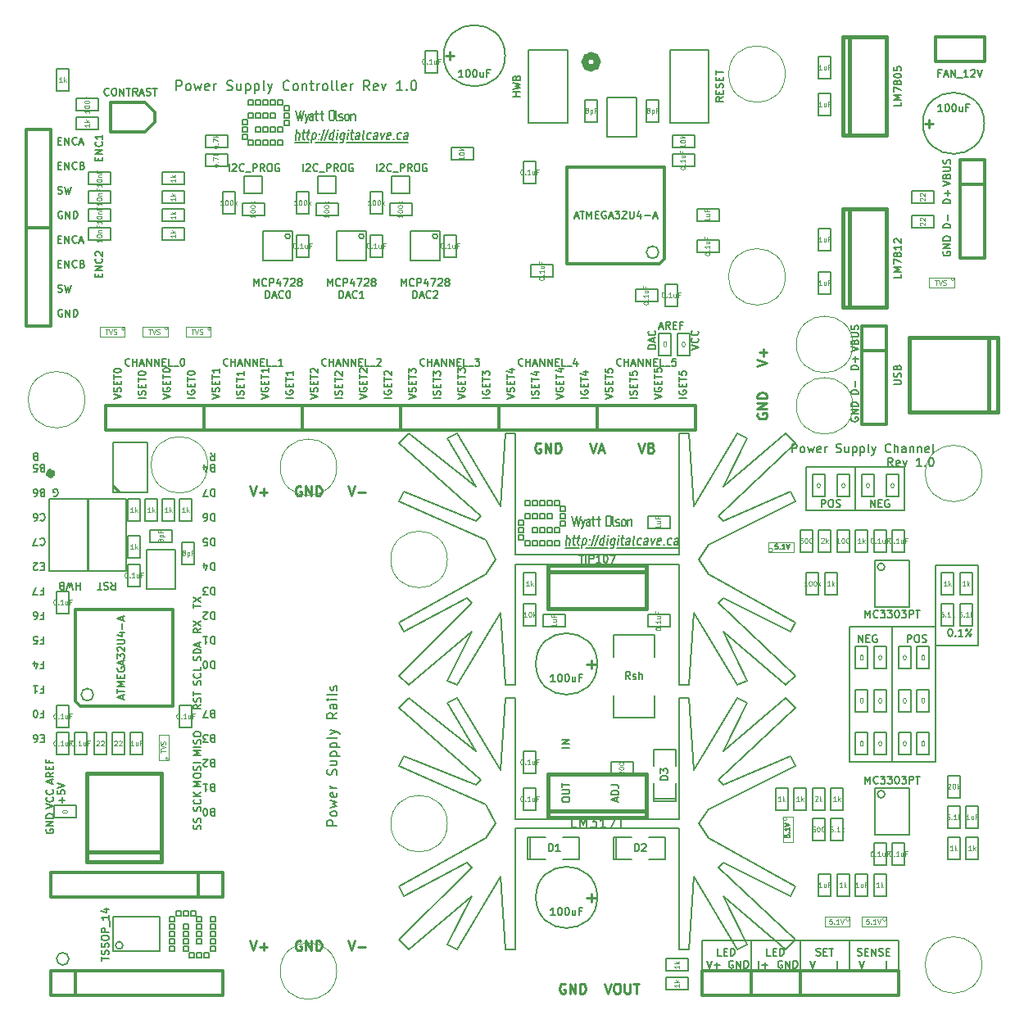
<source format=gto>
G04 (created by PCBNEW (22-Jun-2014 BZR 4027)-stable) date Fri 03 Apr 2015 12:50:18 PM MDT*
%MOIN*%
G04 Gerber Fmt 3.4, Leading zero omitted, Abs format*
%FSLAX34Y34*%
G01*
G70*
G90*
G04 APERTURE LIST*
%ADD10C,0.00590551*%
%ADD11C,0.0075*%
%ADD12C,0.00787402*%
%ADD13C,0.01*%
%ADD14C,0.005*%
%ADD15C,0.015*%
%ADD16C,0.012*%
%ADD17C,0.008*%
%ADD18C,0.0059*%
%ADD19C,0.002*%
%ADD20C,0.0031*%
%ADD21C,0.0290551*%
%ADD22C,0.03*%
%ADD23C,0.0045*%
%ADD24C,0.0039*%
%ADD25C,0.0063*%
%ADD26C,0.01125*%
G04 APERTURE END LIST*
G54D10*
G54D11*
X95600Y-41071D02*
X95628Y-41071D01*
X95657Y-41085D01*
X95671Y-41100D01*
X95685Y-41128D01*
X95700Y-41185D01*
X95700Y-41257D01*
X95685Y-41314D01*
X95671Y-41342D01*
X95657Y-41357D01*
X95628Y-41371D01*
X95600Y-41371D01*
X95571Y-41357D01*
X95557Y-41342D01*
X95542Y-41314D01*
X95528Y-41257D01*
X95528Y-41185D01*
X95542Y-41128D01*
X95557Y-41100D01*
X95571Y-41085D01*
X95600Y-41071D01*
X95828Y-41342D02*
X95842Y-41357D01*
X95828Y-41371D01*
X95814Y-41357D01*
X95828Y-41342D01*
X95828Y-41371D01*
X96128Y-41371D02*
X95957Y-41371D01*
X96042Y-41371D02*
X96042Y-41071D01*
X96014Y-41114D01*
X95985Y-41142D01*
X95957Y-41157D01*
X96242Y-41371D02*
X96471Y-41071D01*
X96285Y-41071D02*
X96314Y-41085D01*
X96328Y-41114D01*
X96314Y-41142D01*
X96285Y-41157D01*
X96257Y-41142D01*
X96242Y-41114D01*
X96257Y-41085D01*
X96285Y-41071D01*
X96457Y-41357D02*
X96471Y-41328D01*
X96457Y-41300D01*
X96428Y-41285D01*
X96400Y-41300D01*
X96385Y-41328D01*
X96400Y-41357D01*
X96428Y-41371D01*
X96457Y-41357D01*
G54D12*
X95000Y-41750D02*
X95000Y-38500D01*
X96750Y-41750D02*
X95000Y-41750D01*
X96750Y-38500D02*
X96750Y-41750D01*
X95000Y-38500D02*
X96750Y-38500D01*
X93250Y-41000D02*
X93250Y-46500D01*
X91500Y-46500D02*
X91500Y-41000D01*
X95000Y-46500D02*
X91500Y-46500D01*
X95000Y-41000D02*
X95000Y-46500D01*
X91500Y-41000D02*
X95000Y-41000D01*
G54D11*
X91878Y-41621D02*
X91878Y-41321D01*
X92050Y-41621D01*
X92050Y-41321D01*
X92192Y-41464D02*
X92292Y-41464D01*
X92335Y-41621D02*
X92192Y-41621D01*
X92192Y-41321D01*
X92335Y-41321D01*
X92621Y-41335D02*
X92592Y-41321D01*
X92550Y-41321D01*
X92507Y-41335D01*
X92478Y-41364D01*
X92464Y-41392D01*
X92450Y-41450D01*
X92450Y-41492D01*
X92464Y-41550D01*
X92478Y-41578D01*
X92507Y-41607D01*
X92550Y-41621D01*
X92578Y-41621D01*
X92621Y-41607D01*
X92635Y-41592D01*
X92635Y-41492D01*
X92578Y-41492D01*
X83764Y-28785D02*
X83907Y-28785D01*
X83735Y-28871D02*
X83835Y-28571D01*
X83935Y-28871D01*
X84207Y-28871D02*
X84107Y-28728D01*
X84035Y-28871D02*
X84035Y-28571D01*
X84150Y-28571D01*
X84178Y-28585D01*
X84192Y-28600D01*
X84207Y-28628D01*
X84207Y-28671D01*
X84192Y-28700D01*
X84178Y-28714D01*
X84150Y-28728D01*
X84035Y-28728D01*
X84335Y-28714D02*
X84435Y-28714D01*
X84478Y-28871D02*
X84335Y-28871D01*
X84335Y-28571D01*
X84478Y-28571D01*
X84707Y-28714D02*
X84607Y-28714D01*
X84607Y-28871D02*
X84607Y-28571D01*
X84750Y-28571D01*
X85071Y-29721D02*
X85371Y-29621D01*
X85071Y-29521D01*
X85342Y-29250D02*
X85357Y-29264D01*
X85371Y-29307D01*
X85371Y-29335D01*
X85357Y-29378D01*
X85328Y-29407D01*
X85300Y-29421D01*
X85242Y-29435D01*
X85200Y-29435D01*
X85142Y-29421D01*
X85114Y-29407D01*
X85085Y-29378D01*
X85071Y-29335D01*
X85071Y-29307D01*
X85085Y-29264D01*
X85100Y-29250D01*
X85342Y-28950D02*
X85357Y-28964D01*
X85371Y-29007D01*
X85371Y-29035D01*
X85357Y-29078D01*
X85328Y-29107D01*
X85300Y-29121D01*
X85242Y-29135D01*
X85200Y-29135D01*
X85142Y-29121D01*
X85114Y-29107D01*
X85085Y-29078D01*
X85071Y-29035D01*
X85071Y-29007D01*
X85085Y-28964D01*
X85100Y-28950D01*
X83621Y-29678D02*
X83321Y-29678D01*
X83321Y-29607D01*
X83335Y-29564D01*
X83364Y-29535D01*
X83392Y-29521D01*
X83450Y-29507D01*
X83492Y-29507D01*
X83550Y-29521D01*
X83578Y-29535D01*
X83607Y-29564D01*
X83621Y-29607D01*
X83621Y-29678D01*
X83535Y-29392D02*
X83535Y-29250D01*
X83621Y-29421D02*
X83321Y-29321D01*
X83621Y-29221D01*
X83592Y-28950D02*
X83607Y-28964D01*
X83621Y-29007D01*
X83621Y-29035D01*
X83607Y-29078D01*
X83578Y-29107D01*
X83550Y-29121D01*
X83492Y-29135D01*
X83450Y-29135D01*
X83392Y-29121D01*
X83364Y-29107D01*
X83335Y-29078D01*
X83321Y-29035D01*
X83321Y-29007D01*
X83335Y-28964D01*
X83350Y-28950D01*
X93871Y-41621D02*
X93871Y-41321D01*
X93985Y-41321D01*
X94014Y-41335D01*
X94028Y-41350D01*
X94042Y-41378D01*
X94042Y-41421D01*
X94028Y-41450D01*
X94014Y-41464D01*
X93985Y-41478D01*
X93871Y-41478D01*
X94228Y-41321D02*
X94285Y-41321D01*
X94314Y-41335D01*
X94342Y-41364D01*
X94357Y-41421D01*
X94357Y-41521D01*
X94342Y-41578D01*
X94314Y-41607D01*
X94285Y-41621D01*
X94228Y-41621D01*
X94200Y-41607D01*
X94171Y-41578D01*
X94157Y-41521D01*
X94157Y-41421D01*
X94171Y-41364D01*
X94200Y-41335D01*
X94228Y-41321D01*
X94471Y-41607D02*
X94514Y-41621D01*
X94585Y-41621D01*
X94614Y-41607D01*
X94628Y-41592D01*
X94642Y-41564D01*
X94642Y-41535D01*
X94628Y-41507D01*
X94614Y-41492D01*
X94585Y-41478D01*
X94528Y-41464D01*
X94500Y-41450D01*
X94485Y-41435D01*
X94471Y-41407D01*
X94471Y-41378D01*
X94485Y-41350D01*
X94500Y-41335D01*
X94528Y-41321D01*
X94600Y-41321D01*
X94642Y-41335D01*
G54D12*
X89750Y-36250D02*
X91750Y-36250D01*
X89750Y-34500D02*
X89750Y-36250D01*
X93750Y-34500D02*
X89750Y-34500D01*
X93750Y-36250D02*
X93750Y-34500D01*
X91750Y-36250D02*
X93750Y-36250D01*
X91750Y-34500D02*
X91750Y-36250D01*
G54D11*
X92378Y-36121D02*
X92378Y-35821D01*
X92550Y-36121D01*
X92550Y-35821D01*
X92692Y-35964D02*
X92792Y-35964D01*
X92835Y-36121D02*
X92692Y-36121D01*
X92692Y-35821D01*
X92835Y-35821D01*
X93121Y-35835D02*
X93092Y-35821D01*
X93050Y-35821D01*
X93007Y-35835D01*
X92978Y-35864D01*
X92964Y-35892D01*
X92950Y-35950D01*
X92950Y-35992D01*
X92964Y-36050D01*
X92978Y-36078D01*
X93007Y-36107D01*
X93050Y-36121D01*
X93078Y-36121D01*
X93121Y-36107D01*
X93135Y-36092D01*
X93135Y-35992D01*
X93078Y-35992D01*
X90371Y-36121D02*
X90371Y-35821D01*
X90485Y-35821D01*
X90514Y-35835D01*
X90528Y-35850D01*
X90542Y-35878D01*
X90542Y-35921D01*
X90528Y-35950D01*
X90514Y-35964D01*
X90485Y-35978D01*
X90371Y-35978D01*
X90728Y-35821D02*
X90785Y-35821D01*
X90814Y-35835D01*
X90842Y-35864D01*
X90857Y-35921D01*
X90857Y-36021D01*
X90842Y-36078D01*
X90814Y-36107D01*
X90785Y-36121D01*
X90728Y-36121D01*
X90700Y-36107D01*
X90671Y-36078D01*
X90657Y-36021D01*
X90657Y-35921D01*
X90671Y-35864D01*
X90700Y-35835D01*
X90728Y-35821D01*
X90971Y-36107D02*
X91014Y-36121D01*
X91085Y-36121D01*
X91114Y-36107D01*
X91128Y-36092D01*
X91142Y-36064D01*
X91142Y-36035D01*
X91128Y-36007D01*
X91114Y-35992D01*
X91085Y-35978D01*
X91028Y-35964D01*
X91000Y-35950D01*
X90985Y-35935D01*
X90971Y-35907D01*
X90971Y-35878D01*
X90985Y-35850D01*
X91000Y-35835D01*
X91028Y-35821D01*
X91100Y-35821D01*
X91142Y-35835D01*
X89166Y-33891D02*
X89166Y-33541D01*
X89300Y-33541D01*
X89333Y-33558D01*
X89350Y-33575D01*
X89366Y-33608D01*
X89366Y-33658D01*
X89350Y-33691D01*
X89333Y-33708D01*
X89300Y-33725D01*
X89166Y-33725D01*
X89566Y-33891D02*
X89533Y-33875D01*
X89516Y-33858D01*
X89500Y-33825D01*
X89500Y-33725D01*
X89516Y-33691D01*
X89533Y-33675D01*
X89566Y-33658D01*
X89616Y-33658D01*
X89650Y-33675D01*
X89666Y-33691D01*
X89683Y-33725D01*
X89683Y-33825D01*
X89666Y-33858D01*
X89650Y-33875D01*
X89616Y-33891D01*
X89566Y-33891D01*
X89800Y-33658D02*
X89866Y-33891D01*
X89933Y-33725D01*
X90000Y-33891D01*
X90066Y-33658D01*
X90333Y-33875D02*
X90300Y-33891D01*
X90233Y-33891D01*
X90200Y-33875D01*
X90183Y-33841D01*
X90183Y-33708D01*
X90200Y-33675D01*
X90233Y-33658D01*
X90300Y-33658D01*
X90333Y-33675D01*
X90350Y-33708D01*
X90350Y-33741D01*
X90183Y-33775D01*
X90500Y-33891D02*
X90500Y-33658D01*
X90500Y-33725D02*
X90516Y-33691D01*
X90533Y-33675D01*
X90566Y-33658D01*
X90600Y-33658D01*
X90966Y-33875D02*
X91016Y-33891D01*
X91100Y-33891D01*
X91133Y-33875D01*
X91150Y-33858D01*
X91166Y-33825D01*
X91166Y-33791D01*
X91150Y-33758D01*
X91133Y-33741D01*
X91100Y-33725D01*
X91033Y-33708D01*
X91000Y-33691D01*
X90983Y-33675D01*
X90966Y-33641D01*
X90966Y-33608D01*
X90983Y-33575D01*
X91000Y-33558D01*
X91033Y-33541D01*
X91116Y-33541D01*
X91166Y-33558D01*
X91466Y-33658D02*
X91466Y-33891D01*
X91316Y-33658D02*
X91316Y-33841D01*
X91333Y-33875D01*
X91366Y-33891D01*
X91416Y-33891D01*
X91450Y-33875D01*
X91466Y-33858D01*
X91633Y-33658D02*
X91633Y-34008D01*
X91633Y-33675D02*
X91666Y-33658D01*
X91733Y-33658D01*
X91766Y-33675D01*
X91783Y-33691D01*
X91800Y-33725D01*
X91800Y-33825D01*
X91783Y-33858D01*
X91766Y-33875D01*
X91733Y-33891D01*
X91666Y-33891D01*
X91633Y-33875D01*
X91950Y-33658D02*
X91950Y-34008D01*
X91950Y-33675D02*
X91983Y-33658D01*
X92050Y-33658D01*
X92083Y-33675D01*
X92100Y-33691D01*
X92116Y-33725D01*
X92116Y-33825D01*
X92100Y-33858D01*
X92083Y-33875D01*
X92050Y-33891D01*
X91983Y-33891D01*
X91950Y-33875D01*
X92316Y-33891D02*
X92283Y-33875D01*
X92266Y-33841D01*
X92266Y-33541D01*
X92416Y-33658D02*
X92500Y-33891D01*
X92583Y-33658D02*
X92500Y-33891D01*
X92466Y-33975D01*
X92450Y-33991D01*
X92416Y-34008D01*
X93183Y-33858D02*
X93166Y-33875D01*
X93116Y-33891D01*
X93083Y-33891D01*
X93033Y-33875D01*
X93000Y-33841D01*
X92983Y-33808D01*
X92966Y-33741D01*
X92966Y-33691D01*
X92983Y-33625D01*
X93000Y-33591D01*
X93033Y-33558D01*
X93083Y-33541D01*
X93116Y-33541D01*
X93166Y-33558D01*
X93183Y-33575D01*
X93333Y-33891D02*
X93333Y-33541D01*
X93483Y-33891D02*
X93483Y-33708D01*
X93466Y-33675D01*
X93433Y-33658D01*
X93383Y-33658D01*
X93350Y-33675D01*
X93333Y-33691D01*
X93800Y-33891D02*
X93800Y-33708D01*
X93783Y-33675D01*
X93750Y-33658D01*
X93683Y-33658D01*
X93650Y-33675D01*
X93800Y-33875D02*
X93766Y-33891D01*
X93683Y-33891D01*
X93650Y-33875D01*
X93633Y-33841D01*
X93633Y-33808D01*
X93650Y-33775D01*
X93683Y-33758D01*
X93766Y-33758D01*
X93800Y-33741D01*
X93966Y-33658D02*
X93966Y-33891D01*
X93966Y-33691D02*
X93983Y-33675D01*
X94016Y-33658D01*
X94066Y-33658D01*
X94100Y-33675D01*
X94116Y-33708D01*
X94116Y-33891D01*
X94283Y-33658D02*
X94283Y-33891D01*
X94283Y-33691D02*
X94300Y-33675D01*
X94333Y-33658D01*
X94383Y-33658D01*
X94416Y-33675D01*
X94433Y-33708D01*
X94433Y-33891D01*
X94733Y-33875D02*
X94700Y-33891D01*
X94633Y-33891D01*
X94600Y-33875D01*
X94583Y-33841D01*
X94583Y-33708D01*
X94600Y-33675D01*
X94633Y-33658D01*
X94700Y-33658D01*
X94733Y-33675D01*
X94750Y-33708D01*
X94750Y-33741D01*
X94583Y-33775D01*
X94950Y-33891D02*
X94916Y-33875D01*
X94900Y-33841D01*
X94900Y-33541D01*
X93266Y-34456D02*
X93150Y-34290D01*
X93066Y-34456D02*
X93066Y-34106D01*
X93200Y-34106D01*
X93233Y-34123D01*
X93250Y-34140D01*
X93266Y-34173D01*
X93266Y-34223D01*
X93250Y-34256D01*
X93233Y-34273D01*
X93200Y-34290D01*
X93066Y-34290D01*
X93550Y-34440D02*
X93516Y-34456D01*
X93450Y-34456D01*
X93416Y-34440D01*
X93400Y-34406D01*
X93400Y-34273D01*
X93416Y-34240D01*
X93450Y-34223D01*
X93516Y-34223D01*
X93550Y-34240D01*
X93566Y-34273D01*
X93566Y-34306D01*
X93400Y-34340D01*
X93683Y-34223D02*
X93766Y-34456D01*
X93850Y-34223D01*
X94433Y-34456D02*
X94233Y-34456D01*
X94333Y-34456D02*
X94333Y-34106D01*
X94300Y-34156D01*
X94266Y-34190D01*
X94233Y-34206D01*
X94583Y-34423D02*
X94600Y-34440D01*
X94583Y-34456D01*
X94566Y-34440D01*
X94583Y-34423D01*
X94583Y-34456D01*
X94816Y-34106D02*
X94850Y-34106D01*
X94883Y-34123D01*
X94900Y-34140D01*
X94916Y-34173D01*
X94933Y-34240D01*
X94933Y-34323D01*
X94916Y-34390D01*
X94900Y-34423D01*
X94883Y-34440D01*
X94850Y-34456D01*
X94816Y-34456D01*
X94783Y-34440D01*
X94766Y-34423D01*
X94750Y-34390D01*
X94733Y-34323D01*
X94733Y-34240D01*
X94750Y-34173D01*
X94766Y-34140D01*
X94783Y-34123D01*
X94816Y-34106D01*
X70661Y-49078D02*
X70261Y-49078D01*
X70261Y-48926D01*
X70280Y-48888D01*
X70300Y-48869D01*
X70338Y-48849D01*
X70395Y-48849D01*
X70433Y-48869D01*
X70452Y-48888D01*
X70471Y-48926D01*
X70471Y-49078D01*
X70661Y-48621D02*
X70642Y-48659D01*
X70623Y-48678D01*
X70585Y-48697D01*
X70471Y-48697D01*
X70433Y-48678D01*
X70414Y-48659D01*
X70395Y-48621D01*
X70395Y-48564D01*
X70414Y-48526D01*
X70433Y-48507D01*
X70471Y-48488D01*
X70585Y-48488D01*
X70623Y-48507D01*
X70642Y-48526D01*
X70661Y-48564D01*
X70661Y-48621D01*
X70395Y-48354D02*
X70661Y-48278D01*
X70471Y-48202D01*
X70661Y-48126D01*
X70395Y-48049D01*
X70642Y-47745D02*
X70661Y-47783D01*
X70661Y-47859D01*
X70642Y-47897D01*
X70604Y-47916D01*
X70452Y-47916D01*
X70414Y-47897D01*
X70395Y-47859D01*
X70395Y-47783D01*
X70414Y-47745D01*
X70452Y-47726D01*
X70490Y-47726D01*
X70528Y-47916D01*
X70661Y-47554D02*
X70395Y-47554D01*
X70471Y-47554D02*
X70433Y-47535D01*
X70414Y-47516D01*
X70395Y-47478D01*
X70395Y-47440D01*
X70642Y-47021D02*
X70661Y-46964D01*
X70661Y-46869D01*
X70642Y-46830D01*
X70623Y-46811D01*
X70585Y-46792D01*
X70547Y-46792D01*
X70509Y-46811D01*
X70490Y-46830D01*
X70471Y-46869D01*
X70452Y-46945D01*
X70433Y-46983D01*
X70414Y-47002D01*
X70376Y-47021D01*
X70338Y-47021D01*
X70300Y-47002D01*
X70280Y-46983D01*
X70261Y-46945D01*
X70261Y-46850D01*
X70280Y-46792D01*
X70395Y-46450D02*
X70661Y-46450D01*
X70395Y-46621D02*
X70604Y-46621D01*
X70642Y-46602D01*
X70661Y-46564D01*
X70661Y-46507D01*
X70642Y-46469D01*
X70623Y-46450D01*
X70395Y-46259D02*
X70795Y-46259D01*
X70414Y-46259D02*
X70395Y-46221D01*
X70395Y-46145D01*
X70414Y-46107D01*
X70433Y-46088D01*
X70471Y-46069D01*
X70585Y-46069D01*
X70623Y-46088D01*
X70642Y-46107D01*
X70661Y-46145D01*
X70661Y-46221D01*
X70642Y-46259D01*
X70395Y-45897D02*
X70795Y-45897D01*
X70414Y-45897D02*
X70395Y-45859D01*
X70395Y-45783D01*
X70414Y-45745D01*
X70433Y-45726D01*
X70471Y-45707D01*
X70585Y-45707D01*
X70623Y-45726D01*
X70642Y-45745D01*
X70661Y-45783D01*
X70661Y-45859D01*
X70642Y-45897D01*
X70661Y-45478D02*
X70642Y-45516D01*
X70604Y-45535D01*
X70261Y-45535D01*
X70395Y-45364D02*
X70661Y-45269D01*
X70395Y-45173D02*
X70661Y-45269D01*
X70757Y-45307D01*
X70776Y-45326D01*
X70795Y-45364D01*
X70661Y-44488D02*
X70471Y-44621D01*
X70661Y-44716D02*
X70261Y-44716D01*
X70261Y-44564D01*
X70280Y-44526D01*
X70300Y-44507D01*
X70338Y-44488D01*
X70395Y-44488D01*
X70433Y-44507D01*
X70452Y-44526D01*
X70471Y-44564D01*
X70471Y-44716D01*
X70661Y-44145D02*
X70452Y-44145D01*
X70414Y-44164D01*
X70395Y-44202D01*
X70395Y-44278D01*
X70414Y-44316D01*
X70642Y-44145D02*
X70661Y-44183D01*
X70661Y-44278D01*
X70642Y-44316D01*
X70604Y-44335D01*
X70566Y-44335D01*
X70528Y-44316D01*
X70509Y-44278D01*
X70509Y-44183D01*
X70490Y-44145D01*
X70661Y-43954D02*
X70395Y-43954D01*
X70261Y-43954D02*
X70280Y-43973D01*
X70300Y-43954D01*
X70280Y-43935D01*
X70261Y-43954D01*
X70300Y-43954D01*
X70661Y-43707D02*
X70642Y-43745D01*
X70604Y-43764D01*
X70261Y-43764D01*
X70642Y-43573D02*
X70661Y-43535D01*
X70661Y-43459D01*
X70642Y-43421D01*
X70604Y-43402D01*
X70585Y-43402D01*
X70547Y-43421D01*
X70528Y-43459D01*
X70528Y-43516D01*
X70509Y-43554D01*
X70471Y-43573D01*
X70452Y-43573D01*
X70414Y-43554D01*
X70395Y-43516D01*
X70395Y-43459D01*
X70414Y-43421D01*
X95335Y-25728D02*
X95321Y-25757D01*
X95321Y-25800D01*
X95335Y-25842D01*
X95364Y-25871D01*
X95392Y-25885D01*
X95450Y-25900D01*
X95492Y-25900D01*
X95550Y-25885D01*
X95578Y-25871D01*
X95607Y-25842D01*
X95621Y-25800D01*
X95621Y-25771D01*
X95607Y-25728D01*
X95592Y-25714D01*
X95492Y-25714D01*
X95492Y-25771D01*
X95621Y-25585D02*
X95321Y-25585D01*
X95621Y-25414D01*
X95321Y-25414D01*
X95621Y-25271D02*
X95321Y-25271D01*
X95321Y-25200D01*
X95335Y-25157D01*
X95364Y-25128D01*
X95392Y-25114D01*
X95450Y-25100D01*
X95492Y-25100D01*
X95550Y-25114D01*
X95578Y-25128D01*
X95607Y-25157D01*
X95621Y-25200D01*
X95621Y-25271D01*
X95621Y-24764D02*
X95321Y-24764D01*
X95321Y-24692D01*
X95335Y-24650D01*
X95364Y-24621D01*
X95392Y-24607D01*
X95450Y-24592D01*
X95492Y-24592D01*
X95550Y-24607D01*
X95578Y-24621D01*
X95607Y-24650D01*
X95621Y-24692D01*
X95621Y-24764D01*
X95507Y-24464D02*
X95507Y-24235D01*
X95621Y-23764D02*
X95321Y-23764D01*
X95321Y-23692D01*
X95335Y-23650D01*
X95364Y-23621D01*
X95392Y-23607D01*
X95450Y-23592D01*
X95492Y-23592D01*
X95550Y-23607D01*
X95578Y-23621D01*
X95607Y-23650D01*
X95621Y-23692D01*
X95621Y-23764D01*
X95507Y-23464D02*
X95507Y-23235D01*
X95621Y-23350D02*
X95392Y-23350D01*
X95321Y-23050D02*
X95621Y-22950D01*
X95321Y-22850D01*
X95464Y-22649D02*
X95478Y-22607D01*
X95492Y-22592D01*
X95521Y-22578D01*
X95564Y-22578D01*
X95592Y-22592D01*
X95607Y-22607D01*
X95621Y-22635D01*
X95621Y-22749D01*
X95321Y-22749D01*
X95321Y-22649D01*
X95335Y-22621D01*
X95350Y-22607D01*
X95378Y-22592D01*
X95407Y-22592D01*
X95435Y-22607D01*
X95450Y-22621D01*
X95464Y-22649D01*
X95464Y-22749D01*
X95321Y-22449D02*
X95564Y-22449D01*
X95592Y-22435D01*
X95607Y-22421D01*
X95621Y-22392D01*
X95621Y-22335D01*
X95607Y-22307D01*
X95592Y-22292D01*
X95564Y-22278D01*
X95321Y-22278D01*
X95607Y-22149D02*
X95621Y-22107D01*
X95621Y-22035D01*
X95607Y-22007D01*
X95592Y-21992D01*
X95564Y-21978D01*
X95535Y-21978D01*
X95507Y-21992D01*
X95492Y-22007D01*
X95478Y-22035D01*
X95464Y-22092D01*
X95450Y-22121D01*
X95435Y-22135D01*
X95407Y-22149D01*
X95378Y-22149D01*
X95350Y-22135D01*
X95335Y-22121D01*
X95321Y-22092D01*
X95321Y-22021D01*
X95335Y-21978D01*
X91571Y-29800D02*
X91871Y-29700D01*
X91571Y-29600D01*
X91714Y-29399D02*
X91728Y-29357D01*
X91742Y-29342D01*
X91771Y-29328D01*
X91814Y-29328D01*
X91842Y-29342D01*
X91857Y-29357D01*
X91871Y-29385D01*
X91871Y-29499D01*
X91571Y-29499D01*
X91571Y-29399D01*
X91585Y-29371D01*
X91600Y-29357D01*
X91628Y-29342D01*
X91657Y-29342D01*
X91685Y-29357D01*
X91700Y-29371D01*
X91714Y-29399D01*
X91714Y-29499D01*
X91571Y-29199D02*
X91814Y-29199D01*
X91842Y-29185D01*
X91857Y-29171D01*
X91871Y-29142D01*
X91871Y-29085D01*
X91857Y-29057D01*
X91842Y-29042D01*
X91814Y-29028D01*
X91571Y-29028D01*
X91857Y-28899D02*
X91871Y-28857D01*
X91871Y-28785D01*
X91857Y-28757D01*
X91842Y-28742D01*
X91814Y-28728D01*
X91785Y-28728D01*
X91757Y-28742D01*
X91742Y-28757D01*
X91728Y-28785D01*
X91714Y-28842D01*
X91700Y-28871D01*
X91685Y-28885D01*
X91657Y-28899D01*
X91628Y-28899D01*
X91600Y-28885D01*
X91585Y-28871D01*
X91571Y-28842D01*
X91571Y-28771D01*
X91585Y-28728D01*
X91871Y-30514D02*
X91571Y-30514D01*
X91571Y-30442D01*
X91585Y-30400D01*
X91614Y-30371D01*
X91642Y-30357D01*
X91700Y-30342D01*
X91742Y-30342D01*
X91800Y-30357D01*
X91828Y-30371D01*
X91857Y-30400D01*
X91871Y-30442D01*
X91871Y-30514D01*
X91757Y-30214D02*
X91757Y-29985D01*
X91871Y-30100D02*
X91642Y-30100D01*
X91871Y-31514D02*
X91571Y-31514D01*
X91571Y-31442D01*
X91585Y-31400D01*
X91614Y-31371D01*
X91642Y-31357D01*
X91700Y-31342D01*
X91742Y-31342D01*
X91800Y-31357D01*
X91828Y-31371D01*
X91857Y-31400D01*
X91871Y-31442D01*
X91871Y-31514D01*
X91757Y-31214D02*
X91757Y-30985D01*
X91585Y-32478D02*
X91571Y-32507D01*
X91571Y-32550D01*
X91585Y-32592D01*
X91614Y-32621D01*
X91642Y-32635D01*
X91700Y-32650D01*
X91742Y-32650D01*
X91800Y-32635D01*
X91828Y-32621D01*
X91857Y-32592D01*
X91871Y-32550D01*
X91871Y-32521D01*
X91857Y-32478D01*
X91842Y-32464D01*
X91742Y-32464D01*
X91742Y-32521D01*
X91871Y-32335D02*
X91571Y-32335D01*
X91871Y-32164D01*
X91571Y-32164D01*
X91871Y-32021D02*
X91571Y-32021D01*
X91571Y-31950D01*
X91585Y-31907D01*
X91614Y-31878D01*
X91642Y-31864D01*
X91700Y-31850D01*
X91742Y-31850D01*
X91800Y-31864D01*
X91828Y-31878D01*
X91857Y-31907D01*
X91871Y-31950D01*
X91871Y-32021D01*
X64123Y-19161D02*
X64123Y-18761D01*
X64276Y-18761D01*
X64314Y-18780D01*
X64333Y-18800D01*
X64352Y-18838D01*
X64352Y-18895D01*
X64333Y-18933D01*
X64314Y-18952D01*
X64276Y-18971D01*
X64123Y-18971D01*
X64580Y-19161D02*
X64542Y-19142D01*
X64523Y-19123D01*
X64504Y-19085D01*
X64504Y-18971D01*
X64523Y-18933D01*
X64542Y-18914D01*
X64580Y-18895D01*
X64638Y-18895D01*
X64676Y-18914D01*
X64695Y-18933D01*
X64714Y-18971D01*
X64714Y-19085D01*
X64695Y-19123D01*
X64676Y-19142D01*
X64638Y-19161D01*
X64580Y-19161D01*
X64847Y-18895D02*
X64923Y-19161D01*
X65000Y-18971D01*
X65076Y-19161D01*
X65152Y-18895D01*
X65457Y-19142D02*
X65419Y-19161D01*
X65342Y-19161D01*
X65304Y-19142D01*
X65285Y-19104D01*
X65285Y-18952D01*
X65304Y-18914D01*
X65342Y-18895D01*
X65419Y-18895D01*
X65457Y-18914D01*
X65476Y-18952D01*
X65476Y-18990D01*
X65285Y-19028D01*
X65647Y-19161D02*
X65647Y-18895D01*
X65647Y-18971D02*
X65666Y-18933D01*
X65685Y-18914D01*
X65723Y-18895D01*
X65761Y-18895D01*
X66180Y-19142D02*
X66238Y-19161D01*
X66333Y-19161D01*
X66371Y-19142D01*
X66390Y-19123D01*
X66409Y-19085D01*
X66409Y-19047D01*
X66390Y-19009D01*
X66371Y-18990D01*
X66333Y-18971D01*
X66257Y-18952D01*
X66219Y-18933D01*
X66200Y-18914D01*
X66180Y-18876D01*
X66180Y-18838D01*
X66200Y-18800D01*
X66219Y-18780D01*
X66257Y-18761D01*
X66352Y-18761D01*
X66409Y-18780D01*
X66752Y-18895D02*
X66752Y-19161D01*
X66580Y-18895D02*
X66580Y-19104D01*
X66600Y-19142D01*
X66638Y-19161D01*
X66695Y-19161D01*
X66733Y-19142D01*
X66752Y-19123D01*
X66942Y-18895D02*
X66942Y-19295D01*
X66942Y-18914D02*
X66980Y-18895D01*
X67057Y-18895D01*
X67095Y-18914D01*
X67114Y-18933D01*
X67133Y-18971D01*
X67133Y-19085D01*
X67114Y-19123D01*
X67095Y-19142D01*
X67057Y-19161D01*
X66980Y-19161D01*
X66942Y-19142D01*
X67304Y-18895D02*
X67304Y-19295D01*
X67304Y-18914D02*
X67342Y-18895D01*
X67419Y-18895D01*
X67457Y-18914D01*
X67476Y-18933D01*
X67495Y-18971D01*
X67495Y-19085D01*
X67476Y-19123D01*
X67457Y-19142D01*
X67419Y-19161D01*
X67342Y-19161D01*
X67304Y-19142D01*
X67723Y-19161D02*
X67685Y-19142D01*
X67666Y-19104D01*
X67666Y-18761D01*
X67838Y-18895D02*
X67933Y-19161D01*
X68028Y-18895D02*
X67933Y-19161D01*
X67895Y-19257D01*
X67876Y-19276D01*
X67838Y-19295D01*
X68714Y-19123D02*
X68695Y-19142D01*
X68638Y-19161D01*
X68600Y-19161D01*
X68542Y-19142D01*
X68504Y-19104D01*
X68485Y-19066D01*
X68466Y-18990D01*
X68466Y-18933D01*
X68485Y-18857D01*
X68504Y-18819D01*
X68542Y-18780D01*
X68600Y-18761D01*
X68638Y-18761D01*
X68695Y-18780D01*
X68714Y-18800D01*
X68942Y-19161D02*
X68904Y-19142D01*
X68885Y-19123D01*
X68866Y-19085D01*
X68866Y-18971D01*
X68885Y-18933D01*
X68904Y-18914D01*
X68942Y-18895D01*
X69000Y-18895D01*
X69038Y-18914D01*
X69057Y-18933D01*
X69076Y-18971D01*
X69076Y-19085D01*
X69057Y-19123D01*
X69038Y-19142D01*
X69000Y-19161D01*
X68942Y-19161D01*
X69247Y-18895D02*
X69247Y-19161D01*
X69247Y-18933D02*
X69266Y-18914D01*
X69304Y-18895D01*
X69361Y-18895D01*
X69400Y-18914D01*
X69419Y-18952D01*
X69419Y-19161D01*
X69552Y-18895D02*
X69704Y-18895D01*
X69609Y-18761D02*
X69609Y-19104D01*
X69628Y-19142D01*
X69666Y-19161D01*
X69704Y-19161D01*
X69838Y-19161D02*
X69838Y-18895D01*
X69838Y-18971D02*
X69857Y-18933D01*
X69876Y-18914D01*
X69914Y-18895D01*
X69952Y-18895D01*
X70142Y-19161D02*
X70104Y-19142D01*
X70085Y-19123D01*
X70066Y-19085D01*
X70066Y-18971D01*
X70085Y-18933D01*
X70104Y-18914D01*
X70142Y-18895D01*
X70199Y-18895D01*
X70238Y-18914D01*
X70257Y-18933D01*
X70276Y-18971D01*
X70276Y-19085D01*
X70257Y-19123D01*
X70238Y-19142D01*
X70199Y-19161D01*
X70142Y-19161D01*
X70504Y-19161D02*
X70466Y-19142D01*
X70447Y-19104D01*
X70447Y-18761D01*
X70714Y-19161D02*
X70676Y-19142D01*
X70657Y-19104D01*
X70657Y-18761D01*
X71019Y-19142D02*
X70980Y-19161D01*
X70904Y-19161D01*
X70866Y-19142D01*
X70847Y-19104D01*
X70847Y-18952D01*
X70866Y-18914D01*
X70904Y-18895D01*
X70980Y-18895D01*
X71019Y-18914D01*
X71038Y-18952D01*
X71038Y-18990D01*
X70847Y-19028D01*
X71209Y-19161D02*
X71209Y-18895D01*
X71209Y-18971D02*
X71228Y-18933D01*
X71247Y-18914D01*
X71285Y-18895D01*
X71323Y-18895D01*
X71990Y-19161D02*
X71857Y-18971D01*
X71761Y-19161D02*
X71761Y-18761D01*
X71914Y-18761D01*
X71952Y-18780D01*
X71971Y-18800D01*
X71990Y-18838D01*
X71990Y-18895D01*
X71971Y-18933D01*
X71952Y-18952D01*
X71914Y-18971D01*
X71761Y-18971D01*
X72314Y-19142D02*
X72276Y-19161D01*
X72199Y-19161D01*
X72161Y-19142D01*
X72142Y-19104D01*
X72142Y-18952D01*
X72161Y-18914D01*
X72199Y-18895D01*
X72276Y-18895D01*
X72314Y-18914D01*
X72333Y-18952D01*
X72333Y-18990D01*
X72142Y-19028D01*
X72466Y-18895D02*
X72561Y-19161D01*
X72657Y-18895D01*
X73323Y-19161D02*
X73095Y-19161D01*
X73209Y-19161D02*
X73209Y-18761D01*
X73171Y-18819D01*
X73133Y-18857D01*
X73095Y-18876D01*
X73495Y-19123D02*
X73514Y-19142D01*
X73495Y-19161D01*
X73476Y-19142D01*
X73495Y-19123D01*
X73495Y-19161D01*
X73761Y-18761D02*
X73799Y-18761D01*
X73838Y-18780D01*
X73857Y-18800D01*
X73876Y-18838D01*
X73895Y-18914D01*
X73895Y-19009D01*
X73876Y-19085D01*
X73857Y-19123D01*
X73838Y-19142D01*
X73799Y-19161D01*
X73761Y-19161D01*
X73723Y-19142D01*
X73704Y-19123D01*
X73685Y-19085D01*
X73666Y-19009D01*
X73666Y-18914D01*
X73685Y-18838D01*
X73704Y-18800D01*
X73723Y-18780D01*
X73761Y-18761D01*
X61378Y-19342D02*
X61364Y-19357D01*
X61321Y-19371D01*
X61292Y-19371D01*
X61250Y-19357D01*
X61221Y-19328D01*
X61207Y-19300D01*
X61192Y-19242D01*
X61192Y-19200D01*
X61207Y-19142D01*
X61221Y-19114D01*
X61250Y-19085D01*
X61292Y-19071D01*
X61321Y-19071D01*
X61364Y-19085D01*
X61378Y-19100D01*
X61564Y-19071D02*
X61621Y-19071D01*
X61650Y-19085D01*
X61678Y-19114D01*
X61692Y-19171D01*
X61692Y-19271D01*
X61678Y-19328D01*
X61650Y-19357D01*
X61621Y-19371D01*
X61564Y-19371D01*
X61535Y-19357D01*
X61507Y-19328D01*
X61492Y-19271D01*
X61492Y-19171D01*
X61507Y-19114D01*
X61535Y-19085D01*
X61564Y-19071D01*
X61821Y-19371D02*
X61821Y-19071D01*
X61992Y-19371D01*
X61992Y-19071D01*
X62092Y-19071D02*
X62264Y-19071D01*
X62178Y-19371D02*
X62178Y-19071D01*
X62535Y-19371D02*
X62435Y-19228D01*
X62364Y-19371D02*
X62364Y-19071D01*
X62478Y-19071D01*
X62507Y-19085D01*
X62521Y-19100D01*
X62535Y-19128D01*
X62535Y-19171D01*
X62521Y-19200D01*
X62507Y-19214D01*
X62478Y-19228D01*
X62364Y-19228D01*
X62650Y-19285D02*
X62792Y-19285D01*
X62621Y-19371D02*
X62721Y-19071D01*
X62821Y-19371D01*
X62907Y-19357D02*
X62950Y-19371D01*
X63021Y-19371D01*
X63050Y-19357D01*
X63064Y-19342D01*
X63078Y-19314D01*
X63078Y-19285D01*
X63064Y-19257D01*
X63050Y-19242D01*
X63021Y-19228D01*
X62964Y-19214D01*
X62935Y-19200D01*
X62921Y-19185D01*
X62907Y-19157D01*
X62907Y-19128D01*
X62921Y-19100D01*
X62935Y-19085D01*
X62964Y-19071D01*
X63035Y-19071D01*
X63078Y-19085D01*
X63164Y-19071D02*
X63335Y-19071D01*
X63250Y-19371D02*
X63250Y-19071D01*
X59321Y-25214D02*
X59421Y-25214D01*
X59464Y-25371D02*
X59321Y-25371D01*
X59321Y-25071D01*
X59464Y-25071D01*
X59592Y-25371D02*
X59592Y-25071D01*
X59764Y-25371D01*
X59764Y-25071D01*
X60078Y-25342D02*
X60064Y-25357D01*
X60021Y-25371D01*
X59992Y-25371D01*
X59950Y-25357D01*
X59921Y-25328D01*
X59907Y-25300D01*
X59892Y-25242D01*
X59892Y-25200D01*
X59907Y-25142D01*
X59921Y-25114D01*
X59950Y-25085D01*
X59992Y-25071D01*
X60021Y-25071D01*
X60064Y-25085D01*
X60078Y-25100D01*
X60192Y-25285D02*
X60335Y-25285D01*
X60164Y-25371D02*
X60264Y-25071D01*
X60364Y-25371D01*
X59321Y-26214D02*
X59421Y-26214D01*
X59464Y-26371D02*
X59321Y-26371D01*
X59321Y-26071D01*
X59464Y-26071D01*
X59592Y-26371D02*
X59592Y-26071D01*
X59764Y-26371D01*
X59764Y-26071D01*
X60078Y-26342D02*
X60064Y-26357D01*
X60021Y-26371D01*
X59992Y-26371D01*
X59950Y-26357D01*
X59921Y-26328D01*
X59907Y-26300D01*
X59892Y-26242D01*
X59892Y-26200D01*
X59907Y-26142D01*
X59921Y-26114D01*
X59950Y-26085D01*
X59992Y-26071D01*
X60021Y-26071D01*
X60064Y-26085D01*
X60078Y-26100D01*
X60307Y-26214D02*
X60350Y-26228D01*
X60364Y-26242D01*
X60378Y-26271D01*
X60378Y-26314D01*
X60364Y-26342D01*
X60350Y-26357D01*
X60321Y-26371D01*
X60207Y-26371D01*
X60207Y-26071D01*
X60307Y-26071D01*
X60335Y-26085D01*
X60350Y-26100D01*
X60364Y-26128D01*
X60364Y-26157D01*
X60350Y-26185D01*
X60335Y-26200D01*
X60307Y-26214D01*
X60207Y-26214D01*
X59307Y-27357D02*
X59350Y-27371D01*
X59421Y-27371D01*
X59450Y-27357D01*
X59464Y-27342D01*
X59478Y-27314D01*
X59478Y-27285D01*
X59464Y-27257D01*
X59450Y-27242D01*
X59421Y-27228D01*
X59364Y-27214D01*
X59335Y-27200D01*
X59321Y-27185D01*
X59307Y-27157D01*
X59307Y-27128D01*
X59321Y-27100D01*
X59335Y-27085D01*
X59364Y-27071D01*
X59435Y-27071D01*
X59478Y-27085D01*
X59578Y-27071D02*
X59650Y-27371D01*
X59707Y-27157D01*
X59764Y-27371D01*
X59835Y-27071D01*
X59478Y-28085D02*
X59450Y-28071D01*
X59407Y-28071D01*
X59364Y-28085D01*
X59335Y-28114D01*
X59321Y-28142D01*
X59307Y-28200D01*
X59307Y-28242D01*
X59321Y-28300D01*
X59335Y-28328D01*
X59364Y-28357D01*
X59407Y-28371D01*
X59435Y-28371D01*
X59478Y-28357D01*
X59492Y-28342D01*
X59492Y-28242D01*
X59435Y-28242D01*
X59621Y-28371D02*
X59621Y-28071D01*
X59792Y-28371D01*
X59792Y-28071D01*
X59935Y-28371D02*
X59935Y-28071D01*
X60007Y-28071D01*
X60050Y-28085D01*
X60078Y-28114D01*
X60092Y-28142D01*
X60107Y-28200D01*
X60107Y-28242D01*
X60092Y-28300D01*
X60078Y-28328D01*
X60050Y-28357D01*
X60007Y-28371D01*
X59935Y-28371D01*
X59478Y-24085D02*
X59450Y-24071D01*
X59407Y-24071D01*
X59364Y-24085D01*
X59335Y-24114D01*
X59321Y-24142D01*
X59307Y-24200D01*
X59307Y-24242D01*
X59321Y-24300D01*
X59335Y-24328D01*
X59364Y-24357D01*
X59407Y-24371D01*
X59435Y-24371D01*
X59478Y-24357D01*
X59492Y-24342D01*
X59492Y-24242D01*
X59435Y-24242D01*
X59621Y-24371D02*
X59621Y-24071D01*
X59792Y-24371D01*
X59792Y-24071D01*
X59935Y-24371D02*
X59935Y-24071D01*
X60007Y-24071D01*
X60050Y-24085D01*
X60078Y-24114D01*
X60092Y-24142D01*
X60107Y-24200D01*
X60107Y-24242D01*
X60092Y-24300D01*
X60078Y-24328D01*
X60050Y-24357D01*
X60007Y-24371D01*
X59935Y-24371D01*
X59307Y-23357D02*
X59350Y-23371D01*
X59421Y-23371D01*
X59450Y-23357D01*
X59464Y-23342D01*
X59478Y-23314D01*
X59478Y-23285D01*
X59464Y-23257D01*
X59450Y-23242D01*
X59421Y-23228D01*
X59364Y-23214D01*
X59335Y-23200D01*
X59321Y-23185D01*
X59307Y-23157D01*
X59307Y-23128D01*
X59321Y-23100D01*
X59335Y-23085D01*
X59364Y-23071D01*
X59435Y-23071D01*
X59478Y-23085D01*
X59578Y-23071D02*
X59650Y-23371D01*
X59707Y-23157D01*
X59764Y-23371D01*
X59835Y-23071D01*
X59321Y-22214D02*
X59421Y-22214D01*
X59464Y-22371D02*
X59321Y-22371D01*
X59321Y-22071D01*
X59464Y-22071D01*
X59592Y-22371D02*
X59592Y-22071D01*
X59764Y-22371D01*
X59764Y-22071D01*
X60078Y-22342D02*
X60064Y-22357D01*
X60021Y-22371D01*
X59992Y-22371D01*
X59950Y-22357D01*
X59921Y-22328D01*
X59907Y-22300D01*
X59892Y-22242D01*
X59892Y-22200D01*
X59907Y-22142D01*
X59921Y-22114D01*
X59950Y-22085D01*
X59992Y-22071D01*
X60021Y-22071D01*
X60064Y-22085D01*
X60078Y-22100D01*
X60307Y-22214D02*
X60350Y-22228D01*
X60364Y-22242D01*
X60378Y-22271D01*
X60378Y-22314D01*
X60364Y-22342D01*
X60350Y-22357D01*
X60321Y-22371D01*
X60207Y-22371D01*
X60207Y-22071D01*
X60307Y-22071D01*
X60335Y-22085D01*
X60350Y-22100D01*
X60364Y-22128D01*
X60364Y-22157D01*
X60350Y-22185D01*
X60335Y-22200D01*
X60307Y-22214D01*
X60207Y-22214D01*
X59321Y-21214D02*
X59421Y-21214D01*
X59464Y-21371D02*
X59321Y-21371D01*
X59321Y-21071D01*
X59464Y-21071D01*
X59592Y-21371D02*
X59592Y-21071D01*
X59764Y-21371D01*
X59764Y-21071D01*
X60078Y-21342D02*
X60064Y-21357D01*
X60021Y-21371D01*
X59992Y-21371D01*
X59950Y-21357D01*
X59921Y-21328D01*
X59907Y-21300D01*
X59892Y-21242D01*
X59892Y-21200D01*
X59907Y-21142D01*
X59921Y-21114D01*
X59950Y-21085D01*
X59992Y-21071D01*
X60021Y-21071D01*
X60064Y-21085D01*
X60078Y-21100D01*
X60192Y-21285D02*
X60335Y-21285D01*
X60164Y-21371D02*
X60264Y-21071D01*
X60364Y-21371D01*
X84871Y-31678D02*
X84571Y-31678D01*
X84585Y-31378D02*
X84571Y-31407D01*
X84571Y-31450D01*
X84585Y-31492D01*
X84614Y-31521D01*
X84642Y-31535D01*
X84700Y-31550D01*
X84742Y-31550D01*
X84800Y-31535D01*
X84828Y-31521D01*
X84857Y-31492D01*
X84871Y-31450D01*
X84871Y-31421D01*
X84857Y-31378D01*
X84842Y-31364D01*
X84742Y-31364D01*
X84742Y-31421D01*
X84714Y-31235D02*
X84714Y-31135D01*
X84871Y-31092D02*
X84871Y-31235D01*
X84571Y-31235D01*
X84571Y-31092D01*
X84571Y-31007D02*
X84571Y-30835D01*
X84871Y-30921D02*
X84571Y-30921D01*
X84571Y-30592D02*
X84571Y-30735D01*
X84714Y-30750D01*
X84700Y-30735D01*
X84685Y-30707D01*
X84685Y-30635D01*
X84700Y-30607D01*
X84714Y-30592D01*
X84742Y-30578D01*
X84814Y-30578D01*
X84842Y-30592D01*
X84857Y-30607D01*
X84871Y-30635D01*
X84871Y-30707D01*
X84857Y-30735D01*
X84842Y-30750D01*
X80871Y-31678D02*
X80571Y-31678D01*
X80585Y-31378D02*
X80571Y-31407D01*
X80571Y-31450D01*
X80585Y-31492D01*
X80614Y-31521D01*
X80642Y-31535D01*
X80700Y-31550D01*
X80742Y-31550D01*
X80800Y-31535D01*
X80828Y-31521D01*
X80857Y-31492D01*
X80871Y-31450D01*
X80871Y-31421D01*
X80857Y-31378D01*
X80842Y-31364D01*
X80742Y-31364D01*
X80742Y-31421D01*
X80714Y-31235D02*
X80714Y-31135D01*
X80871Y-31092D02*
X80871Y-31235D01*
X80571Y-31235D01*
X80571Y-31092D01*
X80571Y-31007D02*
X80571Y-30835D01*
X80871Y-30921D02*
X80571Y-30921D01*
X80671Y-30607D02*
X80871Y-30607D01*
X80557Y-30678D02*
X80771Y-30750D01*
X80771Y-30564D01*
X76871Y-31678D02*
X76571Y-31678D01*
X76585Y-31378D02*
X76571Y-31407D01*
X76571Y-31450D01*
X76585Y-31492D01*
X76614Y-31521D01*
X76642Y-31535D01*
X76700Y-31550D01*
X76742Y-31550D01*
X76800Y-31535D01*
X76828Y-31521D01*
X76857Y-31492D01*
X76871Y-31450D01*
X76871Y-31421D01*
X76857Y-31378D01*
X76842Y-31364D01*
X76742Y-31364D01*
X76742Y-31421D01*
X76714Y-31235D02*
X76714Y-31135D01*
X76871Y-31092D02*
X76871Y-31235D01*
X76571Y-31235D01*
X76571Y-31092D01*
X76571Y-31007D02*
X76571Y-30835D01*
X76871Y-30921D02*
X76571Y-30921D01*
X76571Y-30764D02*
X76571Y-30578D01*
X76685Y-30678D01*
X76685Y-30635D01*
X76700Y-30607D01*
X76714Y-30592D01*
X76742Y-30578D01*
X76814Y-30578D01*
X76842Y-30592D01*
X76857Y-30607D01*
X76871Y-30635D01*
X76871Y-30721D01*
X76857Y-30750D01*
X76842Y-30764D01*
X72871Y-31678D02*
X72571Y-31678D01*
X72585Y-31378D02*
X72571Y-31407D01*
X72571Y-31450D01*
X72585Y-31492D01*
X72614Y-31521D01*
X72642Y-31535D01*
X72700Y-31550D01*
X72742Y-31550D01*
X72800Y-31535D01*
X72828Y-31521D01*
X72857Y-31492D01*
X72871Y-31450D01*
X72871Y-31421D01*
X72857Y-31378D01*
X72842Y-31364D01*
X72742Y-31364D01*
X72742Y-31421D01*
X72714Y-31235D02*
X72714Y-31135D01*
X72871Y-31092D02*
X72871Y-31235D01*
X72571Y-31235D01*
X72571Y-31092D01*
X72571Y-31007D02*
X72571Y-30835D01*
X72871Y-30921D02*
X72571Y-30921D01*
X72600Y-30750D02*
X72585Y-30735D01*
X72571Y-30707D01*
X72571Y-30635D01*
X72585Y-30607D01*
X72600Y-30592D01*
X72628Y-30578D01*
X72657Y-30578D01*
X72700Y-30592D01*
X72871Y-30764D01*
X72871Y-30578D01*
X68871Y-31678D02*
X68571Y-31678D01*
X68585Y-31378D02*
X68571Y-31407D01*
X68571Y-31450D01*
X68585Y-31492D01*
X68614Y-31521D01*
X68642Y-31535D01*
X68700Y-31550D01*
X68742Y-31550D01*
X68800Y-31535D01*
X68828Y-31521D01*
X68857Y-31492D01*
X68871Y-31450D01*
X68871Y-31421D01*
X68857Y-31378D01*
X68842Y-31364D01*
X68742Y-31364D01*
X68742Y-31421D01*
X68714Y-31235D02*
X68714Y-31135D01*
X68871Y-31092D02*
X68871Y-31235D01*
X68571Y-31235D01*
X68571Y-31092D01*
X68571Y-31007D02*
X68571Y-30835D01*
X68871Y-30921D02*
X68571Y-30921D01*
X68871Y-30578D02*
X68871Y-30750D01*
X68871Y-30664D02*
X68571Y-30664D01*
X68614Y-30692D01*
X68642Y-30721D01*
X68657Y-30750D01*
X83571Y-31721D02*
X83871Y-31621D01*
X83571Y-31521D01*
X83585Y-31264D02*
X83571Y-31292D01*
X83571Y-31335D01*
X83585Y-31378D01*
X83614Y-31407D01*
X83642Y-31421D01*
X83700Y-31435D01*
X83742Y-31435D01*
X83800Y-31421D01*
X83828Y-31407D01*
X83857Y-31378D01*
X83871Y-31335D01*
X83871Y-31307D01*
X83857Y-31264D01*
X83842Y-31250D01*
X83742Y-31250D01*
X83742Y-31307D01*
X83714Y-31121D02*
X83714Y-31021D01*
X83871Y-30978D02*
X83871Y-31121D01*
X83571Y-31121D01*
X83571Y-30978D01*
X83571Y-30892D02*
X83571Y-30721D01*
X83871Y-30807D02*
X83571Y-30807D01*
X83571Y-30478D02*
X83571Y-30621D01*
X83714Y-30635D01*
X83700Y-30621D01*
X83685Y-30592D01*
X83685Y-30521D01*
X83700Y-30492D01*
X83714Y-30478D01*
X83742Y-30464D01*
X83814Y-30464D01*
X83842Y-30478D01*
X83857Y-30492D01*
X83871Y-30521D01*
X83871Y-30592D01*
X83857Y-30621D01*
X83842Y-30635D01*
X79571Y-31721D02*
X79871Y-31621D01*
X79571Y-31521D01*
X79585Y-31264D02*
X79571Y-31292D01*
X79571Y-31335D01*
X79585Y-31378D01*
X79614Y-31407D01*
X79642Y-31421D01*
X79700Y-31435D01*
X79742Y-31435D01*
X79800Y-31421D01*
X79828Y-31407D01*
X79857Y-31378D01*
X79871Y-31335D01*
X79871Y-31307D01*
X79857Y-31264D01*
X79842Y-31250D01*
X79742Y-31250D01*
X79742Y-31307D01*
X79714Y-31121D02*
X79714Y-31021D01*
X79871Y-30978D02*
X79871Y-31121D01*
X79571Y-31121D01*
X79571Y-30978D01*
X79571Y-30892D02*
X79571Y-30721D01*
X79871Y-30807D02*
X79571Y-30807D01*
X79671Y-30492D02*
X79871Y-30492D01*
X79557Y-30564D02*
X79771Y-30635D01*
X79771Y-30450D01*
X75571Y-31721D02*
X75871Y-31621D01*
X75571Y-31521D01*
X75585Y-31264D02*
X75571Y-31292D01*
X75571Y-31335D01*
X75585Y-31378D01*
X75614Y-31407D01*
X75642Y-31421D01*
X75700Y-31435D01*
X75742Y-31435D01*
X75800Y-31421D01*
X75828Y-31407D01*
X75857Y-31378D01*
X75871Y-31335D01*
X75871Y-31307D01*
X75857Y-31264D01*
X75842Y-31250D01*
X75742Y-31250D01*
X75742Y-31307D01*
X75714Y-31121D02*
X75714Y-31021D01*
X75871Y-30978D02*
X75871Y-31121D01*
X75571Y-31121D01*
X75571Y-30978D01*
X75571Y-30892D02*
X75571Y-30721D01*
X75871Y-30807D02*
X75571Y-30807D01*
X75571Y-30650D02*
X75571Y-30464D01*
X75685Y-30564D01*
X75685Y-30521D01*
X75700Y-30492D01*
X75714Y-30478D01*
X75742Y-30464D01*
X75814Y-30464D01*
X75842Y-30478D01*
X75857Y-30492D01*
X75871Y-30521D01*
X75871Y-30607D01*
X75857Y-30635D01*
X75842Y-30650D01*
X71571Y-31721D02*
X71871Y-31621D01*
X71571Y-31521D01*
X71585Y-31264D02*
X71571Y-31292D01*
X71571Y-31335D01*
X71585Y-31378D01*
X71614Y-31407D01*
X71642Y-31421D01*
X71700Y-31435D01*
X71742Y-31435D01*
X71800Y-31421D01*
X71828Y-31407D01*
X71857Y-31378D01*
X71871Y-31335D01*
X71871Y-31307D01*
X71857Y-31264D01*
X71842Y-31250D01*
X71742Y-31250D01*
X71742Y-31307D01*
X71714Y-31121D02*
X71714Y-31021D01*
X71871Y-30978D02*
X71871Y-31121D01*
X71571Y-31121D01*
X71571Y-30978D01*
X71571Y-30892D02*
X71571Y-30721D01*
X71871Y-30807D02*
X71571Y-30807D01*
X71600Y-30635D02*
X71585Y-30621D01*
X71571Y-30592D01*
X71571Y-30521D01*
X71585Y-30492D01*
X71600Y-30478D01*
X71628Y-30464D01*
X71657Y-30464D01*
X71700Y-30478D01*
X71871Y-30650D01*
X71871Y-30464D01*
X67571Y-31721D02*
X67871Y-31621D01*
X67571Y-31521D01*
X67585Y-31264D02*
X67571Y-31292D01*
X67571Y-31335D01*
X67585Y-31378D01*
X67614Y-31407D01*
X67642Y-31421D01*
X67700Y-31435D01*
X67742Y-31435D01*
X67800Y-31421D01*
X67828Y-31407D01*
X67857Y-31378D01*
X67871Y-31335D01*
X67871Y-31307D01*
X67857Y-31264D01*
X67842Y-31250D01*
X67742Y-31250D01*
X67742Y-31307D01*
X67714Y-31121D02*
X67714Y-31021D01*
X67871Y-30978D02*
X67871Y-31121D01*
X67571Y-31121D01*
X67571Y-30978D01*
X67571Y-30892D02*
X67571Y-30721D01*
X67871Y-30807D02*
X67571Y-30807D01*
X67871Y-30464D02*
X67871Y-30635D01*
X67871Y-30550D02*
X67571Y-30550D01*
X67614Y-30578D01*
X67642Y-30607D01*
X67657Y-30635D01*
X64871Y-31678D02*
X64571Y-31678D01*
X64585Y-31378D02*
X64571Y-31407D01*
X64571Y-31450D01*
X64585Y-31492D01*
X64614Y-31521D01*
X64642Y-31535D01*
X64700Y-31550D01*
X64742Y-31550D01*
X64800Y-31535D01*
X64828Y-31521D01*
X64857Y-31492D01*
X64871Y-31450D01*
X64871Y-31421D01*
X64857Y-31378D01*
X64842Y-31364D01*
X64742Y-31364D01*
X64742Y-31421D01*
X64714Y-31235D02*
X64714Y-31135D01*
X64871Y-31092D02*
X64871Y-31235D01*
X64571Y-31235D01*
X64571Y-31092D01*
X64571Y-31007D02*
X64571Y-30835D01*
X64871Y-30921D02*
X64571Y-30921D01*
X64571Y-30678D02*
X64571Y-30650D01*
X64585Y-30621D01*
X64600Y-30607D01*
X64628Y-30592D01*
X64685Y-30578D01*
X64757Y-30578D01*
X64814Y-30592D01*
X64842Y-30607D01*
X64857Y-30621D01*
X64871Y-30650D01*
X64871Y-30678D01*
X64857Y-30707D01*
X64842Y-30721D01*
X64814Y-30735D01*
X64757Y-30750D01*
X64685Y-30750D01*
X64628Y-30735D01*
X64600Y-30721D01*
X64585Y-30707D01*
X64571Y-30678D01*
X63571Y-31721D02*
X63871Y-31621D01*
X63571Y-31521D01*
X63585Y-31264D02*
X63571Y-31292D01*
X63571Y-31335D01*
X63585Y-31378D01*
X63614Y-31407D01*
X63642Y-31421D01*
X63700Y-31435D01*
X63742Y-31435D01*
X63800Y-31421D01*
X63828Y-31407D01*
X63857Y-31378D01*
X63871Y-31335D01*
X63871Y-31307D01*
X63857Y-31264D01*
X63842Y-31250D01*
X63742Y-31250D01*
X63742Y-31307D01*
X63714Y-31121D02*
X63714Y-31021D01*
X63871Y-30978D02*
X63871Y-31121D01*
X63571Y-31121D01*
X63571Y-30978D01*
X63571Y-30892D02*
X63571Y-30721D01*
X63871Y-30807D02*
X63571Y-30807D01*
X63571Y-30564D02*
X63571Y-30535D01*
X63585Y-30507D01*
X63600Y-30492D01*
X63628Y-30478D01*
X63685Y-30464D01*
X63757Y-30464D01*
X63814Y-30478D01*
X63842Y-30492D01*
X63857Y-30507D01*
X63871Y-30535D01*
X63871Y-30564D01*
X63857Y-30592D01*
X63842Y-30607D01*
X63814Y-30621D01*
X63757Y-30635D01*
X63685Y-30635D01*
X63628Y-30621D01*
X63600Y-30607D01*
X63585Y-30592D01*
X63571Y-30564D01*
X82871Y-31678D02*
X82571Y-31678D01*
X82857Y-31550D02*
X82871Y-31507D01*
X82871Y-31435D01*
X82857Y-31407D01*
X82842Y-31392D01*
X82814Y-31378D01*
X82785Y-31378D01*
X82757Y-31392D01*
X82742Y-31407D01*
X82728Y-31435D01*
X82714Y-31492D01*
X82700Y-31521D01*
X82685Y-31535D01*
X82657Y-31550D01*
X82628Y-31550D01*
X82600Y-31535D01*
X82585Y-31521D01*
X82571Y-31492D01*
X82571Y-31421D01*
X82585Y-31378D01*
X82714Y-31250D02*
X82714Y-31150D01*
X82871Y-31107D02*
X82871Y-31250D01*
X82571Y-31250D01*
X82571Y-31107D01*
X82571Y-31021D02*
X82571Y-30850D01*
X82871Y-30935D02*
X82571Y-30935D01*
X82571Y-30607D02*
X82571Y-30750D01*
X82714Y-30764D01*
X82700Y-30750D01*
X82685Y-30721D01*
X82685Y-30650D01*
X82700Y-30621D01*
X82714Y-30607D01*
X82742Y-30592D01*
X82814Y-30592D01*
X82842Y-30607D01*
X82857Y-30621D01*
X82871Y-30650D01*
X82871Y-30721D01*
X82857Y-30750D01*
X82842Y-30764D01*
X78871Y-31678D02*
X78571Y-31678D01*
X78857Y-31550D02*
X78871Y-31507D01*
X78871Y-31435D01*
X78857Y-31407D01*
X78842Y-31392D01*
X78814Y-31378D01*
X78785Y-31378D01*
X78757Y-31392D01*
X78742Y-31407D01*
X78728Y-31435D01*
X78714Y-31492D01*
X78700Y-31521D01*
X78685Y-31535D01*
X78657Y-31550D01*
X78628Y-31550D01*
X78600Y-31535D01*
X78585Y-31521D01*
X78571Y-31492D01*
X78571Y-31421D01*
X78585Y-31378D01*
X78714Y-31250D02*
X78714Y-31150D01*
X78871Y-31107D02*
X78871Y-31250D01*
X78571Y-31250D01*
X78571Y-31107D01*
X78571Y-31021D02*
X78571Y-30850D01*
X78871Y-30935D02*
X78571Y-30935D01*
X78671Y-30621D02*
X78871Y-30621D01*
X78557Y-30692D02*
X78771Y-30764D01*
X78771Y-30578D01*
X74871Y-31678D02*
X74571Y-31678D01*
X74857Y-31550D02*
X74871Y-31507D01*
X74871Y-31435D01*
X74857Y-31407D01*
X74842Y-31392D01*
X74814Y-31378D01*
X74785Y-31378D01*
X74757Y-31392D01*
X74742Y-31407D01*
X74728Y-31435D01*
X74714Y-31492D01*
X74700Y-31521D01*
X74685Y-31535D01*
X74657Y-31550D01*
X74628Y-31550D01*
X74600Y-31535D01*
X74585Y-31521D01*
X74571Y-31492D01*
X74571Y-31421D01*
X74585Y-31378D01*
X74714Y-31250D02*
X74714Y-31150D01*
X74871Y-31107D02*
X74871Y-31250D01*
X74571Y-31250D01*
X74571Y-31107D01*
X74571Y-31021D02*
X74571Y-30850D01*
X74871Y-30935D02*
X74571Y-30935D01*
X74571Y-30778D02*
X74571Y-30592D01*
X74685Y-30692D01*
X74685Y-30650D01*
X74700Y-30621D01*
X74714Y-30607D01*
X74742Y-30592D01*
X74814Y-30592D01*
X74842Y-30607D01*
X74857Y-30621D01*
X74871Y-30650D01*
X74871Y-30735D01*
X74857Y-30764D01*
X74842Y-30778D01*
X70871Y-31678D02*
X70571Y-31678D01*
X70857Y-31550D02*
X70871Y-31507D01*
X70871Y-31435D01*
X70857Y-31407D01*
X70842Y-31392D01*
X70814Y-31378D01*
X70785Y-31378D01*
X70757Y-31392D01*
X70742Y-31407D01*
X70728Y-31435D01*
X70714Y-31492D01*
X70700Y-31521D01*
X70685Y-31535D01*
X70657Y-31550D01*
X70628Y-31550D01*
X70600Y-31535D01*
X70585Y-31521D01*
X70571Y-31492D01*
X70571Y-31421D01*
X70585Y-31378D01*
X70714Y-31250D02*
X70714Y-31150D01*
X70871Y-31107D02*
X70871Y-31250D01*
X70571Y-31250D01*
X70571Y-31107D01*
X70571Y-31021D02*
X70571Y-30850D01*
X70871Y-30935D02*
X70571Y-30935D01*
X70600Y-30764D02*
X70585Y-30750D01*
X70571Y-30721D01*
X70571Y-30650D01*
X70585Y-30621D01*
X70600Y-30607D01*
X70628Y-30592D01*
X70657Y-30592D01*
X70700Y-30607D01*
X70871Y-30778D01*
X70871Y-30592D01*
X66871Y-31678D02*
X66571Y-31678D01*
X66857Y-31550D02*
X66871Y-31507D01*
X66871Y-31435D01*
X66857Y-31407D01*
X66842Y-31392D01*
X66814Y-31378D01*
X66785Y-31378D01*
X66757Y-31392D01*
X66742Y-31407D01*
X66728Y-31435D01*
X66714Y-31492D01*
X66700Y-31521D01*
X66685Y-31535D01*
X66657Y-31550D01*
X66628Y-31550D01*
X66600Y-31535D01*
X66585Y-31521D01*
X66571Y-31492D01*
X66571Y-31421D01*
X66585Y-31378D01*
X66714Y-31250D02*
X66714Y-31150D01*
X66871Y-31107D02*
X66871Y-31250D01*
X66571Y-31250D01*
X66571Y-31107D01*
X66571Y-31021D02*
X66571Y-30850D01*
X66871Y-30935D02*
X66571Y-30935D01*
X66871Y-30592D02*
X66871Y-30764D01*
X66871Y-30678D02*
X66571Y-30678D01*
X66614Y-30707D01*
X66642Y-30735D01*
X66657Y-30764D01*
X62871Y-31678D02*
X62571Y-31678D01*
X62857Y-31550D02*
X62871Y-31507D01*
X62871Y-31435D01*
X62857Y-31407D01*
X62842Y-31392D01*
X62814Y-31378D01*
X62785Y-31378D01*
X62757Y-31392D01*
X62742Y-31407D01*
X62728Y-31435D01*
X62714Y-31492D01*
X62700Y-31521D01*
X62685Y-31535D01*
X62657Y-31550D01*
X62628Y-31550D01*
X62600Y-31535D01*
X62585Y-31521D01*
X62571Y-31492D01*
X62571Y-31421D01*
X62585Y-31378D01*
X62714Y-31250D02*
X62714Y-31150D01*
X62871Y-31107D02*
X62871Y-31250D01*
X62571Y-31250D01*
X62571Y-31107D01*
X62571Y-31021D02*
X62571Y-30850D01*
X62871Y-30935D02*
X62571Y-30935D01*
X62571Y-30692D02*
X62571Y-30664D01*
X62585Y-30635D01*
X62600Y-30621D01*
X62628Y-30607D01*
X62685Y-30592D01*
X62757Y-30592D01*
X62814Y-30607D01*
X62842Y-30621D01*
X62857Y-30635D01*
X62871Y-30664D01*
X62871Y-30692D01*
X62857Y-30721D01*
X62842Y-30735D01*
X62814Y-30750D01*
X62757Y-30764D01*
X62685Y-30764D01*
X62628Y-30750D01*
X62600Y-30735D01*
X62585Y-30721D01*
X62571Y-30692D01*
X81571Y-31721D02*
X81871Y-31621D01*
X81571Y-31521D01*
X81857Y-31435D02*
X81871Y-31392D01*
X81871Y-31321D01*
X81857Y-31292D01*
X81842Y-31278D01*
X81814Y-31264D01*
X81785Y-31264D01*
X81757Y-31278D01*
X81742Y-31292D01*
X81728Y-31321D01*
X81714Y-31378D01*
X81700Y-31407D01*
X81685Y-31421D01*
X81657Y-31435D01*
X81628Y-31435D01*
X81600Y-31421D01*
X81585Y-31407D01*
X81571Y-31378D01*
X81571Y-31307D01*
X81585Y-31264D01*
X81714Y-31135D02*
X81714Y-31035D01*
X81871Y-30992D02*
X81871Y-31135D01*
X81571Y-31135D01*
X81571Y-30992D01*
X81571Y-30907D02*
X81571Y-30735D01*
X81871Y-30821D02*
X81571Y-30821D01*
X81571Y-30492D02*
X81571Y-30635D01*
X81714Y-30650D01*
X81700Y-30635D01*
X81685Y-30607D01*
X81685Y-30535D01*
X81700Y-30507D01*
X81714Y-30492D01*
X81742Y-30478D01*
X81814Y-30478D01*
X81842Y-30492D01*
X81857Y-30507D01*
X81871Y-30535D01*
X81871Y-30607D01*
X81857Y-30635D01*
X81842Y-30650D01*
X77571Y-31721D02*
X77871Y-31621D01*
X77571Y-31521D01*
X77857Y-31435D02*
X77871Y-31392D01*
X77871Y-31321D01*
X77857Y-31292D01*
X77842Y-31278D01*
X77814Y-31264D01*
X77785Y-31264D01*
X77757Y-31278D01*
X77742Y-31292D01*
X77728Y-31321D01*
X77714Y-31378D01*
X77700Y-31407D01*
X77685Y-31421D01*
X77657Y-31435D01*
X77628Y-31435D01*
X77600Y-31421D01*
X77585Y-31407D01*
X77571Y-31378D01*
X77571Y-31307D01*
X77585Y-31264D01*
X77714Y-31135D02*
X77714Y-31035D01*
X77871Y-30992D02*
X77871Y-31135D01*
X77571Y-31135D01*
X77571Y-30992D01*
X77571Y-30907D02*
X77571Y-30735D01*
X77871Y-30821D02*
X77571Y-30821D01*
X77671Y-30507D02*
X77871Y-30507D01*
X77557Y-30578D02*
X77771Y-30650D01*
X77771Y-30464D01*
X73571Y-31721D02*
X73871Y-31621D01*
X73571Y-31521D01*
X73857Y-31435D02*
X73871Y-31392D01*
X73871Y-31321D01*
X73857Y-31292D01*
X73842Y-31278D01*
X73814Y-31264D01*
X73785Y-31264D01*
X73757Y-31278D01*
X73742Y-31292D01*
X73728Y-31321D01*
X73714Y-31378D01*
X73700Y-31407D01*
X73685Y-31421D01*
X73657Y-31435D01*
X73628Y-31435D01*
X73600Y-31421D01*
X73585Y-31407D01*
X73571Y-31378D01*
X73571Y-31307D01*
X73585Y-31264D01*
X73714Y-31135D02*
X73714Y-31035D01*
X73871Y-30992D02*
X73871Y-31135D01*
X73571Y-31135D01*
X73571Y-30992D01*
X73571Y-30907D02*
X73571Y-30735D01*
X73871Y-30821D02*
X73571Y-30821D01*
X73571Y-30664D02*
X73571Y-30478D01*
X73685Y-30578D01*
X73685Y-30535D01*
X73700Y-30507D01*
X73714Y-30492D01*
X73742Y-30478D01*
X73814Y-30478D01*
X73842Y-30492D01*
X73857Y-30507D01*
X73871Y-30535D01*
X73871Y-30621D01*
X73857Y-30650D01*
X73842Y-30664D01*
X69571Y-31721D02*
X69871Y-31621D01*
X69571Y-31521D01*
X69857Y-31435D02*
X69871Y-31392D01*
X69871Y-31321D01*
X69857Y-31292D01*
X69842Y-31278D01*
X69814Y-31264D01*
X69785Y-31264D01*
X69757Y-31278D01*
X69742Y-31292D01*
X69728Y-31321D01*
X69714Y-31378D01*
X69700Y-31407D01*
X69685Y-31421D01*
X69657Y-31435D01*
X69628Y-31435D01*
X69600Y-31421D01*
X69585Y-31407D01*
X69571Y-31378D01*
X69571Y-31307D01*
X69585Y-31264D01*
X69714Y-31135D02*
X69714Y-31035D01*
X69871Y-30992D02*
X69871Y-31135D01*
X69571Y-31135D01*
X69571Y-30992D01*
X69571Y-30907D02*
X69571Y-30735D01*
X69871Y-30821D02*
X69571Y-30821D01*
X69600Y-30650D02*
X69585Y-30635D01*
X69571Y-30607D01*
X69571Y-30535D01*
X69585Y-30507D01*
X69600Y-30492D01*
X69628Y-30478D01*
X69657Y-30478D01*
X69700Y-30492D01*
X69871Y-30664D01*
X69871Y-30478D01*
X65571Y-31721D02*
X65871Y-31621D01*
X65571Y-31521D01*
X65857Y-31435D02*
X65871Y-31392D01*
X65871Y-31321D01*
X65857Y-31292D01*
X65842Y-31278D01*
X65814Y-31264D01*
X65785Y-31264D01*
X65757Y-31278D01*
X65742Y-31292D01*
X65728Y-31321D01*
X65714Y-31378D01*
X65700Y-31407D01*
X65685Y-31421D01*
X65657Y-31435D01*
X65628Y-31435D01*
X65600Y-31421D01*
X65585Y-31407D01*
X65571Y-31378D01*
X65571Y-31307D01*
X65585Y-31264D01*
X65714Y-31135D02*
X65714Y-31035D01*
X65871Y-30992D02*
X65871Y-31135D01*
X65571Y-31135D01*
X65571Y-30992D01*
X65571Y-30907D02*
X65571Y-30735D01*
X65871Y-30821D02*
X65571Y-30821D01*
X65871Y-30478D02*
X65871Y-30650D01*
X65871Y-30564D02*
X65571Y-30564D01*
X65614Y-30592D01*
X65642Y-30621D01*
X65657Y-30650D01*
X61571Y-31721D02*
X61871Y-31621D01*
X61571Y-31521D01*
X61857Y-31435D02*
X61871Y-31392D01*
X61871Y-31321D01*
X61857Y-31292D01*
X61842Y-31278D01*
X61814Y-31264D01*
X61785Y-31264D01*
X61757Y-31278D01*
X61742Y-31292D01*
X61728Y-31321D01*
X61714Y-31378D01*
X61700Y-31407D01*
X61685Y-31421D01*
X61657Y-31435D01*
X61628Y-31435D01*
X61600Y-31421D01*
X61585Y-31407D01*
X61571Y-31378D01*
X61571Y-31307D01*
X61585Y-31264D01*
X61714Y-31135D02*
X61714Y-31035D01*
X61871Y-30992D02*
X61871Y-31135D01*
X61571Y-31135D01*
X61571Y-30992D01*
X61571Y-30907D02*
X61571Y-30735D01*
X61871Y-30821D02*
X61571Y-30821D01*
X61571Y-30578D02*
X61571Y-30550D01*
X61585Y-30521D01*
X61600Y-30507D01*
X61628Y-30492D01*
X61685Y-30478D01*
X61757Y-30478D01*
X61814Y-30492D01*
X61842Y-30507D01*
X61857Y-30521D01*
X61871Y-30550D01*
X61871Y-30578D01*
X61857Y-30607D01*
X61842Y-30621D01*
X61814Y-30635D01*
X61757Y-30650D01*
X61685Y-30650D01*
X61628Y-30635D01*
X61600Y-30621D01*
X61585Y-30607D01*
X61571Y-30578D01*
G54D13*
X87780Y-32304D02*
X87761Y-32342D01*
X87761Y-32400D01*
X87780Y-32457D01*
X87819Y-32495D01*
X87857Y-32514D01*
X87933Y-32533D01*
X87990Y-32533D01*
X88066Y-32514D01*
X88104Y-32495D01*
X88142Y-32457D01*
X88161Y-32400D01*
X88161Y-32361D01*
X88142Y-32304D01*
X88123Y-32285D01*
X87990Y-32285D01*
X87990Y-32361D01*
X88161Y-32114D02*
X87761Y-32114D01*
X88161Y-31885D01*
X87761Y-31885D01*
X88161Y-31695D02*
X87761Y-31695D01*
X87761Y-31599D01*
X87780Y-31542D01*
X87819Y-31504D01*
X87857Y-31485D01*
X87933Y-31466D01*
X87990Y-31466D01*
X88066Y-31485D01*
X88104Y-31504D01*
X88142Y-31542D01*
X88161Y-31599D01*
X88161Y-31695D01*
X87761Y-30380D02*
X88161Y-30247D01*
X87761Y-30114D01*
X88009Y-29980D02*
X88009Y-29676D01*
X88161Y-29828D02*
X87857Y-29828D01*
X67119Y-53761D02*
X67252Y-54161D01*
X67385Y-53761D01*
X67519Y-54009D02*
X67823Y-54009D01*
X67671Y-54161D02*
X67671Y-53857D01*
X71119Y-53761D02*
X71252Y-54161D01*
X71385Y-53761D01*
X71519Y-54009D02*
X71823Y-54009D01*
X69195Y-53780D02*
X69157Y-53761D01*
X69100Y-53761D01*
X69042Y-53780D01*
X69004Y-53819D01*
X68985Y-53857D01*
X68966Y-53933D01*
X68966Y-53990D01*
X68985Y-54066D01*
X69004Y-54104D01*
X69042Y-54142D01*
X69100Y-54161D01*
X69138Y-54161D01*
X69195Y-54142D01*
X69214Y-54123D01*
X69214Y-53990D01*
X69138Y-53990D01*
X69385Y-54161D02*
X69385Y-53761D01*
X69614Y-54161D01*
X69614Y-53761D01*
X69804Y-54161D02*
X69804Y-53761D01*
X69900Y-53761D01*
X69957Y-53780D01*
X69995Y-53819D01*
X70014Y-53857D01*
X70033Y-53933D01*
X70033Y-53990D01*
X70014Y-54066D01*
X69995Y-54104D01*
X69957Y-54142D01*
X69900Y-54161D01*
X69804Y-54161D01*
X69195Y-35280D02*
X69157Y-35261D01*
X69100Y-35261D01*
X69042Y-35280D01*
X69004Y-35319D01*
X68985Y-35357D01*
X68966Y-35433D01*
X68966Y-35490D01*
X68985Y-35566D01*
X69004Y-35604D01*
X69042Y-35642D01*
X69100Y-35661D01*
X69138Y-35661D01*
X69195Y-35642D01*
X69214Y-35623D01*
X69214Y-35490D01*
X69138Y-35490D01*
X69385Y-35661D02*
X69385Y-35261D01*
X69614Y-35661D01*
X69614Y-35261D01*
X69804Y-35661D02*
X69804Y-35261D01*
X69900Y-35261D01*
X69957Y-35280D01*
X69995Y-35319D01*
X70014Y-35357D01*
X70033Y-35433D01*
X70033Y-35490D01*
X70014Y-35566D01*
X69995Y-35604D01*
X69957Y-35642D01*
X69900Y-35661D01*
X69804Y-35661D01*
X71119Y-35261D02*
X71252Y-35661D01*
X71385Y-35261D01*
X71519Y-35509D02*
X71823Y-35509D01*
X67119Y-35261D02*
X67252Y-35661D01*
X67385Y-35261D01*
X67519Y-35509D02*
X67823Y-35509D01*
X67671Y-35661D02*
X67671Y-35357D01*
G54D14*
X65107Y-49228D02*
X65121Y-49185D01*
X65121Y-49114D01*
X65107Y-49085D01*
X65092Y-49071D01*
X65064Y-49057D01*
X65035Y-49057D01*
X65007Y-49071D01*
X64992Y-49085D01*
X64978Y-49114D01*
X64964Y-49171D01*
X64950Y-49200D01*
X64935Y-49214D01*
X64907Y-49228D01*
X64878Y-49228D01*
X64850Y-49214D01*
X64835Y-49200D01*
X64821Y-49171D01*
X64821Y-49100D01*
X64835Y-49057D01*
X65107Y-48942D02*
X65121Y-48900D01*
X65121Y-48828D01*
X65107Y-48800D01*
X65092Y-48785D01*
X65064Y-48771D01*
X65035Y-48771D01*
X65007Y-48785D01*
X64992Y-48800D01*
X64978Y-48828D01*
X64964Y-48885D01*
X64950Y-48914D01*
X64935Y-48928D01*
X64907Y-48942D01*
X64878Y-48942D01*
X64850Y-48928D01*
X64835Y-48914D01*
X64821Y-48885D01*
X64821Y-48814D01*
X64835Y-48771D01*
X65107Y-48485D02*
X65121Y-48442D01*
X65121Y-48371D01*
X65107Y-48342D01*
X65092Y-48328D01*
X65064Y-48314D01*
X65035Y-48314D01*
X65007Y-48328D01*
X64992Y-48342D01*
X64978Y-48371D01*
X64964Y-48428D01*
X64950Y-48457D01*
X64935Y-48471D01*
X64907Y-48485D01*
X64878Y-48485D01*
X64850Y-48471D01*
X64835Y-48457D01*
X64821Y-48428D01*
X64821Y-48357D01*
X64835Y-48314D01*
X65092Y-48014D02*
X65107Y-48028D01*
X65121Y-48071D01*
X65121Y-48100D01*
X65107Y-48142D01*
X65078Y-48171D01*
X65050Y-48185D01*
X64992Y-48200D01*
X64950Y-48200D01*
X64892Y-48185D01*
X64864Y-48171D01*
X64835Y-48142D01*
X64821Y-48100D01*
X64821Y-48071D01*
X64835Y-48028D01*
X64850Y-48014D01*
X65121Y-47885D02*
X64821Y-47885D01*
X65121Y-47714D02*
X64950Y-47842D01*
X64821Y-47714D02*
X64992Y-47885D01*
X65121Y-47471D02*
X64821Y-47471D01*
X65035Y-47371D01*
X64821Y-47271D01*
X65121Y-47271D01*
X64821Y-47071D02*
X64821Y-47014D01*
X64835Y-46985D01*
X64864Y-46957D01*
X64921Y-46942D01*
X65021Y-46942D01*
X65078Y-46957D01*
X65107Y-46985D01*
X65121Y-47014D01*
X65121Y-47071D01*
X65107Y-47100D01*
X65078Y-47128D01*
X65021Y-47142D01*
X64921Y-47142D01*
X64864Y-47128D01*
X64835Y-47100D01*
X64821Y-47071D01*
X65107Y-46828D02*
X65121Y-46785D01*
X65121Y-46714D01*
X65107Y-46685D01*
X65092Y-46671D01*
X65064Y-46657D01*
X65035Y-46657D01*
X65007Y-46671D01*
X64992Y-46685D01*
X64978Y-46714D01*
X64964Y-46771D01*
X64950Y-46800D01*
X64935Y-46814D01*
X64907Y-46828D01*
X64878Y-46828D01*
X64850Y-46814D01*
X64835Y-46800D01*
X64821Y-46771D01*
X64821Y-46700D01*
X64835Y-46657D01*
X65121Y-46528D02*
X64821Y-46528D01*
X65121Y-46221D02*
X64821Y-46221D01*
X65035Y-46121D01*
X64821Y-46021D01*
X65121Y-46021D01*
X65121Y-45878D02*
X64821Y-45878D01*
X65107Y-45750D02*
X65121Y-45707D01*
X65121Y-45635D01*
X65107Y-45607D01*
X65092Y-45592D01*
X65064Y-45578D01*
X65035Y-45578D01*
X65007Y-45592D01*
X64992Y-45607D01*
X64978Y-45635D01*
X64964Y-45692D01*
X64950Y-45721D01*
X64935Y-45735D01*
X64907Y-45750D01*
X64878Y-45750D01*
X64850Y-45735D01*
X64835Y-45721D01*
X64821Y-45692D01*
X64821Y-45621D01*
X64835Y-45578D01*
X64821Y-45392D02*
X64821Y-45335D01*
X64835Y-45307D01*
X64864Y-45278D01*
X64921Y-45264D01*
X65021Y-45264D01*
X65078Y-45278D01*
X65107Y-45307D01*
X65121Y-45335D01*
X65121Y-45392D01*
X65107Y-45421D01*
X65078Y-45450D01*
X65021Y-45464D01*
X64921Y-45464D01*
X64864Y-45450D01*
X64835Y-45421D01*
X64821Y-45392D01*
X65107Y-43357D02*
X65121Y-43314D01*
X65121Y-43242D01*
X65107Y-43214D01*
X65092Y-43199D01*
X65064Y-43185D01*
X65035Y-43185D01*
X65007Y-43199D01*
X64992Y-43214D01*
X64978Y-43242D01*
X64964Y-43299D01*
X64950Y-43328D01*
X64935Y-43342D01*
X64907Y-43357D01*
X64878Y-43357D01*
X64850Y-43342D01*
X64835Y-43328D01*
X64821Y-43299D01*
X64821Y-43228D01*
X64835Y-43185D01*
X65092Y-42885D02*
X65107Y-42900D01*
X65121Y-42942D01*
X65121Y-42971D01*
X65107Y-43014D01*
X65078Y-43042D01*
X65050Y-43057D01*
X64992Y-43071D01*
X64950Y-43071D01*
X64892Y-43057D01*
X64864Y-43042D01*
X64835Y-43014D01*
X64821Y-42971D01*
X64821Y-42942D01*
X64835Y-42900D01*
X64850Y-42885D01*
X65121Y-42614D02*
X65121Y-42757D01*
X64821Y-42757D01*
X65107Y-42364D02*
X65121Y-42321D01*
X65121Y-42249D01*
X65107Y-42221D01*
X65092Y-42207D01*
X65064Y-42192D01*
X65035Y-42192D01*
X65007Y-42207D01*
X64992Y-42221D01*
X64978Y-42249D01*
X64964Y-42307D01*
X64950Y-42335D01*
X64935Y-42349D01*
X64907Y-42364D01*
X64878Y-42364D01*
X64850Y-42349D01*
X64835Y-42335D01*
X64821Y-42307D01*
X64821Y-42235D01*
X64835Y-42192D01*
X65121Y-42064D02*
X64821Y-42064D01*
X64821Y-41992D01*
X64835Y-41950D01*
X64864Y-41921D01*
X64892Y-41907D01*
X64950Y-41892D01*
X64992Y-41892D01*
X65050Y-41907D01*
X65078Y-41921D01*
X65107Y-41950D01*
X65121Y-41992D01*
X65121Y-42064D01*
X65035Y-41778D02*
X65035Y-41635D01*
X65121Y-41807D02*
X64821Y-41707D01*
X65121Y-41607D01*
X65121Y-41050D02*
X64978Y-41150D01*
X65121Y-41221D02*
X64821Y-41221D01*
X64821Y-41107D01*
X64835Y-41078D01*
X64850Y-41064D01*
X64878Y-41050D01*
X64921Y-41050D01*
X64950Y-41064D01*
X64964Y-41078D01*
X64978Y-41107D01*
X64978Y-41221D01*
X64821Y-40950D02*
X65121Y-40750D01*
X64821Y-40750D02*
X65121Y-40950D01*
X64821Y-40228D02*
X64821Y-40057D01*
X65121Y-40142D02*
X64821Y-40142D01*
X64821Y-39985D02*
X65121Y-39785D01*
X64821Y-39785D02*
X65121Y-39985D01*
X65578Y-48535D02*
X65535Y-48521D01*
X65521Y-48507D01*
X65507Y-48478D01*
X65507Y-48435D01*
X65521Y-48407D01*
X65535Y-48392D01*
X65564Y-48378D01*
X65678Y-48378D01*
X65678Y-48678D01*
X65578Y-48678D01*
X65550Y-48664D01*
X65535Y-48650D01*
X65521Y-48621D01*
X65521Y-48592D01*
X65535Y-48564D01*
X65550Y-48550D01*
X65578Y-48535D01*
X65678Y-48535D01*
X65321Y-48678D02*
X65292Y-48678D01*
X65264Y-48664D01*
X65250Y-48650D01*
X65235Y-48621D01*
X65221Y-48564D01*
X65221Y-48492D01*
X65235Y-48435D01*
X65250Y-48407D01*
X65264Y-48392D01*
X65292Y-48378D01*
X65321Y-48378D01*
X65350Y-48392D01*
X65364Y-48407D01*
X65378Y-48435D01*
X65392Y-48492D01*
X65392Y-48564D01*
X65378Y-48621D01*
X65364Y-48650D01*
X65350Y-48664D01*
X65321Y-48678D01*
X65578Y-47535D02*
X65535Y-47521D01*
X65521Y-47507D01*
X65507Y-47478D01*
X65507Y-47435D01*
X65521Y-47407D01*
X65535Y-47392D01*
X65564Y-47378D01*
X65678Y-47378D01*
X65678Y-47678D01*
X65578Y-47678D01*
X65550Y-47664D01*
X65535Y-47650D01*
X65521Y-47621D01*
X65521Y-47592D01*
X65535Y-47564D01*
X65550Y-47550D01*
X65578Y-47535D01*
X65678Y-47535D01*
X65221Y-47378D02*
X65392Y-47378D01*
X65307Y-47378D02*
X65307Y-47678D01*
X65335Y-47635D01*
X65364Y-47607D01*
X65392Y-47592D01*
X65578Y-46535D02*
X65535Y-46521D01*
X65521Y-46507D01*
X65507Y-46478D01*
X65507Y-46435D01*
X65521Y-46407D01*
X65535Y-46392D01*
X65564Y-46378D01*
X65678Y-46378D01*
X65678Y-46678D01*
X65578Y-46678D01*
X65550Y-46664D01*
X65535Y-46650D01*
X65521Y-46621D01*
X65521Y-46592D01*
X65535Y-46564D01*
X65550Y-46550D01*
X65578Y-46535D01*
X65678Y-46535D01*
X65392Y-46650D02*
X65378Y-46664D01*
X65350Y-46678D01*
X65278Y-46678D01*
X65250Y-46664D01*
X65235Y-46650D01*
X65221Y-46621D01*
X65221Y-46592D01*
X65235Y-46550D01*
X65407Y-46378D01*
X65221Y-46378D01*
X65578Y-45535D02*
X65535Y-45521D01*
X65521Y-45507D01*
X65507Y-45478D01*
X65507Y-45435D01*
X65521Y-45407D01*
X65535Y-45392D01*
X65564Y-45378D01*
X65678Y-45378D01*
X65678Y-45678D01*
X65578Y-45678D01*
X65550Y-45664D01*
X65535Y-45650D01*
X65521Y-45621D01*
X65521Y-45592D01*
X65535Y-45564D01*
X65550Y-45550D01*
X65578Y-45535D01*
X65678Y-45535D01*
X65407Y-45678D02*
X65221Y-45678D01*
X65321Y-45564D01*
X65278Y-45564D01*
X65250Y-45550D01*
X65235Y-45535D01*
X65221Y-45507D01*
X65221Y-45435D01*
X65235Y-45407D01*
X65250Y-45392D01*
X65278Y-45378D01*
X65364Y-45378D01*
X65392Y-45392D01*
X65407Y-45407D01*
X65578Y-44535D02*
X65535Y-44521D01*
X65521Y-44507D01*
X65507Y-44478D01*
X65507Y-44435D01*
X65521Y-44407D01*
X65535Y-44392D01*
X65564Y-44378D01*
X65678Y-44378D01*
X65678Y-44678D01*
X65578Y-44678D01*
X65550Y-44664D01*
X65535Y-44650D01*
X65521Y-44621D01*
X65521Y-44592D01*
X65535Y-44564D01*
X65550Y-44550D01*
X65578Y-44535D01*
X65678Y-44535D01*
X65407Y-44678D02*
X65207Y-44678D01*
X65335Y-44378D01*
X65121Y-44164D02*
X64978Y-44264D01*
X65121Y-44335D02*
X64821Y-44335D01*
X64821Y-44221D01*
X64835Y-44192D01*
X64850Y-44178D01*
X64878Y-44164D01*
X64921Y-44164D01*
X64950Y-44178D01*
X64964Y-44192D01*
X64978Y-44221D01*
X64978Y-44335D01*
X65107Y-44049D02*
X65121Y-44007D01*
X65121Y-43935D01*
X65107Y-43907D01*
X65092Y-43892D01*
X65064Y-43878D01*
X65035Y-43878D01*
X65007Y-43892D01*
X64992Y-43907D01*
X64978Y-43935D01*
X64964Y-43992D01*
X64950Y-44021D01*
X64935Y-44035D01*
X64907Y-44049D01*
X64878Y-44049D01*
X64850Y-44035D01*
X64835Y-44021D01*
X64821Y-43992D01*
X64821Y-43921D01*
X64835Y-43878D01*
X64821Y-43792D02*
X64821Y-43621D01*
X65121Y-43707D02*
X64821Y-43707D01*
X65678Y-42378D02*
X65678Y-42678D01*
X65607Y-42678D01*
X65564Y-42664D01*
X65535Y-42635D01*
X65521Y-42607D01*
X65507Y-42550D01*
X65507Y-42507D01*
X65521Y-42450D01*
X65535Y-42421D01*
X65564Y-42392D01*
X65607Y-42378D01*
X65678Y-42378D01*
X65321Y-42678D02*
X65292Y-42678D01*
X65264Y-42664D01*
X65250Y-42650D01*
X65235Y-42621D01*
X65221Y-42564D01*
X65221Y-42492D01*
X65235Y-42435D01*
X65250Y-42407D01*
X65264Y-42392D01*
X65292Y-42378D01*
X65321Y-42378D01*
X65350Y-42392D01*
X65364Y-42407D01*
X65378Y-42435D01*
X65392Y-42492D01*
X65392Y-42564D01*
X65378Y-42621D01*
X65364Y-42650D01*
X65350Y-42664D01*
X65321Y-42678D01*
X65678Y-41378D02*
X65678Y-41678D01*
X65607Y-41678D01*
X65564Y-41664D01*
X65535Y-41635D01*
X65521Y-41607D01*
X65507Y-41550D01*
X65507Y-41507D01*
X65521Y-41450D01*
X65535Y-41421D01*
X65564Y-41392D01*
X65607Y-41378D01*
X65678Y-41378D01*
X65221Y-41378D02*
X65392Y-41378D01*
X65307Y-41378D02*
X65307Y-41678D01*
X65335Y-41635D01*
X65364Y-41607D01*
X65392Y-41592D01*
X65678Y-40378D02*
X65678Y-40678D01*
X65607Y-40678D01*
X65564Y-40664D01*
X65535Y-40635D01*
X65521Y-40607D01*
X65507Y-40550D01*
X65507Y-40507D01*
X65521Y-40450D01*
X65535Y-40421D01*
X65564Y-40392D01*
X65607Y-40378D01*
X65678Y-40378D01*
X65392Y-40650D02*
X65378Y-40664D01*
X65350Y-40678D01*
X65278Y-40678D01*
X65250Y-40664D01*
X65235Y-40650D01*
X65221Y-40621D01*
X65221Y-40592D01*
X65235Y-40550D01*
X65407Y-40378D01*
X65221Y-40378D01*
X65678Y-39378D02*
X65678Y-39678D01*
X65607Y-39678D01*
X65564Y-39664D01*
X65535Y-39635D01*
X65521Y-39607D01*
X65507Y-39550D01*
X65507Y-39507D01*
X65521Y-39450D01*
X65535Y-39421D01*
X65564Y-39392D01*
X65607Y-39378D01*
X65678Y-39378D01*
X65407Y-39678D02*
X65221Y-39678D01*
X65321Y-39564D01*
X65278Y-39564D01*
X65250Y-39550D01*
X65235Y-39535D01*
X65221Y-39507D01*
X65221Y-39435D01*
X65235Y-39407D01*
X65250Y-39392D01*
X65278Y-39378D01*
X65364Y-39378D01*
X65392Y-39392D01*
X65407Y-39407D01*
X65678Y-38378D02*
X65678Y-38678D01*
X65607Y-38678D01*
X65564Y-38664D01*
X65535Y-38635D01*
X65521Y-38607D01*
X65507Y-38550D01*
X65507Y-38507D01*
X65521Y-38450D01*
X65535Y-38421D01*
X65564Y-38392D01*
X65607Y-38378D01*
X65678Y-38378D01*
X65250Y-38578D02*
X65250Y-38378D01*
X65321Y-38692D02*
X65392Y-38478D01*
X65207Y-38478D01*
X65678Y-37378D02*
X65678Y-37678D01*
X65607Y-37678D01*
X65564Y-37664D01*
X65535Y-37635D01*
X65521Y-37607D01*
X65507Y-37550D01*
X65507Y-37507D01*
X65521Y-37450D01*
X65535Y-37421D01*
X65564Y-37392D01*
X65607Y-37378D01*
X65678Y-37378D01*
X65235Y-37678D02*
X65378Y-37678D01*
X65392Y-37535D01*
X65378Y-37550D01*
X65350Y-37564D01*
X65278Y-37564D01*
X65250Y-37550D01*
X65235Y-37535D01*
X65221Y-37507D01*
X65221Y-37435D01*
X65235Y-37407D01*
X65250Y-37392D01*
X65278Y-37378D01*
X65350Y-37378D01*
X65378Y-37392D01*
X65392Y-37407D01*
X65678Y-36378D02*
X65678Y-36678D01*
X65607Y-36678D01*
X65564Y-36664D01*
X65535Y-36635D01*
X65521Y-36607D01*
X65507Y-36550D01*
X65507Y-36507D01*
X65521Y-36450D01*
X65535Y-36421D01*
X65564Y-36392D01*
X65607Y-36378D01*
X65678Y-36378D01*
X65250Y-36678D02*
X65307Y-36678D01*
X65335Y-36664D01*
X65350Y-36650D01*
X65378Y-36607D01*
X65392Y-36550D01*
X65392Y-36435D01*
X65378Y-36407D01*
X65364Y-36392D01*
X65335Y-36378D01*
X65278Y-36378D01*
X65250Y-36392D01*
X65235Y-36407D01*
X65221Y-36435D01*
X65221Y-36507D01*
X65235Y-36535D01*
X65250Y-36550D01*
X65278Y-36564D01*
X65335Y-36564D01*
X65364Y-36550D01*
X65378Y-36535D01*
X65392Y-36507D01*
X65678Y-35378D02*
X65678Y-35678D01*
X65607Y-35678D01*
X65564Y-35664D01*
X65535Y-35635D01*
X65521Y-35607D01*
X65507Y-35550D01*
X65507Y-35507D01*
X65521Y-35450D01*
X65535Y-35421D01*
X65564Y-35392D01*
X65607Y-35378D01*
X65678Y-35378D01*
X65407Y-35678D02*
X65207Y-35678D01*
X65335Y-35378D01*
X65578Y-34535D02*
X65535Y-34521D01*
X65521Y-34507D01*
X65507Y-34478D01*
X65507Y-34435D01*
X65521Y-34407D01*
X65535Y-34392D01*
X65564Y-34378D01*
X65678Y-34378D01*
X65678Y-34678D01*
X65578Y-34678D01*
X65550Y-34664D01*
X65535Y-34650D01*
X65521Y-34621D01*
X65521Y-34592D01*
X65535Y-34564D01*
X65550Y-34550D01*
X65578Y-34535D01*
X65678Y-34535D01*
X65250Y-34578D02*
X65250Y-34378D01*
X65321Y-34692D02*
X65392Y-34478D01*
X65207Y-34478D01*
X65507Y-33908D02*
X65607Y-34051D01*
X65678Y-33908D02*
X65678Y-34208D01*
X65564Y-34208D01*
X65535Y-34194D01*
X65521Y-34180D01*
X65507Y-34151D01*
X65507Y-34108D01*
X65521Y-34080D01*
X65535Y-34065D01*
X65564Y-34051D01*
X65678Y-34051D01*
X58664Y-34535D02*
X58621Y-34521D01*
X58607Y-34507D01*
X58592Y-34478D01*
X58592Y-34435D01*
X58607Y-34407D01*
X58621Y-34392D01*
X58650Y-34378D01*
X58764Y-34378D01*
X58764Y-34678D01*
X58664Y-34678D01*
X58635Y-34664D01*
X58621Y-34650D01*
X58607Y-34621D01*
X58607Y-34592D01*
X58621Y-34564D01*
X58635Y-34550D01*
X58664Y-34535D01*
X58764Y-34535D01*
X58321Y-34678D02*
X58464Y-34678D01*
X58478Y-34535D01*
X58464Y-34550D01*
X58435Y-34564D01*
X58364Y-34564D01*
X58335Y-34550D01*
X58321Y-34535D01*
X58307Y-34507D01*
X58307Y-34435D01*
X58321Y-34407D01*
X58335Y-34392D01*
X58364Y-34378D01*
X58435Y-34378D01*
X58464Y-34392D01*
X58478Y-34407D01*
X58378Y-34065D02*
X58335Y-34051D01*
X58321Y-34037D01*
X58307Y-34008D01*
X58307Y-33965D01*
X58321Y-33937D01*
X58335Y-33922D01*
X58364Y-33908D01*
X58478Y-33908D01*
X58478Y-34208D01*
X58378Y-34208D01*
X58350Y-34194D01*
X58335Y-34180D01*
X58321Y-34151D01*
X58321Y-34122D01*
X58335Y-34094D01*
X58350Y-34080D01*
X58378Y-34065D01*
X58478Y-34065D01*
X59135Y-35664D02*
X59164Y-35678D01*
X59207Y-35678D01*
X59249Y-35664D01*
X59278Y-35635D01*
X59292Y-35607D01*
X59307Y-35550D01*
X59307Y-35507D01*
X59292Y-35450D01*
X59278Y-35421D01*
X59249Y-35392D01*
X59207Y-35378D01*
X59178Y-35378D01*
X59135Y-35392D01*
X59121Y-35407D01*
X59121Y-35507D01*
X59178Y-35507D01*
X58664Y-35535D02*
X58621Y-35521D01*
X58607Y-35507D01*
X58592Y-35478D01*
X58592Y-35435D01*
X58607Y-35407D01*
X58621Y-35392D01*
X58650Y-35378D01*
X58764Y-35378D01*
X58764Y-35678D01*
X58664Y-35678D01*
X58635Y-35664D01*
X58621Y-35650D01*
X58607Y-35621D01*
X58607Y-35592D01*
X58621Y-35564D01*
X58635Y-35550D01*
X58664Y-35535D01*
X58764Y-35535D01*
X58335Y-35678D02*
X58392Y-35678D01*
X58421Y-35664D01*
X58435Y-35650D01*
X58464Y-35607D01*
X58478Y-35550D01*
X58478Y-35435D01*
X58464Y-35407D01*
X58450Y-35392D01*
X58421Y-35378D01*
X58364Y-35378D01*
X58335Y-35392D01*
X58321Y-35407D01*
X58307Y-35435D01*
X58307Y-35507D01*
X58321Y-35535D01*
X58335Y-35550D01*
X58364Y-35564D01*
X58421Y-35564D01*
X58450Y-35550D01*
X58464Y-35535D01*
X58478Y-35507D01*
X58592Y-36407D02*
X58607Y-36392D01*
X58650Y-36378D01*
X58678Y-36378D01*
X58721Y-36392D01*
X58750Y-36421D01*
X58764Y-36450D01*
X58778Y-36507D01*
X58778Y-36550D01*
X58764Y-36607D01*
X58750Y-36635D01*
X58721Y-36664D01*
X58678Y-36678D01*
X58650Y-36678D01*
X58607Y-36664D01*
X58592Y-36650D01*
X58335Y-36678D02*
X58392Y-36678D01*
X58421Y-36664D01*
X58435Y-36650D01*
X58464Y-36607D01*
X58478Y-36550D01*
X58478Y-36435D01*
X58464Y-36407D01*
X58450Y-36392D01*
X58421Y-36378D01*
X58364Y-36378D01*
X58335Y-36392D01*
X58321Y-36407D01*
X58307Y-36435D01*
X58307Y-36507D01*
X58321Y-36535D01*
X58335Y-36550D01*
X58364Y-36564D01*
X58421Y-36564D01*
X58450Y-36550D01*
X58464Y-36535D01*
X58478Y-36507D01*
X58592Y-37407D02*
X58607Y-37392D01*
X58650Y-37378D01*
X58678Y-37378D01*
X58721Y-37392D01*
X58750Y-37421D01*
X58764Y-37450D01*
X58778Y-37507D01*
X58778Y-37550D01*
X58764Y-37607D01*
X58750Y-37635D01*
X58721Y-37664D01*
X58678Y-37678D01*
X58650Y-37678D01*
X58607Y-37664D01*
X58592Y-37650D01*
X58492Y-37678D02*
X58292Y-37678D01*
X58421Y-37378D01*
X58735Y-38535D02*
X58635Y-38535D01*
X58592Y-38378D02*
X58735Y-38378D01*
X58735Y-38678D01*
X58592Y-38678D01*
X58478Y-38650D02*
X58464Y-38664D01*
X58435Y-38678D01*
X58364Y-38678D01*
X58335Y-38664D01*
X58321Y-38650D01*
X58307Y-38621D01*
X58307Y-38592D01*
X58321Y-38550D01*
X58492Y-38378D01*
X58307Y-38378D01*
X58621Y-39535D02*
X58721Y-39535D01*
X58721Y-39378D02*
X58721Y-39678D01*
X58578Y-39678D01*
X58492Y-39678D02*
X58292Y-39678D01*
X58421Y-39378D01*
X58621Y-40535D02*
X58721Y-40535D01*
X58721Y-40378D02*
X58721Y-40678D01*
X58578Y-40678D01*
X58335Y-40678D02*
X58392Y-40678D01*
X58421Y-40664D01*
X58435Y-40650D01*
X58464Y-40607D01*
X58478Y-40550D01*
X58478Y-40435D01*
X58464Y-40407D01*
X58450Y-40392D01*
X58421Y-40378D01*
X58364Y-40378D01*
X58335Y-40392D01*
X58321Y-40407D01*
X58307Y-40435D01*
X58307Y-40507D01*
X58321Y-40535D01*
X58335Y-40550D01*
X58364Y-40564D01*
X58421Y-40564D01*
X58450Y-40550D01*
X58464Y-40535D01*
X58478Y-40507D01*
X58621Y-41535D02*
X58721Y-41535D01*
X58721Y-41378D02*
X58721Y-41678D01*
X58578Y-41678D01*
X58321Y-41678D02*
X58464Y-41678D01*
X58478Y-41535D01*
X58464Y-41550D01*
X58435Y-41564D01*
X58364Y-41564D01*
X58335Y-41550D01*
X58321Y-41535D01*
X58307Y-41507D01*
X58307Y-41435D01*
X58321Y-41407D01*
X58335Y-41392D01*
X58364Y-41378D01*
X58435Y-41378D01*
X58464Y-41392D01*
X58478Y-41407D01*
X58621Y-42535D02*
X58721Y-42535D01*
X58721Y-42378D02*
X58721Y-42678D01*
X58578Y-42678D01*
X58335Y-42578D02*
X58335Y-42378D01*
X58407Y-42692D02*
X58478Y-42478D01*
X58292Y-42478D01*
X58621Y-43535D02*
X58721Y-43535D01*
X58721Y-43378D02*
X58721Y-43678D01*
X58578Y-43678D01*
X58307Y-43378D02*
X58478Y-43378D01*
X58392Y-43378D02*
X58392Y-43678D01*
X58421Y-43635D01*
X58450Y-43607D01*
X58478Y-43592D01*
X58621Y-44535D02*
X58721Y-44535D01*
X58721Y-44378D02*
X58721Y-44678D01*
X58578Y-44678D01*
X58407Y-44678D02*
X58378Y-44678D01*
X58350Y-44664D01*
X58335Y-44650D01*
X58321Y-44621D01*
X58307Y-44564D01*
X58307Y-44492D01*
X58321Y-44435D01*
X58335Y-44407D01*
X58350Y-44392D01*
X58378Y-44378D01*
X58407Y-44378D01*
X58435Y-44392D01*
X58450Y-44407D01*
X58464Y-44435D01*
X58478Y-44492D01*
X58478Y-44564D01*
X58464Y-44621D01*
X58450Y-44650D01*
X58435Y-44664D01*
X58407Y-44678D01*
X58735Y-45535D02*
X58635Y-45535D01*
X58592Y-45378D02*
X58735Y-45378D01*
X58735Y-45678D01*
X58592Y-45678D01*
X58335Y-45678D02*
X58392Y-45678D01*
X58421Y-45664D01*
X58435Y-45650D01*
X58464Y-45607D01*
X58478Y-45550D01*
X58478Y-45435D01*
X58464Y-45407D01*
X58450Y-45392D01*
X58421Y-45378D01*
X58364Y-45378D01*
X58335Y-45392D01*
X58321Y-45407D01*
X58307Y-45435D01*
X58307Y-45507D01*
X58321Y-45535D01*
X58335Y-45550D01*
X58364Y-45564D01*
X58421Y-45564D01*
X58450Y-45550D01*
X58464Y-45535D01*
X58478Y-45507D01*
X59035Y-47371D02*
X59035Y-47228D01*
X59121Y-47400D02*
X58821Y-47300D01*
X59121Y-47200D01*
X59121Y-46928D02*
X58978Y-47028D01*
X59121Y-47100D02*
X58821Y-47100D01*
X58821Y-46985D01*
X58835Y-46957D01*
X58850Y-46942D01*
X58878Y-46928D01*
X58921Y-46928D01*
X58950Y-46942D01*
X58964Y-46957D01*
X58978Y-46985D01*
X58978Y-47100D01*
X58964Y-46800D02*
X58964Y-46700D01*
X59121Y-46657D02*
X59121Y-46800D01*
X58821Y-46800D01*
X58821Y-46657D01*
X58964Y-46428D02*
X58964Y-46528D01*
X59121Y-46528D02*
X58821Y-46528D01*
X58821Y-46385D01*
X58821Y-48400D02*
X59121Y-48300D01*
X58821Y-48200D01*
X59092Y-47928D02*
X59107Y-47942D01*
X59121Y-47985D01*
X59121Y-48014D01*
X59107Y-48057D01*
X59078Y-48085D01*
X59050Y-48099D01*
X58992Y-48114D01*
X58950Y-48114D01*
X58892Y-48099D01*
X58864Y-48085D01*
X58835Y-48057D01*
X58821Y-48014D01*
X58821Y-47985D01*
X58835Y-47942D01*
X58850Y-47928D01*
X59092Y-47628D02*
X59107Y-47642D01*
X59121Y-47685D01*
X59121Y-47714D01*
X59107Y-47757D01*
X59078Y-47785D01*
X59050Y-47799D01*
X58992Y-47814D01*
X58950Y-47814D01*
X58892Y-47799D01*
X58864Y-47785D01*
X58835Y-47757D01*
X58821Y-47714D01*
X58821Y-47685D01*
X58835Y-47642D01*
X58850Y-47628D01*
X59477Y-48157D02*
X59477Y-47928D01*
X59591Y-48042D02*
X59362Y-48042D01*
X59291Y-47642D02*
X59291Y-47785D01*
X59434Y-47800D01*
X59420Y-47785D01*
X59405Y-47757D01*
X59405Y-47685D01*
X59420Y-47657D01*
X59434Y-47642D01*
X59462Y-47628D01*
X59534Y-47628D01*
X59562Y-47642D01*
X59577Y-47657D01*
X59591Y-47685D01*
X59591Y-47757D01*
X59577Y-47785D01*
X59562Y-47800D01*
X59291Y-47542D02*
X59591Y-47442D01*
X59291Y-47342D01*
X58835Y-49228D02*
X58821Y-49257D01*
X58821Y-49300D01*
X58835Y-49342D01*
X58864Y-49371D01*
X58892Y-49385D01*
X58950Y-49400D01*
X58992Y-49400D01*
X59050Y-49385D01*
X59078Y-49371D01*
X59107Y-49342D01*
X59121Y-49300D01*
X59121Y-49271D01*
X59107Y-49228D01*
X59092Y-49214D01*
X58992Y-49214D01*
X58992Y-49271D01*
X59121Y-49085D02*
X58821Y-49085D01*
X59121Y-48914D01*
X58821Y-48914D01*
X59121Y-48771D02*
X58821Y-48771D01*
X58821Y-48700D01*
X58835Y-48657D01*
X58864Y-48628D01*
X58892Y-48614D01*
X58950Y-48600D01*
X58992Y-48600D01*
X59050Y-48614D01*
X59078Y-48628D01*
X59107Y-48657D01*
X59121Y-48700D01*
X59121Y-48771D01*
X61464Y-39178D02*
X61564Y-39321D01*
X61635Y-39178D02*
X61635Y-39478D01*
X61521Y-39478D01*
X61492Y-39464D01*
X61478Y-39450D01*
X61464Y-39421D01*
X61464Y-39378D01*
X61478Y-39350D01*
X61492Y-39335D01*
X61521Y-39321D01*
X61635Y-39321D01*
X61349Y-39192D02*
X61307Y-39178D01*
X61235Y-39178D01*
X61207Y-39192D01*
X61192Y-39207D01*
X61178Y-39235D01*
X61178Y-39264D01*
X61192Y-39292D01*
X61207Y-39307D01*
X61235Y-39321D01*
X61292Y-39335D01*
X61321Y-39350D01*
X61335Y-39364D01*
X61349Y-39392D01*
X61349Y-39421D01*
X61335Y-39450D01*
X61321Y-39464D01*
X61292Y-39478D01*
X61221Y-39478D01*
X61178Y-39464D01*
X61092Y-39478D02*
X60921Y-39478D01*
X61007Y-39178D02*
X61007Y-39478D01*
X60207Y-39178D02*
X60207Y-39478D01*
X60207Y-39335D02*
X60035Y-39335D01*
X60035Y-39178D02*
X60035Y-39478D01*
X59921Y-39478D02*
X59849Y-39178D01*
X59792Y-39392D01*
X59735Y-39178D01*
X59664Y-39478D01*
X59449Y-39335D02*
X59407Y-39321D01*
X59392Y-39307D01*
X59378Y-39278D01*
X59378Y-39235D01*
X59392Y-39207D01*
X59407Y-39192D01*
X59435Y-39178D01*
X59549Y-39178D01*
X59549Y-39478D01*
X59449Y-39478D01*
X59421Y-39464D01*
X59407Y-39450D01*
X59392Y-39421D01*
X59392Y-39392D01*
X59407Y-39364D01*
X59421Y-39350D01*
X59449Y-39335D01*
X59549Y-39335D01*
G54D12*
X59750Y-54500D02*
G75*
G03X59750Y-54500I-250J0D01*
G74*
G01*
G54D15*
X83250Y-48500D02*
X83250Y-48750D01*
X83250Y-48750D02*
X79250Y-48750D01*
X79250Y-48750D02*
X79250Y-48500D01*
X83250Y-47000D02*
X83250Y-48500D01*
X83250Y-48500D02*
X79250Y-48500D01*
X79250Y-48500D02*
X79250Y-47000D01*
X79250Y-47000D02*
X83250Y-47000D01*
G54D10*
X89500Y-55000D02*
X89500Y-53750D01*
X89500Y-53750D02*
X87500Y-53750D01*
X87500Y-53750D02*
X87500Y-55000D01*
G54D16*
X87500Y-56000D02*
X87500Y-55000D01*
X87500Y-55000D02*
X89500Y-55000D01*
X89500Y-55000D02*
X89500Y-56000D01*
X89500Y-56000D02*
X87500Y-56000D01*
G54D10*
X87500Y-55000D02*
X87500Y-53750D01*
X87500Y-53750D02*
X85500Y-53750D01*
X85500Y-53750D02*
X85500Y-55000D01*
G54D16*
X85500Y-56000D02*
X85500Y-55000D01*
X85500Y-55000D02*
X87500Y-55000D01*
X87500Y-55000D02*
X87500Y-56000D01*
X87500Y-56000D02*
X85500Y-56000D01*
G54D10*
X91500Y-55000D02*
X91500Y-53750D01*
X93500Y-55000D02*
X93500Y-53750D01*
X93500Y-53750D02*
X89500Y-53750D01*
X89500Y-53750D02*
X89500Y-55000D01*
G54D16*
X89500Y-55000D02*
X89500Y-55000D01*
X89500Y-56000D02*
X89500Y-55000D01*
X89500Y-55000D02*
X89500Y-55000D01*
X89500Y-55000D02*
X93500Y-55000D01*
X93500Y-55000D02*
X93500Y-56000D01*
X93500Y-56000D02*
X89500Y-56000D01*
G54D17*
X74750Y-25100D02*
G75*
G03X74750Y-25100I-100J0D01*
G74*
G01*
X73650Y-24900D02*
X74850Y-24900D01*
X74850Y-24900D02*
X74850Y-26100D01*
X74850Y-26100D02*
X73650Y-26100D01*
X73650Y-26100D02*
X73650Y-24900D01*
X71750Y-25100D02*
G75*
G03X71750Y-25100I-100J0D01*
G74*
G01*
X70650Y-24900D02*
X71850Y-24900D01*
X71850Y-24900D02*
X71850Y-26100D01*
X71850Y-26100D02*
X70650Y-26100D01*
X70650Y-26100D02*
X70650Y-24900D01*
X68750Y-25100D02*
G75*
G03X68750Y-25100I-100J0D01*
G74*
G01*
X67650Y-24900D02*
X68850Y-24900D01*
X68850Y-24900D02*
X68850Y-26100D01*
X68850Y-26100D02*
X67650Y-26100D01*
X67650Y-26100D02*
X67650Y-24900D01*
G54D15*
X79250Y-38750D02*
X79250Y-38500D01*
X79250Y-38500D02*
X83250Y-38500D01*
X83250Y-38500D02*
X83250Y-38750D01*
X79250Y-40250D02*
X79250Y-38750D01*
X79250Y-38750D02*
X83250Y-38750D01*
X83250Y-38750D02*
X83250Y-40250D01*
X83250Y-40250D02*
X79250Y-40250D01*
G54D18*
X83577Y-41307D02*
X81923Y-41307D01*
X83577Y-44693D02*
X81923Y-44693D01*
X81921Y-43786D02*
X81921Y-44686D01*
X83579Y-44686D02*
X83579Y-43786D01*
X83579Y-42213D02*
X83579Y-41313D01*
X81921Y-41314D02*
X81921Y-42214D01*
G54D16*
X59000Y-20750D02*
X59000Y-20750D01*
X58000Y-20750D02*
X59000Y-20750D01*
X59000Y-20750D02*
X59000Y-20750D01*
X59000Y-20750D02*
X59000Y-24750D01*
X59000Y-24750D02*
X58000Y-24750D01*
X58000Y-24750D02*
X58000Y-20750D01*
X59000Y-24750D02*
X59000Y-24750D01*
X58000Y-24750D02*
X59000Y-24750D01*
X59000Y-24750D02*
X59000Y-24750D01*
X59000Y-24750D02*
X59000Y-28750D01*
X59000Y-28750D02*
X58000Y-28750D01*
X58000Y-28750D02*
X58000Y-24750D01*
X61250Y-32000D02*
X61250Y-32000D01*
X61250Y-33000D02*
X61250Y-32000D01*
X61250Y-32000D02*
X61250Y-32000D01*
X61250Y-32000D02*
X65250Y-32000D01*
X65250Y-32000D02*
X65250Y-33000D01*
X65250Y-33000D02*
X61250Y-33000D01*
X65250Y-32000D02*
X65250Y-32000D01*
X65250Y-33000D02*
X65250Y-32000D01*
X65250Y-32000D02*
X65250Y-32000D01*
X65250Y-32000D02*
X69250Y-32000D01*
X69250Y-32000D02*
X69250Y-33000D01*
X69250Y-33000D02*
X65250Y-33000D01*
X69250Y-32000D02*
X69250Y-32000D01*
X69250Y-33000D02*
X69250Y-32000D01*
X69250Y-32000D02*
X69250Y-32000D01*
X69250Y-32000D02*
X73250Y-32000D01*
X73250Y-32000D02*
X73250Y-33000D01*
X73250Y-33000D02*
X69250Y-33000D01*
X73250Y-32000D02*
X73250Y-32000D01*
X73250Y-33000D02*
X73250Y-32000D01*
X73250Y-32000D02*
X73250Y-32000D01*
X73250Y-32000D02*
X77250Y-32000D01*
X77250Y-32000D02*
X77250Y-33000D01*
X77250Y-33000D02*
X73250Y-33000D01*
X77250Y-32000D02*
X77250Y-32000D01*
X77250Y-33000D02*
X77250Y-32000D01*
X77250Y-32000D02*
X77250Y-32000D01*
X77250Y-32000D02*
X81250Y-32000D01*
X81250Y-32000D02*
X81250Y-33000D01*
X81250Y-33000D02*
X77250Y-33000D01*
X81250Y-32000D02*
X81250Y-32000D01*
X81250Y-33000D02*
X81250Y-32000D01*
X81250Y-32000D02*
X81250Y-32000D01*
X81250Y-32000D02*
X85250Y-32000D01*
X85250Y-32000D02*
X85250Y-33000D01*
X85250Y-33000D02*
X81250Y-33000D01*
G54D10*
X66895Y-22645D02*
X67604Y-22645D01*
X67604Y-22645D02*
X67604Y-23354D01*
X67604Y-23354D02*
X66895Y-23354D01*
X66895Y-23354D02*
X66895Y-22645D01*
G54D14*
X66800Y-23750D02*
X67700Y-23750D01*
X67700Y-23750D02*
X67700Y-24250D01*
X67700Y-24250D02*
X66800Y-24250D01*
X66800Y-24250D02*
X66800Y-23750D01*
X66200Y-21500D02*
X65300Y-21500D01*
X65300Y-21500D02*
X65300Y-21000D01*
X65300Y-21000D02*
X66200Y-21000D01*
X66200Y-21000D02*
X66200Y-21500D01*
X66200Y-22250D02*
X65300Y-22250D01*
X65300Y-22250D02*
X65300Y-21750D01*
X65300Y-21750D02*
X66200Y-21750D01*
X66200Y-21750D02*
X66200Y-22250D01*
G54D16*
X95000Y-18000D02*
X95000Y-17000D01*
X95000Y-17000D02*
X97000Y-17000D01*
X97000Y-17000D02*
X97000Y-18000D01*
X97000Y-18000D02*
X95000Y-18000D01*
G54D19*
X96900Y-34750D02*
G75*
G03X96900Y-34750I-1150J0D01*
G74*
G01*
G54D15*
X91500Y-21000D02*
X91250Y-21000D01*
X91250Y-21000D02*
X91250Y-17000D01*
X91250Y-17000D02*
X91500Y-17000D01*
X93000Y-21000D02*
X91500Y-21000D01*
X91500Y-21000D02*
X91500Y-17000D01*
X91500Y-17000D02*
X93000Y-17000D01*
X93000Y-17000D02*
X93000Y-21000D01*
X91500Y-28000D02*
X91250Y-28000D01*
X91250Y-28000D02*
X91250Y-24000D01*
X91250Y-24000D02*
X91500Y-24000D01*
X93000Y-28000D02*
X91500Y-28000D01*
X91500Y-28000D02*
X91500Y-24000D01*
X91500Y-24000D02*
X93000Y-24000D01*
X93000Y-24000D02*
X93000Y-28000D01*
G54D14*
X90750Y-17800D02*
X90750Y-18700D01*
X90750Y-18700D02*
X90250Y-18700D01*
X90250Y-18700D02*
X90250Y-17800D01*
X90250Y-17800D02*
X90750Y-17800D01*
X90250Y-27450D02*
X90250Y-26550D01*
X90250Y-26550D02*
X90750Y-26550D01*
X90750Y-26550D02*
X90750Y-27450D01*
X90750Y-27450D02*
X90250Y-27450D01*
X90750Y-24800D02*
X90750Y-25700D01*
X90750Y-25700D02*
X90250Y-25700D01*
X90250Y-25700D02*
X90250Y-24800D01*
X90250Y-24800D02*
X90750Y-24800D01*
X90250Y-20200D02*
X90250Y-19300D01*
X90250Y-19300D02*
X90750Y-19300D01*
X90750Y-19300D02*
X90750Y-20200D01*
X90750Y-20200D02*
X90250Y-20200D01*
X69000Y-25950D02*
X69000Y-25050D01*
X69000Y-25050D02*
X69500Y-25050D01*
X69500Y-25050D02*
X69500Y-25950D01*
X69500Y-25950D02*
X69000Y-25950D01*
G54D19*
X70650Y-34500D02*
G75*
G03X70650Y-34500I-1150J0D01*
G74*
G01*
X70650Y-55000D02*
G75*
G03X70650Y-55000I-1150J0D01*
G74*
G01*
G54D15*
X97167Y-32266D02*
X97167Y-29234D01*
X97561Y-32266D02*
X97561Y-29234D01*
X97561Y-29234D02*
X93939Y-29234D01*
X93939Y-29234D02*
X93939Y-32266D01*
X93939Y-32266D02*
X97561Y-32266D01*
G54D16*
X80030Y-26220D02*
X80030Y-22280D01*
X80030Y-22280D02*
X83970Y-22280D01*
X83970Y-26030D02*
X83970Y-22280D01*
X83780Y-26220D02*
X80030Y-26220D01*
X83970Y-26030D02*
X83780Y-26220D01*
G54D17*
X83750Y-25750D02*
G75*
G03X83750Y-25750I-250J0D01*
G74*
G01*
G54D10*
X84212Y-20476D02*
X84212Y-17523D01*
X84212Y-17523D02*
X85787Y-17523D01*
X85787Y-17523D02*
X85787Y-20476D01*
X85787Y-20476D02*
X84212Y-20476D01*
G54D14*
X94950Y-24750D02*
X94050Y-24750D01*
X94050Y-24750D02*
X94050Y-24250D01*
X94050Y-24250D02*
X94950Y-24250D01*
X94950Y-24250D02*
X94950Y-24750D01*
X83700Y-27750D02*
X82800Y-27750D01*
X82800Y-27750D02*
X82800Y-27250D01*
X82800Y-27250D02*
X83700Y-27250D01*
X83700Y-27250D02*
X83700Y-27750D01*
X86200Y-25750D02*
X85300Y-25750D01*
X85300Y-25750D02*
X85300Y-25250D01*
X85300Y-25250D02*
X86200Y-25250D01*
X86200Y-25250D02*
X86200Y-25750D01*
X85200Y-22250D02*
X84300Y-22250D01*
X84300Y-22250D02*
X84300Y-21750D01*
X84300Y-21750D02*
X85200Y-21750D01*
X85200Y-21750D02*
X85200Y-22250D01*
X72000Y-25950D02*
X72000Y-25050D01*
X72000Y-25050D02*
X72500Y-25050D01*
X72500Y-25050D02*
X72500Y-25950D01*
X72500Y-25950D02*
X72000Y-25950D01*
X78550Y-26250D02*
X79450Y-26250D01*
X79450Y-26250D02*
X79450Y-26750D01*
X79450Y-26750D02*
X78550Y-26750D01*
X78550Y-26750D02*
X78550Y-26250D01*
X78750Y-22050D02*
X78750Y-22950D01*
X78750Y-22950D02*
X78250Y-22950D01*
X78250Y-22950D02*
X78250Y-22050D01*
X78250Y-22050D02*
X78750Y-22050D01*
X84300Y-21000D02*
X85200Y-21000D01*
X85200Y-21000D02*
X85200Y-21500D01*
X85200Y-21500D02*
X84300Y-21500D01*
X84300Y-21500D02*
X84300Y-21000D01*
X83750Y-19550D02*
X83750Y-20450D01*
X83750Y-20450D02*
X83250Y-20450D01*
X83250Y-20450D02*
X83250Y-19550D01*
X83250Y-19550D02*
X83750Y-19550D01*
X81250Y-19550D02*
X81250Y-20450D01*
X81250Y-20450D02*
X80750Y-20450D01*
X80750Y-20450D02*
X80750Y-19550D01*
X80750Y-19550D02*
X81250Y-19550D01*
X94950Y-23750D02*
X94050Y-23750D01*
X94050Y-23750D02*
X94050Y-23250D01*
X94050Y-23250D02*
X94950Y-23250D01*
X94950Y-23250D02*
X94950Y-23750D01*
X86200Y-24500D02*
X85300Y-24500D01*
X85300Y-24500D02*
X85300Y-24000D01*
X85300Y-24000D02*
X86200Y-24000D01*
X86200Y-24000D02*
X86200Y-24500D01*
X69800Y-23750D02*
X70700Y-23750D01*
X70700Y-23750D02*
X70700Y-24250D01*
X70700Y-24250D02*
X69800Y-24250D01*
X69800Y-24250D02*
X69800Y-23750D01*
X75000Y-25950D02*
X75000Y-25050D01*
X75000Y-25050D02*
X75500Y-25050D01*
X75500Y-25050D02*
X75500Y-25950D01*
X75500Y-25950D02*
X75000Y-25950D01*
X72800Y-23750D02*
X73700Y-23750D01*
X73700Y-23750D02*
X73700Y-24250D01*
X73700Y-24250D02*
X72800Y-24250D01*
X72800Y-24250D02*
X72800Y-23750D01*
X84000Y-27950D02*
X84000Y-27050D01*
X84000Y-27050D02*
X84500Y-27050D01*
X84500Y-27050D02*
X84500Y-27950D01*
X84500Y-27950D02*
X84000Y-27950D01*
X59750Y-18300D02*
X59750Y-19200D01*
X59750Y-19200D02*
X59250Y-19200D01*
X59250Y-19200D02*
X59250Y-18300D01*
X59250Y-18300D02*
X59750Y-18300D01*
G54D10*
X69895Y-22645D02*
X70604Y-22645D01*
X70604Y-22645D02*
X70604Y-23354D01*
X70604Y-23354D02*
X69895Y-23354D01*
X69895Y-23354D02*
X69895Y-22645D01*
X72895Y-22645D02*
X73604Y-22645D01*
X73604Y-22645D02*
X73604Y-23354D01*
X73604Y-23354D02*
X72895Y-23354D01*
X72895Y-23354D02*
X72895Y-22645D01*
X81659Y-21037D02*
X81659Y-19462D01*
X81659Y-19462D02*
X82840Y-19462D01*
X82840Y-19462D02*
X82840Y-21037D01*
X82840Y-21037D02*
X81659Y-21037D01*
G54D19*
X88900Y-26750D02*
G75*
G03X88900Y-26750I-1150J0D01*
G74*
G01*
G54D10*
X72680Y-21030D02*
X72850Y-20990D01*
X72850Y-20990D02*
X72850Y-20960D01*
X72850Y-20960D02*
X72840Y-20910D01*
X72840Y-20910D02*
X72810Y-20890D01*
X72810Y-20890D02*
X72760Y-20890D01*
X72760Y-20890D02*
X72720Y-20910D01*
X72720Y-20910D02*
X72700Y-20950D01*
X72700Y-20950D02*
X72680Y-21100D01*
X72680Y-21100D02*
X72690Y-21140D01*
X72690Y-21140D02*
X72730Y-21160D01*
X72730Y-21160D02*
X72780Y-21160D01*
X72780Y-21160D02*
X72810Y-21130D01*
X72440Y-20900D02*
X72490Y-21160D01*
X72490Y-21160D02*
X72600Y-20890D01*
X73520Y-21140D02*
X73490Y-21160D01*
X73490Y-21160D02*
X73410Y-21160D01*
X73410Y-21160D02*
X73390Y-21140D01*
X73390Y-21140D02*
X73380Y-21110D01*
X73380Y-21110D02*
X73380Y-21070D01*
X73380Y-21070D02*
X73380Y-21040D01*
X73380Y-21040D02*
X73410Y-21020D01*
X73410Y-21020D02*
X73440Y-21010D01*
X73440Y-21010D02*
X73510Y-21010D01*
X73510Y-21010D02*
X73530Y-20990D01*
X73410Y-20920D02*
X73450Y-20890D01*
X73450Y-20890D02*
X73510Y-20890D01*
X73510Y-20890D02*
X73540Y-20910D01*
X73540Y-20910D02*
X73550Y-20950D01*
X73550Y-20950D02*
X73520Y-21160D01*
X72320Y-20950D02*
X72290Y-21160D01*
X72310Y-20910D02*
X72320Y-20950D01*
X72280Y-20890D02*
X72310Y-20910D01*
X72220Y-20890D02*
X72280Y-20890D01*
X72180Y-20920D02*
X72220Y-20890D01*
X72280Y-21010D02*
X72300Y-20990D01*
X72210Y-21010D02*
X72280Y-21010D01*
X72180Y-21020D02*
X72210Y-21010D01*
X72150Y-21040D02*
X72180Y-21020D01*
X72150Y-21070D02*
X72150Y-21040D01*
X72150Y-21110D02*
X72150Y-21070D01*
X72160Y-21140D02*
X72150Y-21110D01*
X72180Y-21160D02*
X72160Y-21140D01*
X72260Y-21160D02*
X72180Y-21160D01*
X72290Y-21140D02*
X72260Y-21160D01*
X73220Y-21160D02*
X73250Y-21140D01*
X73180Y-21160D02*
X73220Y-21160D01*
X73150Y-21150D02*
X73180Y-21160D01*
X73110Y-21120D02*
X73150Y-21150D01*
X73110Y-21020D02*
X73110Y-21120D01*
X73110Y-20970D02*
X73110Y-21020D01*
X73130Y-20940D02*
X73110Y-20970D01*
X73150Y-20910D02*
X73130Y-20940D01*
X73190Y-20890D02*
X73150Y-20910D01*
X73250Y-20890D02*
X73190Y-20890D01*
X73280Y-20920D02*
X73250Y-20890D01*
X72050Y-20920D02*
X72020Y-20890D01*
X72020Y-20890D02*
X71960Y-20890D01*
X71960Y-20890D02*
X71920Y-20910D01*
X71920Y-20910D02*
X71900Y-20940D01*
X71900Y-20940D02*
X71880Y-20970D01*
X71880Y-20970D02*
X71880Y-21020D01*
X71880Y-21020D02*
X71880Y-21120D01*
X71880Y-21120D02*
X71920Y-21150D01*
X71920Y-21150D02*
X71950Y-21160D01*
X71950Y-21160D02*
X71990Y-21160D01*
X71990Y-21160D02*
X72020Y-21140D01*
X71760Y-20770D02*
X71710Y-21110D01*
X71710Y-21110D02*
X71720Y-21140D01*
X71720Y-21140D02*
X71760Y-21170D01*
X71560Y-21140D02*
X71530Y-21160D01*
X71530Y-21160D02*
X71450Y-21160D01*
X71450Y-21160D02*
X71430Y-21140D01*
X71430Y-21140D02*
X71420Y-21110D01*
X71420Y-21110D02*
X71420Y-21070D01*
X71420Y-21070D02*
X71420Y-21040D01*
X71420Y-21040D02*
X71450Y-21020D01*
X71450Y-21020D02*
X71480Y-21010D01*
X71480Y-21010D02*
X71550Y-21010D01*
X71550Y-21010D02*
X71570Y-20990D01*
X71450Y-20920D02*
X71490Y-20890D01*
X71490Y-20890D02*
X71550Y-20890D01*
X71550Y-20890D02*
X71580Y-20910D01*
X71580Y-20910D02*
X71590Y-20950D01*
X71590Y-20950D02*
X71560Y-21160D01*
X71280Y-21160D02*
X71320Y-21170D01*
X71260Y-21140D02*
X71280Y-21160D01*
X71250Y-21100D02*
X71260Y-21140D01*
X71290Y-20760D02*
X71250Y-21100D01*
X71210Y-20890D02*
X71340Y-20890D01*
X70960Y-20910D02*
X70930Y-20890D01*
X70930Y-20890D02*
X70890Y-20890D01*
X70890Y-20890D02*
X70840Y-20910D01*
X70840Y-20910D02*
X70820Y-20940D01*
X70820Y-20940D02*
X70810Y-20970D01*
X70810Y-20970D02*
X70790Y-21080D01*
X70790Y-21080D02*
X70810Y-21140D01*
X70810Y-21140D02*
X70850Y-21160D01*
X70850Y-21160D02*
X70900Y-21160D01*
X70900Y-21160D02*
X70930Y-21130D01*
X70970Y-20900D02*
X70930Y-21220D01*
X70930Y-21220D02*
X70900Y-21260D01*
X70900Y-21260D02*
X70890Y-21270D01*
X70890Y-21270D02*
X70880Y-21280D01*
X70880Y-21280D02*
X70860Y-21290D01*
X70860Y-21290D02*
X70820Y-21290D01*
X70820Y-21290D02*
X70800Y-21290D01*
X70800Y-21290D02*
X70780Y-21270D01*
X70490Y-21140D02*
X70470Y-21160D01*
X70470Y-21160D02*
X70410Y-21160D01*
X70410Y-21160D02*
X70370Y-21140D01*
X70370Y-21140D02*
X70360Y-21120D01*
X70360Y-21120D02*
X70350Y-21090D01*
X70350Y-21090D02*
X70370Y-20970D01*
X70370Y-20970D02*
X70380Y-20930D01*
X70380Y-20930D02*
X70410Y-20910D01*
X70410Y-20910D02*
X70440Y-20890D01*
X70440Y-20890D02*
X70480Y-20890D01*
X70480Y-20890D02*
X70520Y-20910D01*
X70540Y-20760D02*
X70490Y-21170D01*
X72970Y-21140D02*
X72960Y-21150D01*
X72970Y-21150D02*
X72970Y-21140D01*
X72960Y-21140D02*
X72970Y-21150D01*
X71120Y-20880D02*
X71080Y-21160D01*
X71130Y-20770D02*
X71140Y-20780D01*
X71140Y-20780D02*
X71140Y-20770D01*
X71140Y-20770D02*
X71130Y-20780D01*
X70700Y-20770D02*
X70690Y-20780D01*
X70700Y-20780D02*
X70700Y-20770D01*
X70690Y-20770D02*
X70700Y-20780D01*
X69930Y-21140D02*
X69920Y-21150D01*
X69930Y-21150D02*
X69930Y-21140D01*
X69920Y-21140D02*
X69930Y-21150D01*
X69940Y-20930D02*
X69950Y-20940D01*
X69950Y-20940D02*
X69950Y-20930D01*
X69950Y-20930D02*
X69940Y-20940D01*
X70680Y-20880D02*
X70640Y-21160D01*
X69630Y-21160D02*
X69720Y-21160D01*
X69720Y-21160D02*
X69790Y-21120D01*
X69790Y-21120D02*
X69810Y-20980D01*
X69810Y-20980D02*
X69800Y-20940D01*
X69800Y-20940D02*
X69770Y-20900D01*
X69770Y-20900D02*
X69730Y-20890D01*
X69730Y-20890D02*
X69710Y-20890D01*
X69710Y-20890D02*
X69670Y-20920D01*
X69670Y-20900D02*
X69610Y-21300D01*
X69490Y-21160D02*
X69530Y-21170D01*
X69470Y-21140D02*
X69490Y-21160D01*
X69460Y-21100D02*
X69470Y-21140D01*
X69500Y-20760D02*
X69460Y-21100D01*
X69420Y-20890D02*
X69550Y-20890D01*
X69240Y-20890D02*
X69370Y-20890D01*
X69320Y-20760D02*
X69280Y-21100D01*
X69280Y-21100D02*
X69290Y-21140D01*
X69290Y-21140D02*
X69310Y-21160D01*
X69310Y-21160D02*
X69350Y-21170D01*
X69010Y-20930D02*
X69040Y-20890D01*
X69040Y-20890D02*
X69100Y-20900D01*
X69100Y-20900D02*
X69130Y-20920D01*
X69130Y-20920D02*
X69140Y-20950D01*
X69140Y-20950D02*
X69110Y-21170D01*
X69030Y-20760D02*
X68980Y-21170D01*
X70300Y-20750D02*
X70150Y-21200D01*
X70150Y-20750D02*
X70000Y-21200D01*
X71040Y-21300D02*
X73540Y-21300D01*
X70690Y-21300D02*
X69790Y-21300D01*
X68950Y-21300D02*
X69500Y-21300D01*
X67250Y-19750D02*
X67050Y-19750D01*
X67050Y-19750D02*
X67050Y-19550D01*
X67050Y-19550D02*
X67250Y-19550D01*
X67250Y-19550D02*
X67250Y-19750D01*
X67550Y-19750D02*
X67350Y-19750D01*
X67350Y-19750D02*
X67350Y-19550D01*
X67350Y-19550D02*
X67550Y-19550D01*
X67550Y-19550D02*
X67550Y-19750D01*
X67850Y-19750D02*
X67650Y-19750D01*
X67650Y-19750D02*
X67650Y-19550D01*
X67650Y-19550D02*
X67850Y-19550D01*
X67850Y-19550D02*
X67850Y-19750D01*
X68150Y-19750D02*
X67950Y-19750D01*
X67950Y-19750D02*
X67950Y-19550D01*
X67950Y-19550D02*
X68150Y-19550D01*
X68150Y-19550D02*
X68150Y-19750D01*
X68450Y-19750D02*
X68250Y-19750D01*
X68250Y-19750D02*
X68250Y-19550D01*
X68250Y-19550D02*
X68450Y-19550D01*
X68450Y-19550D02*
X68450Y-19750D01*
X68700Y-20000D02*
X68500Y-20000D01*
X68500Y-20000D02*
X68500Y-19800D01*
X68500Y-19800D02*
X68700Y-19800D01*
X68700Y-19800D02*
X68700Y-20000D01*
X68500Y-20300D02*
X68500Y-20100D01*
X68500Y-20100D02*
X68700Y-20100D01*
X68700Y-20100D02*
X68700Y-20300D01*
X68700Y-20300D02*
X68500Y-20300D01*
X68500Y-20600D02*
X68500Y-20400D01*
X68500Y-20400D02*
X68700Y-20400D01*
X68700Y-20400D02*
X68700Y-20600D01*
X68700Y-20600D02*
X68500Y-20600D01*
X68250Y-20850D02*
X68250Y-20650D01*
X68250Y-20650D02*
X68450Y-20650D01*
X68450Y-20650D02*
X68450Y-20850D01*
X68450Y-20850D02*
X68250Y-20850D01*
X67950Y-20650D02*
X67950Y-20850D01*
X67950Y-20850D02*
X68150Y-20850D01*
X68150Y-20850D02*
X68150Y-20650D01*
X68150Y-20650D02*
X67950Y-20650D01*
X67650Y-20850D02*
X67650Y-20650D01*
X67650Y-20650D02*
X67850Y-20650D01*
X67850Y-20650D02*
X67850Y-20850D01*
X67850Y-20850D02*
X67650Y-20850D01*
X67350Y-20650D02*
X67350Y-20850D01*
X67350Y-20850D02*
X67550Y-20850D01*
X67550Y-20850D02*
X67550Y-20650D01*
X67550Y-20650D02*
X67350Y-20650D01*
X67950Y-20100D02*
X67950Y-20300D01*
X67950Y-20300D02*
X68150Y-20300D01*
X68150Y-20300D02*
X68150Y-20100D01*
X68150Y-20100D02*
X67950Y-20100D01*
X67650Y-20100D02*
X67850Y-20100D01*
X67850Y-20100D02*
X67850Y-20300D01*
X67650Y-20100D02*
X67650Y-20300D01*
X67650Y-20300D02*
X67850Y-20300D01*
X67350Y-20300D02*
X67350Y-20100D01*
X67350Y-20100D02*
X67550Y-20100D01*
X67550Y-20100D02*
X67550Y-20300D01*
X67550Y-20300D02*
X67350Y-20300D01*
X67050Y-20300D02*
X67050Y-20100D01*
X67050Y-20100D02*
X67250Y-20100D01*
X67250Y-20100D02*
X67250Y-20300D01*
X67250Y-20300D02*
X67050Y-20300D01*
X67000Y-20550D02*
X66800Y-20550D01*
X66800Y-20550D02*
X66800Y-20350D01*
X66800Y-20350D02*
X67000Y-20350D01*
X67000Y-20350D02*
X67000Y-20550D01*
X67000Y-20850D02*
X66800Y-20850D01*
X66800Y-20850D02*
X66800Y-20650D01*
X66800Y-20650D02*
X67000Y-20650D01*
X67000Y-20650D02*
X67000Y-20850D01*
X67000Y-21150D02*
X66800Y-21150D01*
X66800Y-21150D02*
X66800Y-20950D01*
X66800Y-20950D02*
X67000Y-20950D01*
X67000Y-20950D02*
X67000Y-21150D01*
X67250Y-21400D02*
X67250Y-21200D01*
X67250Y-21200D02*
X67050Y-21200D01*
X67050Y-21200D02*
X67050Y-21400D01*
X67050Y-21400D02*
X67250Y-21400D01*
X67550Y-21400D02*
X67550Y-21200D01*
X67550Y-21200D02*
X67350Y-21200D01*
X67350Y-21200D02*
X67350Y-21400D01*
X67350Y-21400D02*
X67550Y-21400D01*
X67850Y-21400D02*
X67850Y-21200D01*
X67850Y-21200D02*
X67650Y-21200D01*
X67650Y-21200D02*
X67650Y-21400D01*
X67650Y-21400D02*
X67850Y-21400D01*
X68150Y-21400D02*
X68150Y-21200D01*
X68150Y-21200D02*
X67950Y-21200D01*
X67950Y-21200D02*
X67950Y-21400D01*
X67950Y-21400D02*
X68150Y-21400D01*
X68450Y-21400D02*
X68450Y-21200D01*
X68450Y-21200D02*
X68250Y-21200D01*
X68250Y-21200D02*
X68250Y-21400D01*
X68250Y-21400D02*
X68450Y-21400D01*
G54D14*
X71410Y-20190D02*
X71410Y-20390D01*
X71330Y-20130D02*
X71350Y-20130D01*
X71350Y-20130D02*
X71390Y-20150D01*
X71390Y-20150D02*
X71410Y-20190D01*
X71290Y-20150D02*
X71330Y-20130D01*
X71290Y-20150D02*
X71230Y-20190D01*
X71230Y-20130D02*
X71230Y-20390D01*
X70990Y-20190D02*
X70990Y-20330D01*
X70990Y-20330D02*
X71010Y-20370D01*
X71010Y-20370D02*
X71050Y-20390D01*
X71050Y-20390D02*
X71090Y-20390D01*
X71090Y-20390D02*
X71130Y-20370D01*
X71130Y-20370D02*
X71150Y-20330D01*
X71150Y-20330D02*
X71150Y-20190D01*
X71150Y-20190D02*
X71130Y-20150D01*
X71130Y-20150D02*
X71090Y-20130D01*
X71090Y-20130D02*
X71070Y-20130D01*
X71050Y-20130D02*
X71010Y-20150D01*
X71010Y-20150D02*
X70990Y-20190D01*
X70790Y-20130D02*
X70890Y-20130D01*
X70790Y-20250D02*
X70850Y-20250D01*
X70790Y-20250D02*
X70750Y-20230D01*
X70750Y-20230D02*
X70730Y-20190D01*
X70730Y-20190D02*
X70750Y-20150D01*
X70750Y-20150D02*
X70790Y-20130D01*
X70750Y-20390D02*
X70850Y-20390D01*
X70850Y-20390D02*
X70890Y-20370D01*
X70890Y-20370D02*
X70910Y-20330D01*
X70910Y-20330D02*
X70910Y-20310D01*
X70910Y-20310D02*
X70890Y-20270D01*
X70890Y-20270D02*
X70850Y-20250D01*
X70650Y-20370D02*
X70690Y-20390D01*
X70630Y-19970D02*
X70630Y-20330D01*
X70630Y-20330D02*
X70650Y-20370D01*
X70350Y-20030D02*
X70350Y-20330D01*
X70350Y-20330D02*
X70370Y-20370D01*
X70370Y-20370D02*
X70410Y-20390D01*
X70410Y-20390D02*
X70490Y-20390D01*
X70490Y-20390D02*
X70530Y-20370D01*
X70530Y-20370D02*
X70550Y-20330D01*
X70550Y-20330D02*
X70550Y-20030D01*
X70550Y-20030D02*
X70530Y-19990D01*
X70530Y-19990D02*
X70490Y-19970D01*
X70490Y-19970D02*
X70410Y-19970D01*
X70410Y-19970D02*
X70370Y-19990D01*
X70370Y-19990D02*
X70350Y-20030D01*
X70050Y-20350D02*
X70070Y-20390D01*
X70050Y-19970D02*
X70050Y-20350D01*
X69970Y-20130D02*
X70130Y-20130D01*
X70010Y-20130D02*
X70050Y-20090D01*
X70090Y-20390D02*
X70070Y-20390D01*
X69870Y-20390D02*
X69850Y-20390D01*
X69790Y-20130D02*
X69830Y-20090D01*
X69750Y-20130D02*
X69910Y-20130D01*
X69830Y-19970D02*
X69830Y-20350D01*
X69830Y-20350D02*
X69850Y-20390D01*
X69550Y-20270D02*
X69550Y-20350D01*
X69550Y-20350D02*
X69590Y-20390D01*
X69690Y-20270D02*
X69630Y-20230D01*
X69630Y-20230D02*
X69590Y-20230D01*
X69590Y-20230D02*
X69550Y-20270D01*
X69590Y-20390D02*
X69630Y-20390D01*
X69630Y-20390D02*
X69690Y-20350D01*
X69590Y-20130D02*
X69670Y-20130D01*
X69670Y-20130D02*
X69690Y-20150D01*
X69690Y-20150D02*
X69690Y-20390D01*
X69570Y-20150D02*
X69590Y-20130D01*
X69510Y-20130D02*
X69410Y-20450D01*
X69410Y-20450D02*
X69370Y-20490D01*
X69370Y-20130D02*
X69430Y-20390D01*
X69150Y-20050D02*
X69230Y-20390D01*
X69230Y-20390D02*
X69330Y-19970D01*
X68970Y-19970D02*
X69070Y-20390D01*
X69070Y-20390D02*
X69170Y-19970D01*
G54D16*
X61462Y-20840D02*
X61462Y-19659D01*
X61462Y-19659D02*
X62840Y-19659D01*
X62840Y-19659D02*
X63234Y-20053D01*
X63234Y-20053D02*
X63234Y-20446D01*
X63234Y-20446D02*
X62840Y-20840D01*
X62840Y-20840D02*
X61462Y-20840D01*
G54D19*
X60400Y-31750D02*
G75*
G03X60400Y-31750I-1150J0D01*
G74*
G01*
X88900Y-18500D02*
G75*
G03X88900Y-18500I-1150J0D01*
G74*
G01*
G54D10*
X80037Y-17523D02*
X80037Y-20476D01*
X80037Y-20476D02*
X78462Y-20476D01*
X78462Y-20476D02*
X78462Y-17523D01*
X78462Y-17523D02*
X80037Y-17523D01*
G54D14*
X76200Y-22000D02*
X75300Y-22000D01*
X75300Y-22000D02*
X75300Y-21500D01*
X75300Y-21500D02*
X76200Y-21500D01*
X76200Y-21500D02*
X76200Y-22000D01*
G54D20*
X62025Y-28862D02*
G75*
G03X62025Y-28862I-62J0D01*
G74*
G01*
X61000Y-29200D02*
X61000Y-28800D01*
X62025Y-29200D02*
X62025Y-28800D01*
X61000Y-28800D02*
X62025Y-28800D01*
X62025Y-29200D02*
X61000Y-29200D01*
X63775Y-28862D02*
G75*
G03X63775Y-28862I-62J0D01*
G74*
G01*
X62750Y-29200D02*
X62750Y-28800D01*
X63775Y-29200D02*
X63775Y-28800D01*
X62750Y-28800D02*
X63775Y-28800D01*
X63775Y-29200D02*
X62750Y-29200D01*
X65525Y-28862D02*
G75*
G03X65525Y-28862I-62J0D01*
G74*
G01*
X64500Y-29200D02*
X64500Y-28800D01*
X65525Y-29200D02*
X65525Y-28800D01*
X64500Y-28800D02*
X65525Y-28800D01*
X65525Y-29200D02*
X64500Y-29200D01*
G54D14*
X60550Y-22500D02*
X61450Y-22500D01*
X61450Y-22500D02*
X61450Y-23000D01*
X61450Y-23000D02*
X60550Y-23000D01*
X60550Y-23000D02*
X60550Y-22500D01*
X60550Y-23250D02*
X61450Y-23250D01*
X61450Y-23250D02*
X61450Y-23750D01*
X61450Y-23750D02*
X60550Y-23750D01*
X60550Y-23750D02*
X60550Y-23250D01*
X60550Y-24000D02*
X61450Y-24000D01*
X61450Y-24000D02*
X61450Y-24500D01*
X61450Y-24500D02*
X60550Y-24500D01*
X60550Y-24500D02*
X60550Y-24000D01*
X60550Y-24750D02*
X61450Y-24750D01*
X61450Y-24750D02*
X61450Y-25250D01*
X61450Y-25250D02*
X60550Y-25250D01*
X60550Y-25250D02*
X60550Y-24750D01*
G54D16*
X97000Y-22000D02*
X97000Y-22000D01*
X96000Y-22000D02*
X97000Y-22000D01*
X97000Y-22000D02*
X97000Y-22000D01*
X97000Y-22000D02*
X97000Y-26000D01*
X97000Y-26000D02*
X96000Y-26000D01*
X96000Y-26000D02*
X96000Y-22000D01*
X96000Y-23000D02*
X97000Y-23000D01*
X93000Y-28750D02*
X93000Y-28750D01*
X92000Y-28750D02*
X93000Y-28750D01*
X93000Y-28750D02*
X93000Y-28750D01*
X93000Y-28750D02*
X93000Y-32750D01*
X93000Y-32750D02*
X92000Y-32750D01*
X92000Y-32750D02*
X92000Y-28750D01*
X92000Y-29750D02*
X93000Y-29750D01*
G54D19*
X91650Y-29500D02*
G75*
G03X91650Y-29500I-1150J0D01*
G74*
G01*
X91650Y-32000D02*
G75*
G03X91650Y-32000I-1150J0D01*
G74*
G01*
G54D20*
X95775Y-26862D02*
G75*
G03X95775Y-26862I-62J0D01*
G74*
G01*
X94750Y-27200D02*
X94750Y-26800D01*
X95775Y-27200D02*
X95775Y-26800D01*
X94750Y-26800D02*
X95775Y-26800D01*
X95775Y-27200D02*
X94750Y-27200D01*
G54D14*
X66500Y-23300D02*
X66500Y-24200D01*
X66500Y-24200D02*
X66000Y-24200D01*
X66000Y-24200D02*
X66000Y-23300D01*
X66000Y-23300D02*
X66500Y-23300D01*
X69500Y-23300D02*
X69500Y-24200D01*
X69500Y-24200D02*
X69000Y-24200D01*
X69000Y-24200D02*
X69000Y-23300D01*
X69000Y-23300D02*
X69500Y-23300D01*
X72500Y-23300D02*
X72500Y-24200D01*
X72500Y-24200D02*
X72000Y-24200D01*
X72000Y-24200D02*
X72000Y-23300D01*
X72000Y-23300D02*
X72500Y-23300D01*
X74750Y-17550D02*
X74750Y-18450D01*
X74750Y-18450D02*
X74250Y-18450D01*
X74250Y-18450D02*
X74250Y-17550D01*
X74250Y-17550D02*
X74750Y-17550D01*
X63550Y-23250D02*
X64450Y-23250D01*
X64450Y-23250D02*
X64450Y-23750D01*
X64450Y-23750D02*
X63550Y-23750D01*
X63550Y-23750D02*
X63550Y-23250D01*
X63550Y-22500D02*
X64450Y-22500D01*
X64450Y-22500D02*
X64450Y-23000D01*
X64450Y-23000D02*
X63550Y-23000D01*
X63550Y-23000D02*
X63550Y-22500D01*
X63550Y-24750D02*
X64450Y-24750D01*
X64450Y-24750D02*
X64450Y-25250D01*
X64450Y-25250D02*
X63550Y-25250D01*
X63550Y-25250D02*
X63550Y-24750D01*
X63550Y-24000D02*
X64450Y-24000D01*
X64450Y-24000D02*
X64450Y-24500D01*
X64450Y-24500D02*
X63550Y-24500D01*
X63550Y-24500D02*
X63550Y-24000D01*
G54D20*
X91522Y-52882D02*
G75*
G03X91522Y-52882I-79J0D01*
G74*
G01*
X90500Y-53200D02*
X90500Y-52800D01*
X91525Y-53200D02*
X91525Y-52800D01*
X90500Y-52800D02*
X91525Y-52800D01*
X91525Y-53200D02*
X90500Y-53200D01*
X93022Y-52882D02*
G75*
G03X93022Y-52882I-79J0D01*
G74*
G01*
X92000Y-53200D02*
X92000Y-52800D01*
X93025Y-53200D02*
X93025Y-52800D01*
X92000Y-52800D02*
X93025Y-52800D01*
X93025Y-53200D02*
X92000Y-53200D01*
G54D14*
X90000Y-48450D02*
X90000Y-47550D01*
X90000Y-47550D02*
X90500Y-47550D01*
X90500Y-47550D02*
X90500Y-48450D01*
X90500Y-48450D02*
X90000Y-48450D01*
X91250Y-47550D02*
X91250Y-48450D01*
X91250Y-48450D02*
X90750Y-48450D01*
X90750Y-48450D02*
X90750Y-47550D01*
X90750Y-47550D02*
X91250Y-47550D01*
X91750Y-44450D02*
X91750Y-43550D01*
X91750Y-43550D02*
X92250Y-43550D01*
X92250Y-43550D02*
X92250Y-44450D01*
X92250Y-44450D02*
X91750Y-44450D01*
X93000Y-43550D02*
X93000Y-44450D01*
X93000Y-44450D02*
X92500Y-44450D01*
X92500Y-44450D02*
X92500Y-43550D01*
X92500Y-43550D02*
X93000Y-43550D01*
X91250Y-48800D02*
X91250Y-49700D01*
X91250Y-49700D02*
X90750Y-49700D01*
X90750Y-49700D02*
X90750Y-48800D01*
X90750Y-48800D02*
X91250Y-48800D01*
X95500Y-49200D02*
X95500Y-48300D01*
X95500Y-48300D02*
X96000Y-48300D01*
X96000Y-48300D02*
X96000Y-49200D01*
X96000Y-49200D02*
X95500Y-49200D01*
X82700Y-47000D02*
X81800Y-47000D01*
X81800Y-47000D02*
X81800Y-46500D01*
X81800Y-46500D02*
X82700Y-46500D01*
X82700Y-46500D02*
X82700Y-47000D01*
X90000Y-49700D02*
X90000Y-48800D01*
X90000Y-48800D02*
X90500Y-48800D01*
X90500Y-48800D02*
X90500Y-49700D01*
X90500Y-49700D02*
X90000Y-49700D01*
X93500Y-44450D02*
X93500Y-43550D01*
X93500Y-43550D02*
X94000Y-43550D01*
X94000Y-43550D02*
X94000Y-44450D01*
X94000Y-44450D02*
X93500Y-44450D01*
X94750Y-43550D02*
X94750Y-44450D01*
X94750Y-44450D02*
X94250Y-44450D01*
X94250Y-44450D02*
X94250Y-43550D01*
X94250Y-43550D02*
X94750Y-43550D01*
X95500Y-47950D02*
X95500Y-47050D01*
X95500Y-47050D02*
X96000Y-47050D01*
X96000Y-47050D02*
X96000Y-47950D01*
X96000Y-47950D02*
X95500Y-47950D01*
X91750Y-46200D02*
X91750Y-45300D01*
X91750Y-45300D02*
X92250Y-45300D01*
X92250Y-45300D02*
X92250Y-46200D01*
X92250Y-46200D02*
X91750Y-46200D01*
X91000Y-51950D02*
X91000Y-51050D01*
X91000Y-51050D02*
X91500Y-51050D01*
X91500Y-51050D02*
X91500Y-51950D01*
X91500Y-51950D02*
X91000Y-51950D01*
X96250Y-50450D02*
X96250Y-49550D01*
X96250Y-49550D02*
X96750Y-49550D01*
X96750Y-49550D02*
X96750Y-50450D01*
X96750Y-50450D02*
X96250Y-50450D01*
X93000Y-45300D02*
X93000Y-46200D01*
X93000Y-46200D02*
X92500Y-46200D01*
X92500Y-46200D02*
X92500Y-45300D01*
X92500Y-45300D02*
X93000Y-45300D01*
X89000Y-47550D02*
X89000Y-48450D01*
X89000Y-48450D02*
X88500Y-48450D01*
X88500Y-48450D02*
X88500Y-47550D01*
X88500Y-47550D02*
X89000Y-47550D01*
X93750Y-37050D02*
X93750Y-37950D01*
X93750Y-37950D02*
X93250Y-37950D01*
X93250Y-37950D02*
X93250Y-37050D01*
X93250Y-37050D02*
X93750Y-37050D01*
X93500Y-34800D02*
X93500Y-35700D01*
X93500Y-35700D02*
X93000Y-35700D01*
X93000Y-35700D02*
X93000Y-34800D01*
X93000Y-34800D02*
X93500Y-34800D01*
X91500Y-34800D02*
X91500Y-35700D01*
X91500Y-35700D02*
X91000Y-35700D01*
X91000Y-35700D02*
X91000Y-34800D01*
X91000Y-34800D02*
X91500Y-34800D01*
X92500Y-34800D02*
X92500Y-35700D01*
X92500Y-35700D02*
X92000Y-35700D01*
X92000Y-35700D02*
X92000Y-34800D01*
X92000Y-34800D02*
X92500Y-34800D01*
X90500Y-34800D02*
X90500Y-35700D01*
X90500Y-35700D02*
X90000Y-35700D01*
X90000Y-35700D02*
X90000Y-34800D01*
X90000Y-34800D02*
X90500Y-34800D01*
X96500Y-38800D02*
X96500Y-39700D01*
X96500Y-39700D02*
X96000Y-39700D01*
X96000Y-39700D02*
X96000Y-38800D01*
X96000Y-38800D02*
X96500Y-38800D01*
X89750Y-47550D02*
X89750Y-48450D01*
X89750Y-48450D02*
X89250Y-48450D01*
X89250Y-48450D02*
X89250Y-47550D01*
X89250Y-47550D02*
X89750Y-47550D01*
X93000Y-37050D02*
X93000Y-37950D01*
X93000Y-37950D02*
X92500Y-37950D01*
X92500Y-37950D02*
X92500Y-37050D01*
X92500Y-37050D02*
X93000Y-37050D01*
G54D19*
X96900Y-54750D02*
G75*
G03X96900Y-54750I-1150J0D01*
G74*
G01*
G54D10*
X83680Y-37530D02*
X83850Y-37490D01*
X83850Y-37490D02*
X83850Y-37460D01*
X83850Y-37460D02*
X83840Y-37410D01*
X83840Y-37410D02*
X83810Y-37390D01*
X83810Y-37390D02*
X83760Y-37390D01*
X83760Y-37390D02*
X83720Y-37410D01*
X83720Y-37410D02*
X83700Y-37450D01*
X83700Y-37450D02*
X83680Y-37600D01*
X83680Y-37600D02*
X83690Y-37640D01*
X83690Y-37640D02*
X83730Y-37660D01*
X83730Y-37660D02*
X83780Y-37660D01*
X83780Y-37660D02*
X83810Y-37630D01*
X83440Y-37400D02*
X83490Y-37660D01*
X83490Y-37660D02*
X83600Y-37390D01*
X84520Y-37640D02*
X84490Y-37660D01*
X84490Y-37660D02*
X84410Y-37660D01*
X84410Y-37660D02*
X84390Y-37640D01*
X84390Y-37640D02*
X84380Y-37610D01*
X84380Y-37610D02*
X84380Y-37570D01*
X84380Y-37570D02*
X84380Y-37540D01*
X84380Y-37540D02*
X84410Y-37520D01*
X84410Y-37520D02*
X84440Y-37510D01*
X84440Y-37510D02*
X84510Y-37510D01*
X84510Y-37510D02*
X84530Y-37490D01*
X84410Y-37420D02*
X84450Y-37390D01*
X84450Y-37390D02*
X84510Y-37390D01*
X84510Y-37390D02*
X84540Y-37410D01*
X84540Y-37410D02*
X84550Y-37450D01*
X84550Y-37450D02*
X84520Y-37660D01*
X83320Y-37450D02*
X83290Y-37660D01*
X83310Y-37410D02*
X83320Y-37450D01*
X83280Y-37390D02*
X83310Y-37410D01*
X83220Y-37390D02*
X83280Y-37390D01*
X83180Y-37420D02*
X83220Y-37390D01*
X83280Y-37510D02*
X83300Y-37490D01*
X83210Y-37510D02*
X83280Y-37510D01*
X83180Y-37520D02*
X83210Y-37510D01*
X83150Y-37540D02*
X83180Y-37520D01*
X83150Y-37570D02*
X83150Y-37540D01*
X83150Y-37610D02*
X83150Y-37570D01*
X83160Y-37640D02*
X83150Y-37610D01*
X83180Y-37660D02*
X83160Y-37640D01*
X83260Y-37660D02*
X83180Y-37660D01*
X83290Y-37640D02*
X83260Y-37660D01*
X84220Y-37660D02*
X84250Y-37640D01*
X84180Y-37660D02*
X84220Y-37660D01*
X84150Y-37650D02*
X84180Y-37660D01*
X84110Y-37620D02*
X84150Y-37650D01*
X84110Y-37520D02*
X84110Y-37620D01*
X84110Y-37470D02*
X84110Y-37520D01*
X84130Y-37440D02*
X84110Y-37470D01*
X84150Y-37410D02*
X84130Y-37440D01*
X84190Y-37390D02*
X84150Y-37410D01*
X84250Y-37390D02*
X84190Y-37390D01*
X84280Y-37420D02*
X84250Y-37390D01*
X83050Y-37420D02*
X83020Y-37390D01*
X83020Y-37390D02*
X82960Y-37390D01*
X82960Y-37390D02*
X82920Y-37410D01*
X82920Y-37410D02*
X82900Y-37440D01*
X82900Y-37440D02*
X82880Y-37470D01*
X82880Y-37470D02*
X82880Y-37520D01*
X82880Y-37520D02*
X82880Y-37620D01*
X82880Y-37620D02*
X82920Y-37650D01*
X82920Y-37650D02*
X82950Y-37660D01*
X82950Y-37660D02*
X82990Y-37660D01*
X82990Y-37660D02*
X83020Y-37640D01*
X82760Y-37270D02*
X82710Y-37610D01*
X82710Y-37610D02*
X82720Y-37640D01*
X82720Y-37640D02*
X82760Y-37670D01*
X82560Y-37640D02*
X82530Y-37660D01*
X82530Y-37660D02*
X82450Y-37660D01*
X82450Y-37660D02*
X82430Y-37640D01*
X82430Y-37640D02*
X82420Y-37610D01*
X82420Y-37610D02*
X82420Y-37570D01*
X82420Y-37570D02*
X82420Y-37540D01*
X82420Y-37540D02*
X82450Y-37520D01*
X82450Y-37520D02*
X82480Y-37510D01*
X82480Y-37510D02*
X82550Y-37510D01*
X82550Y-37510D02*
X82570Y-37490D01*
X82450Y-37420D02*
X82490Y-37390D01*
X82490Y-37390D02*
X82550Y-37390D01*
X82550Y-37390D02*
X82580Y-37410D01*
X82580Y-37410D02*
X82590Y-37450D01*
X82590Y-37450D02*
X82560Y-37660D01*
X82280Y-37660D02*
X82320Y-37670D01*
X82260Y-37640D02*
X82280Y-37660D01*
X82250Y-37600D02*
X82260Y-37640D01*
X82290Y-37260D02*
X82250Y-37600D01*
X82210Y-37390D02*
X82340Y-37390D01*
X81960Y-37410D02*
X81930Y-37390D01*
X81930Y-37390D02*
X81890Y-37390D01*
X81890Y-37390D02*
X81840Y-37410D01*
X81840Y-37410D02*
X81820Y-37440D01*
X81820Y-37440D02*
X81810Y-37470D01*
X81810Y-37470D02*
X81790Y-37580D01*
X81790Y-37580D02*
X81810Y-37640D01*
X81810Y-37640D02*
X81850Y-37660D01*
X81850Y-37660D02*
X81900Y-37660D01*
X81900Y-37660D02*
X81930Y-37630D01*
X81970Y-37400D02*
X81930Y-37720D01*
X81930Y-37720D02*
X81900Y-37760D01*
X81900Y-37760D02*
X81890Y-37770D01*
X81890Y-37770D02*
X81880Y-37780D01*
X81880Y-37780D02*
X81860Y-37790D01*
X81860Y-37790D02*
X81820Y-37790D01*
X81820Y-37790D02*
X81800Y-37790D01*
X81800Y-37790D02*
X81780Y-37770D01*
X81490Y-37640D02*
X81470Y-37660D01*
X81470Y-37660D02*
X81410Y-37660D01*
X81410Y-37660D02*
X81370Y-37640D01*
X81370Y-37640D02*
X81360Y-37620D01*
X81360Y-37620D02*
X81350Y-37590D01*
X81350Y-37590D02*
X81370Y-37470D01*
X81370Y-37470D02*
X81380Y-37430D01*
X81380Y-37430D02*
X81410Y-37410D01*
X81410Y-37410D02*
X81440Y-37390D01*
X81440Y-37390D02*
X81480Y-37390D01*
X81480Y-37390D02*
X81520Y-37410D01*
X81540Y-37260D02*
X81490Y-37670D01*
X83970Y-37640D02*
X83960Y-37650D01*
X83970Y-37650D02*
X83970Y-37640D01*
X83960Y-37640D02*
X83970Y-37650D01*
X82120Y-37380D02*
X82080Y-37660D01*
X82130Y-37270D02*
X82140Y-37280D01*
X82140Y-37280D02*
X82140Y-37270D01*
X82140Y-37270D02*
X82130Y-37280D01*
X81700Y-37270D02*
X81690Y-37280D01*
X81700Y-37280D02*
X81700Y-37270D01*
X81690Y-37270D02*
X81700Y-37280D01*
X80930Y-37640D02*
X80920Y-37650D01*
X80930Y-37650D02*
X80930Y-37640D01*
X80920Y-37640D02*
X80930Y-37650D01*
X80940Y-37430D02*
X80950Y-37440D01*
X80950Y-37440D02*
X80950Y-37430D01*
X80950Y-37430D02*
X80940Y-37440D01*
X81680Y-37380D02*
X81640Y-37660D01*
X80630Y-37660D02*
X80720Y-37660D01*
X80720Y-37660D02*
X80790Y-37620D01*
X80790Y-37620D02*
X80810Y-37480D01*
X80810Y-37480D02*
X80800Y-37440D01*
X80800Y-37440D02*
X80770Y-37400D01*
X80770Y-37400D02*
X80730Y-37390D01*
X80730Y-37390D02*
X80710Y-37390D01*
X80710Y-37390D02*
X80670Y-37420D01*
X80670Y-37400D02*
X80610Y-37800D01*
X80490Y-37660D02*
X80530Y-37670D01*
X80470Y-37640D02*
X80490Y-37660D01*
X80460Y-37600D02*
X80470Y-37640D01*
X80500Y-37260D02*
X80460Y-37600D01*
X80420Y-37390D02*
X80550Y-37390D01*
X80240Y-37390D02*
X80370Y-37390D01*
X80320Y-37260D02*
X80280Y-37600D01*
X80280Y-37600D02*
X80290Y-37640D01*
X80290Y-37640D02*
X80310Y-37660D01*
X80310Y-37660D02*
X80350Y-37670D01*
X80010Y-37430D02*
X80040Y-37390D01*
X80040Y-37390D02*
X80100Y-37400D01*
X80100Y-37400D02*
X80130Y-37420D01*
X80130Y-37420D02*
X80140Y-37450D01*
X80140Y-37450D02*
X80110Y-37670D01*
X80030Y-37260D02*
X79980Y-37670D01*
X81300Y-37250D02*
X81150Y-37700D01*
X81150Y-37250D02*
X81000Y-37700D01*
X82040Y-37800D02*
X84540Y-37800D01*
X81690Y-37800D02*
X80790Y-37800D01*
X79950Y-37800D02*
X80500Y-37800D01*
X79500Y-37500D02*
X79700Y-37500D01*
X79700Y-37500D02*
X79700Y-37700D01*
X79700Y-37700D02*
X79500Y-37700D01*
X79500Y-37700D02*
X79500Y-37500D01*
X79200Y-37500D02*
X79400Y-37500D01*
X79400Y-37500D02*
X79400Y-37700D01*
X79400Y-37700D02*
X79200Y-37700D01*
X79200Y-37700D02*
X79200Y-37500D01*
X78900Y-37500D02*
X79100Y-37500D01*
X79100Y-37500D02*
X79100Y-37700D01*
X79100Y-37700D02*
X78900Y-37700D01*
X78900Y-37700D02*
X78900Y-37500D01*
X78600Y-37500D02*
X78800Y-37500D01*
X78800Y-37500D02*
X78800Y-37700D01*
X78800Y-37700D02*
X78600Y-37700D01*
X78600Y-37700D02*
X78600Y-37500D01*
X78300Y-37500D02*
X78500Y-37500D01*
X78500Y-37500D02*
X78500Y-37700D01*
X78500Y-37700D02*
X78300Y-37700D01*
X78300Y-37700D02*
X78300Y-37500D01*
X78050Y-37250D02*
X78250Y-37250D01*
X78250Y-37250D02*
X78250Y-37450D01*
X78250Y-37450D02*
X78050Y-37450D01*
X78050Y-37450D02*
X78050Y-37250D01*
X78250Y-36950D02*
X78250Y-37150D01*
X78250Y-37150D02*
X78050Y-37150D01*
X78050Y-37150D02*
X78050Y-36950D01*
X78050Y-36950D02*
X78250Y-36950D01*
X78250Y-36650D02*
X78250Y-36850D01*
X78250Y-36850D02*
X78050Y-36850D01*
X78050Y-36850D02*
X78050Y-36650D01*
X78050Y-36650D02*
X78250Y-36650D01*
X78500Y-36400D02*
X78500Y-36600D01*
X78500Y-36600D02*
X78300Y-36600D01*
X78300Y-36600D02*
X78300Y-36400D01*
X78300Y-36400D02*
X78500Y-36400D01*
X78800Y-36600D02*
X78800Y-36400D01*
X78800Y-36400D02*
X78600Y-36400D01*
X78600Y-36400D02*
X78600Y-36600D01*
X78600Y-36600D02*
X78800Y-36600D01*
X79100Y-36400D02*
X79100Y-36600D01*
X79100Y-36600D02*
X78900Y-36600D01*
X78900Y-36600D02*
X78900Y-36400D01*
X78900Y-36400D02*
X79100Y-36400D01*
X79400Y-36600D02*
X79400Y-36400D01*
X79400Y-36400D02*
X79200Y-36400D01*
X79200Y-36400D02*
X79200Y-36600D01*
X79200Y-36600D02*
X79400Y-36600D01*
X78800Y-37150D02*
X78800Y-36950D01*
X78800Y-36950D02*
X78600Y-36950D01*
X78600Y-36950D02*
X78600Y-37150D01*
X78600Y-37150D02*
X78800Y-37150D01*
X79100Y-37150D02*
X78900Y-37150D01*
X78900Y-37150D02*
X78900Y-36950D01*
X79100Y-37150D02*
X79100Y-36950D01*
X79100Y-36950D02*
X78900Y-36950D01*
X79400Y-36950D02*
X79400Y-37150D01*
X79400Y-37150D02*
X79200Y-37150D01*
X79200Y-37150D02*
X79200Y-36950D01*
X79200Y-36950D02*
X79400Y-36950D01*
X79700Y-36950D02*
X79700Y-37150D01*
X79700Y-37150D02*
X79500Y-37150D01*
X79500Y-37150D02*
X79500Y-36950D01*
X79500Y-36950D02*
X79700Y-36950D01*
X79750Y-36700D02*
X79950Y-36700D01*
X79950Y-36700D02*
X79950Y-36900D01*
X79950Y-36900D02*
X79750Y-36900D01*
X79750Y-36900D02*
X79750Y-36700D01*
X79750Y-36400D02*
X79950Y-36400D01*
X79950Y-36400D02*
X79950Y-36600D01*
X79950Y-36600D02*
X79750Y-36600D01*
X79750Y-36600D02*
X79750Y-36400D01*
X79750Y-36100D02*
X79950Y-36100D01*
X79950Y-36100D02*
X79950Y-36300D01*
X79950Y-36300D02*
X79750Y-36300D01*
X79750Y-36300D02*
X79750Y-36100D01*
X79500Y-35850D02*
X79500Y-36050D01*
X79500Y-36050D02*
X79700Y-36050D01*
X79700Y-36050D02*
X79700Y-35850D01*
X79700Y-35850D02*
X79500Y-35850D01*
X79200Y-35850D02*
X79200Y-36050D01*
X79200Y-36050D02*
X79400Y-36050D01*
X79400Y-36050D02*
X79400Y-35850D01*
X79400Y-35850D02*
X79200Y-35850D01*
X78900Y-35850D02*
X78900Y-36050D01*
X78900Y-36050D02*
X79100Y-36050D01*
X79100Y-36050D02*
X79100Y-35850D01*
X79100Y-35850D02*
X78900Y-35850D01*
X78600Y-35850D02*
X78600Y-36050D01*
X78600Y-36050D02*
X78800Y-36050D01*
X78800Y-36050D02*
X78800Y-35850D01*
X78800Y-35850D02*
X78600Y-35850D01*
X78300Y-35850D02*
X78300Y-36050D01*
X78300Y-36050D02*
X78500Y-36050D01*
X78500Y-36050D02*
X78500Y-35850D01*
X78500Y-35850D02*
X78300Y-35850D01*
G54D14*
X82660Y-36690D02*
X82660Y-36890D01*
X82580Y-36630D02*
X82600Y-36630D01*
X82600Y-36630D02*
X82640Y-36650D01*
X82640Y-36650D02*
X82660Y-36690D01*
X82540Y-36650D02*
X82580Y-36630D01*
X82540Y-36650D02*
X82480Y-36690D01*
X82480Y-36630D02*
X82480Y-36890D01*
X82240Y-36690D02*
X82240Y-36830D01*
X82240Y-36830D02*
X82260Y-36870D01*
X82260Y-36870D02*
X82300Y-36890D01*
X82300Y-36890D02*
X82340Y-36890D01*
X82340Y-36890D02*
X82380Y-36870D01*
X82380Y-36870D02*
X82400Y-36830D01*
X82400Y-36830D02*
X82400Y-36690D01*
X82400Y-36690D02*
X82380Y-36650D01*
X82380Y-36650D02*
X82340Y-36630D01*
X82340Y-36630D02*
X82320Y-36630D01*
X82300Y-36630D02*
X82260Y-36650D01*
X82260Y-36650D02*
X82240Y-36690D01*
X82040Y-36630D02*
X82140Y-36630D01*
X82040Y-36750D02*
X82100Y-36750D01*
X82040Y-36750D02*
X82000Y-36730D01*
X82000Y-36730D02*
X81980Y-36690D01*
X81980Y-36690D02*
X82000Y-36650D01*
X82000Y-36650D02*
X82040Y-36630D01*
X82000Y-36890D02*
X82100Y-36890D01*
X82100Y-36890D02*
X82140Y-36870D01*
X82140Y-36870D02*
X82160Y-36830D01*
X82160Y-36830D02*
X82160Y-36810D01*
X82160Y-36810D02*
X82140Y-36770D01*
X82140Y-36770D02*
X82100Y-36750D01*
X81900Y-36870D02*
X81940Y-36890D01*
X81880Y-36470D02*
X81880Y-36830D01*
X81880Y-36830D02*
X81900Y-36870D01*
X81600Y-36530D02*
X81600Y-36830D01*
X81600Y-36830D02*
X81620Y-36870D01*
X81620Y-36870D02*
X81660Y-36890D01*
X81660Y-36890D02*
X81740Y-36890D01*
X81740Y-36890D02*
X81780Y-36870D01*
X81780Y-36870D02*
X81800Y-36830D01*
X81800Y-36830D02*
X81800Y-36530D01*
X81800Y-36530D02*
X81780Y-36490D01*
X81780Y-36490D02*
X81740Y-36470D01*
X81740Y-36470D02*
X81660Y-36470D01*
X81660Y-36470D02*
X81620Y-36490D01*
X81620Y-36490D02*
X81600Y-36530D01*
X81300Y-36850D02*
X81320Y-36890D01*
X81300Y-36470D02*
X81300Y-36850D01*
X81220Y-36630D02*
X81380Y-36630D01*
X81260Y-36630D02*
X81300Y-36590D01*
X81340Y-36890D02*
X81320Y-36890D01*
X81120Y-36890D02*
X81100Y-36890D01*
X81040Y-36630D02*
X81080Y-36590D01*
X81000Y-36630D02*
X81160Y-36630D01*
X81080Y-36470D02*
X81080Y-36850D01*
X81080Y-36850D02*
X81100Y-36890D01*
X80800Y-36770D02*
X80800Y-36850D01*
X80800Y-36850D02*
X80840Y-36890D01*
X80940Y-36770D02*
X80880Y-36730D01*
X80880Y-36730D02*
X80840Y-36730D01*
X80840Y-36730D02*
X80800Y-36770D01*
X80840Y-36890D02*
X80880Y-36890D01*
X80880Y-36890D02*
X80940Y-36850D01*
X80840Y-36630D02*
X80920Y-36630D01*
X80920Y-36630D02*
X80940Y-36650D01*
X80940Y-36650D02*
X80940Y-36890D01*
X80820Y-36650D02*
X80840Y-36630D01*
X80760Y-36630D02*
X80660Y-36950D01*
X80660Y-36950D02*
X80620Y-36990D01*
X80620Y-36630D02*
X80680Y-36890D01*
X80400Y-36550D02*
X80480Y-36890D01*
X80480Y-36890D02*
X80580Y-36470D01*
X80220Y-36470D02*
X80320Y-36890D01*
X80320Y-36890D02*
X80420Y-36470D01*
G54D17*
X93950Y-38300D02*
X93950Y-40200D01*
X93950Y-40200D02*
X92550Y-40200D01*
X92550Y-40200D02*
X92550Y-38300D01*
X92550Y-38300D02*
X93950Y-38300D01*
X92950Y-38550D02*
G75*
G03X92950Y-38550I-150J0D01*
G74*
G01*
G54D14*
X93250Y-50700D02*
X93250Y-49800D01*
X93250Y-49800D02*
X93750Y-49800D01*
X93750Y-49800D02*
X93750Y-50700D01*
X93750Y-50700D02*
X93250Y-50700D01*
X92500Y-50700D02*
X92500Y-49800D01*
X92500Y-49800D02*
X93000Y-49800D01*
X93000Y-49800D02*
X93000Y-50700D01*
X93000Y-50700D02*
X92500Y-50700D01*
X94250Y-46200D02*
X94250Y-45300D01*
X94250Y-45300D02*
X94750Y-45300D01*
X94750Y-45300D02*
X94750Y-46200D01*
X94750Y-46200D02*
X94250Y-46200D01*
X78750Y-38800D02*
X78750Y-39700D01*
X78750Y-39700D02*
X78250Y-39700D01*
X78250Y-39700D02*
X78250Y-38800D01*
X78250Y-38800D02*
X78750Y-38800D01*
X82000Y-49550D02*
X81900Y-49550D01*
X81900Y-49550D02*
X81900Y-50450D01*
X81900Y-50450D02*
X82000Y-50450D01*
X82000Y-49550D02*
X82000Y-50450D01*
X82000Y-50450D02*
X82650Y-50450D01*
X83350Y-49550D02*
X84000Y-49550D01*
X84000Y-49550D02*
X84000Y-50450D01*
X84000Y-50450D02*
X83350Y-50450D01*
X82650Y-49550D02*
X82000Y-49550D01*
X78500Y-49550D02*
X78400Y-49550D01*
X78400Y-49550D02*
X78400Y-50450D01*
X78400Y-50450D02*
X78500Y-50450D01*
X78500Y-49550D02*
X78500Y-50450D01*
X78500Y-50450D02*
X79150Y-50450D01*
X79850Y-49550D02*
X80500Y-49550D01*
X80500Y-49550D02*
X80500Y-50450D01*
X80500Y-50450D02*
X79850Y-50450D01*
X79150Y-49550D02*
X78500Y-49550D01*
G54D10*
X77903Y-54118D02*
X77509Y-54118D01*
X77509Y-54118D02*
X77312Y-51165D01*
X77312Y-51165D02*
X75541Y-54118D01*
X75541Y-54118D02*
X75147Y-53921D01*
X75147Y-53921D02*
X76131Y-51952D01*
X76131Y-51952D02*
X73572Y-54118D01*
X73572Y-54118D02*
X73179Y-53724D01*
X73179Y-53724D02*
X76131Y-50771D01*
X76131Y-50771D02*
X75935Y-50574D01*
X75935Y-50574D02*
X73375Y-51952D01*
X73375Y-51952D02*
X73179Y-51559D01*
X73179Y-51559D02*
X76722Y-49590D01*
X76722Y-49590D02*
X77116Y-49000D01*
X77116Y-49000D02*
X76722Y-48212D01*
X76722Y-48212D02*
X73179Y-46637D01*
X73179Y-46637D02*
X73375Y-46244D01*
X73375Y-46244D02*
X76328Y-47425D01*
X76328Y-47425D02*
X76525Y-47228D01*
X76525Y-47228D02*
X73179Y-44275D01*
X73179Y-44275D02*
X73572Y-43881D01*
X73572Y-43881D02*
X76328Y-46047D01*
X76328Y-46047D02*
X75147Y-44078D01*
X75147Y-44078D02*
X75541Y-43881D01*
X75541Y-43881D02*
X77312Y-46834D01*
X77312Y-46834D02*
X77509Y-43881D01*
X77509Y-43881D02*
X77903Y-43881D01*
X86368Y-46047D02*
X87352Y-44078D01*
X87352Y-44078D02*
X86958Y-43881D01*
X86958Y-43881D02*
X85187Y-46834D01*
X85187Y-46834D02*
X84990Y-43881D01*
X84990Y-43881D02*
X84596Y-43881D01*
X85383Y-49000D02*
X85777Y-48409D01*
X85777Y-48409D02*
X89320Y-46637D01*
X89320Y-46637D02*
X89124Y-46244D01*
X89124Y-46244D02*
X86368Y-47425D01*
X86368Y-47425D02*
X86171Y-47228D01*
X86171Y-47228D02*
X89320Y-44275D01*
X89320Y-44275D02*
X88927Y-43881D01*
X88927Y-43881D02*
X86368Y-46047D01*
X84596Y-54118D02*
X84990Y-54118D01*
X84990Y-54118D02*
X85187Y-51165D01*
X85187Y-51165D02*
X86958Y-54118D01*
X86958Y-54118D02*
X87352Y-53921D01*
X87352Y-53921D02*
X86368Y-51952D01*
X86368Y-51952D02*
X88927Y-54118D01*
X88927Y-54118D02*
X89320Y-53724D01*
X89320Y-53724D02*
X86171Y-50771D01*
X86171Y-50771D02*
X86368Y-50574D01*
X86368Y-50574D02*
X89124Y-51952D01*
X89124Y-51952D02*
X89320Y-51559D01*
X89320Y-51559D02*
X85777Y-49590D01*
X85777Y-49590D02*
X85383Y-49000D01*
X77903Y-48803D02*
X84596Y-48803D01*
X84596Y-48803D02*
X84596Y-43881D01*
X84596Y-54118D02*
X84596Y-49196D01*
X84596Y-49196D02*
X77903Y-49196D01*
X77903Y-49196D02*
X77903Y-54118D01*
X77903Y-43881D02*
X77903Y-48803D01*
X77903Y-43368D02*
X77509Y-43368D01*
X77509Y-43368D02*
X77312Y-40415D01*
X77312Y-40415D02*
X75541Y-43368D01*
X75541Y-43368D02*
X75147Y-43171D01*
X75147Y-43171D02*
X76131Y-41202D01*
X76131Y-41202D02*
X73572Y-43368D01*
X73572Y-43368D02*
X73179Y-42974D01*
X73179Y-42974D02*
X76131Y-40021D01*
X76131Y-40021D02*
X75935Y-39824D01*
X75935Y-39824D02*
X73375Y-41202D01*
X73375Y-41202D02*
X73179Y-40809D01*
X73179Y-40809D02*
X76722Y-38840D01*
X76722Y-38840D02*
X77116Y-38250D01*
X77116Y-38250D02*
X76722Y-37462D01*
X76722Y-37462D02*
X73179Y-35887D01*
X73179Y-35887D02*
X73375Y-35494D01*
X73375Y-35494D02*
X76328Y-36675D01*
X76328Y-36675D02*
X76525Y-36478D01*
X76525Y-36478D02*
X73179Y-33525D01*
X73179Y-33525D02*
X73572Y-33131D01*
X73572Y-33131D02*
X76328Y-35297D01*
X76328Y-35297D02*
X75147Y-33328D01*
X75147Y-33328D02*
X75541Y-33131D01*
X75541Y-33131D02*
X77312Y-36084D01*
X77312Y-36084D02*
X77509Y-33131D01*
X77509Y-33131D02*
X77903Y-33131D01*
X86368Y-35297D02*
X87352Y-33328D01*
X87352Y-33328D02*
X86958Y-33131D01*
X86958Y-33131D02*
X85187Y-36084D01*
X85187Y-36084D02*
X84990Y-33131D01*
X84990Y-33131D02*
X84596Y-33131D01*
X85383Y-38250D02*
X85777Y-37659D01*
X85777Y-37659D02*
X89320Y-35887D01*
X89320Y-35887D02*
X89124Y-35494D01*
X89124Y-35494D02*
X86368Y-36675D01*
X86368Y-36675D02*
X86171Y-36478D01*
X86171Y-36478D02*
X89320Y-33525D01*
X89320Y-33525D02*
X88927Y-33131D01*
X88927Y-33131D02*
X86368Y-35297D01*
X84596Y-43368D02*
X84990Y-43368D01*
X84990Y-43368D02*
X85187Y-40415D01*
X85187Y-40415D02*
X86958Y-43368D01*
X86958Y-43368D02*
X87352Y-43171D01*
X87352Y-43171D02*
X86368Y-41202D01*
X86368Y-41202D02*
X88927Y-43368D01*
X88927Y-43368D02*
X89320Y-42974D01*
X89320Y-42974D02*
X86171Y-40021D01*
X86171Y-40021D02*
X86368Y-39824D01*
X86368Y-39824D02*
X89124Y-41202D01*
X89124Y-41202D02*
X89320Y-40809D01*
X89320Y-40809D02*
X85777Y-38840D01*
X85777Y-38840D02*
X85383Y-38250D01*
X77903Y-38053D02*
X84596Y-38053D01*
X84596Y-38053D02*
X84596Y-33131D01*
X84596Y-43368D02*
X84596Y-38446D01*
X84596Y-38446D02*
X77903Y-38446D01*
X77903Y-38446D02*
X77903Y-43368D01*
X77903Y-33131D02*
X77903Y-38053D01*
G54D19*
X75150Y-38250D02*
G75*
G03X75150Y-38250I-1150J0D01*
G74*
G01*
X75150Y-49000D02*
G75*
G03X75150Y-49000I-1150J0D01*
G74*
G01*
G54D14*
X83300Y-36500D02*
X84200Y-36500D01*
X84200Y-36500D02*
X84200Y-37000D01*
X84200Y-37000D02*
X83300Y-37000D01*
X83300Y-37000D02*
X83300Y-36500D01*
X78750Y-46050D02*
X78750Y-46950D01*
X78750Y-46950D02*
X78250Y-46950D01*
X78250Y-46950D02*
X78250Y-46050D01*
X78250Y-46050D02*
X78750Y-46050D01*
X84200Y-41000D02*
X83300Y-41000D01*
X83300Y-41000D02*
X83300Y-40500D01*
X83300Y-40500D02*
X84200Y-40500D01*
X84200Y-40500D02*
X84200Y-41000D01*
G54D17*
X93950Y-47550D02*
X93950Y-49450D01*
X93950Y-49450D02*
X92550Y-49450D01*
X92550Y-49450D02*
X92550Y-47550D01*
X92550Y-47550D02*
X93950Y-47550D01*
X92950Y-47800D02*
G75*
G03X92950Y-47800I-150J0D01*
G74*
G01*
G54D14*
X95250Y-39700D02*
X95250Y-38800D01*
X95250Y-38800D02*
X95750Y-38800D01*
X95750Y-38800D02*
X95750Y-39700D01*
X95750Y-39700D02*
X95250Y-39700D01*
X96750Y-48300D02*
X96750Y-49200D01*
X96750Y-49200D02*
X96250Y-49200D01*
X96250Y-49200D02*
X96250Y-48300D01*
X96250Y-48300D02*
X96750Y-48300D01*
X78750Y-47550D02*
X78750Y-48450D01*
X78750Y-48450D02*
X78250Y-48450D01*
X78250Y-48450D02*
X78250Y-47550D01*
X78250Y-47550D02*
X78750Y-47550D01*
X91750Y-51950D02*
X91750Y-51050D01*
X91750Y-51050D02*
X92250Y-51050D01*
X92250Y-51050D02*
X92250Y-51950D01*
X92250Y-51950D02*
X91750Y-51950D01*
G54D20*
X88961Y-48807D02*
G75*
G03X88961Y-48807I-79J0D01*
G74*
G01*
X89200Y-49750D02*
X88800Y-49750D01*
X89200Y-48725D02*
X88800Y-48725D01*
X88800Y-49750D02*
X88800Y-48725D01*
X89200Y-48725D02*
X89200Y-49750D01*
G54D14*
X93500Y-46200D02*
X93500Y-45300D01*
X93500Y-45300D02*
X94000Y-45300D01*
X94000Y-45300D02*
X94000Y-46200D01*
X94000Y-46200D02*
X93500Y-46200D01*
X95500Y-50450D02*
X95500Y-49550D01*
X95500Y-49550D02*
X96000Y-49550D01*
X96000Y-49550D02*
X96000Y-50450D01*
X96000Y-50450D02*
X95500Y-50450D01*
X77500Y-17750D02*
G75*
G03X77500Y-17750I-1250J0D01*
G74*
G01*
X97000Y-20500D02*
G75*
G03X97000Y-20500I-1250J0D01*
G74*
G01*
X81250Y-42500D02*
G75*
G03X81250Y-42500I-1250J0D01*
G74*
G01*
X90500Y-39700D02*
X90500Y-38800D01*
X90500Y-38800D02*
X91000Y-38800D01*
X91000Y-38800D02*
X91000Y-39700D01*
X91000Y-39700D02*
X90500Y-39700D01*
X89750Y-39700D02*
X89750Y-38800D01*
X89750Y-38800D02*
X90250Y-38800D01*
X90250Y-38800D02*
X90250Y-39700D01*
X90250Y-39700D02*
X89750Y-39700D01*
X78750Y-40050D02*
X78750Y-40950D01*
X78750Y-40950D02*
X78250Y-40950D01*
X78250Y-40950D02*
X78250Y-40050D01*
X78250Y-40050D02*
X78750Y-40050D01*
G54D21*
X81254Y-18000D02*
G75*
G03X81254Y-18000I-254J0D01*
G74*
G01*
G54D14*
X84050Y-54500D02*
X84950Y-54500D01*
X84950Y-54500D02*
X84950Y-55000D01*
X84950Y-55000D02*
X84050Y-55000D01*
X84050Y-55000D02*
X84050Y-54500D01*
X94750Y-41800D02*
X94750Y-42700D01*
X94750Y-42700D02*
X94250Y-42700D01*
X94250Y-42700D02*
X94250Y-41800D01*
X94250Y-41800D02*
X94750Y-41800D01*
X94000Y-41800D02*
X94000Y-42700D01*
X94000Y-42700D02*
X93500Y-42700D01*
X93500Y-42700D02*
X93500Y-41800D01*
X93500Y-41800D02*
X94000Y-41800D01*
X91750Y-42700D02*
X91750Y-41800D01*
X91750Y-41800D02*
X92250Y-41800D01*
X92250Y-41800D02*
X92250Y-42700D01*
X92250Y-42700D02*
X91750Y-42700D01*
X92500Y-42700D02*
X92500Y-41800D01*
X92500Y-41800D02*
X93000Y-41800D01*
X93000Y-41800D02*
X93000Y-42700D01*
X93000Y-42700D02*
X92500Y-42700D01*
X84250Y-29050D02*
X84250Y-29950D01*
X84250Y-29950D02*
X83750Y-29950D01*
X83750Y-29950D02*
X83750Y-29050D01*
X83750Y-29050D02*
X84250Y-29050D01*
X85000Y-29050D02*
X85000Y-29950D01*
X85000Y-29950D02*
X84500Y-29950D01*
X84500Y-29950D02*
X84500Y-29050D01*
X84500Y-29050D02*
X85000Y-29050D01*
X60050Y-19500D02*
X60950Y-19500D01*
X60950Y-19500D02*
X60950Y-20000D01*
X60950Y-20000D02*
X60050Y-20000D01*
X60050Y-20000D02*
X60050Y-19500D01*
X60950Y-20750D02*
X60050Y-20750D01*
X60050Y-20750D02*
X60050Y-20250D01*
X60050Y-20250D02*
X60950Y-20250D01*
X60950Y-20250D02*
X60950Y-20750D01*
X84950Y-55750D02*
X84050Y-55750D01*
X84050Y-55750D02*
X84050Y-55250D01*
X84050Y-55250D02*
X84950Y-55250D01*
X84950Y-55250D02*
X84950Y-55750D01*
X90250Y-51950D02*
X90250Y-51050D01*
X90250Y-51050D02*
X90750Y-51050D01*
X90750Y-51050D02*
X90750Y-51950D01*
X90750Y-51950D02*
X90250Y-51950D01*
X81250Y-52000D02*
G75*
G03X81250Y-52000I-1250J0D01*
G74*
G01*
X96000Y-40950D02*
X96000Y-40050D01*
X96000Y-40050D02*
X96500Y-40050D01*
X96500Y-40050D02*
X96500Y-40950D01*
X96500Y-40950D02*
X96000Y-40950D01*
X95250Y-40950D02*
X95250Y-40050D01*
X95250Y-40050D02*
X95750Y-40050D01*
X95750Y-40050D02*
X95750Y-40950D01*
X95750Y-40950D02*
X95250Y-40950D01*
X93000Y-51050D02*
X93000Y-51950D01*
X93000Y-51950D02*
X92500Y-51950D01*
X92500Y-51950D02*
X92500Y-51050D01*
X92500Y-51050D02*
X93000Y-51050D01*
G54D20*
X88386Y-37868D02*
G75*
G03X88386Y-37868I-79J0D01*
G74*
G01*
X89250Y-37550D02*
X89250Y-37950D01*
X88225Y-37550D02*
X88225Y-37950D01*
X89250Y-37950D02*
X88225Y-37950D01*
X88225Y-37550D02*
X89250Y-37550D01*
G54D14*
X83550Y-48000D02*
X83550Y-48100D01*
X83550Y-48100D02*
X84450Y-48100D01*
X84450Y-48100D02*
X84450Y-48000D01*
X83550Y-48000D02*
X84450Y-48000D01*
X84450Y-48000D02*
X84450Y-47350D01*
X83550Y-46650D02*
X83550Y-46000D01*
X83550Y-46000D02*
X84450Y-46000D01*
X84450Y-46000D02*
X84450Y-46650D01*
X83550Y-47350D02*
X83550Y-48000D01*
X79050Y-40500D02*
X79950Y-40500D01*
X79950Y-40500D02*
X79950Y-41000D01*
X79950Y-41000D02*
X79050Y-41000D01*
X79050Y-41000D02*
X79050Y-40500D01*
X91750Y-37950D02*
X91750Y-37050D01*
X91750Y-37050D02*
X92250Y-37050D01*
X92250Y-37050D02*
X92250Y-37950D01*
X92250Y-37950D02*
X91750Y-37950D01*
X91500Y-37050D02*
X91500Y-37950D01*
X91500Y-37950D02*
X91000Y-37950D01*
X91000Y-37950D02*
X91000Y-37050D01*
X91000Y-37050D02*
X91500Y-37050D01*
X90750Y-37050D02*
X90750Y-37950D01*
X90750Y-37950D02*
X90250Y-37950D01*
X90250Y-37950D02*
X90250Y-37050D01*
X90250Y-37050D02*
X90750Y-37050D01*
X90000Y-37050D02*
X90000Y-37950D01*
X90000Y-37950D02*
X89500Y-37950D01*
X89500Y-37950D02*
X89500Y-37050D01*
X89500Y-37050D02*
X90000Y-37050D01*
G54D22*
X59050Y-34750D02*
G75*
G03X59050Y-34750I-50J0D01*
G74*
G01*
G54D15*
X60484Y-50167D02*
X63516Y-50167D01*
X60484Y-50561D02*
X63516Y-50561D01*
X63516Y-50561D02*
X63516Y-46939D01*
X63516Y-46939D02*
X60484Y-46939D01*
X60484Y-46939D02*
X60484Y-50561D01*
G54D16*
X60030Y-40280D02*
X63970Y-40280D01*
X63970Y-40280D02*
X63970Y-44220D01*
X60220Y-44220D02*
X63970Y-44220D01*
X60030Y-44030D02*
X60030Y-40280D01*
X60220Y-44220D02*
X60030Y-44030D01*
G54D17*
X60750Y-43750D02*
G75*
G03X60750Y-43750I-250J0D01*
G74*
G01*
G54D14*
X62650Y-35800D02*
X62650Y-36700D01*
X62650Y-36700D02*
X62150Y-36700D01*
X62150Y-36700D02*
X62150Y-35800D01*
X62150Y-35800D02*
X62650Y-35800D01*
X64750Y-35800D02*
X64750Y-36700D01*
X64750Y-36700D02*
X64250Y-36700D01*
X64250Y-36700D02*
X64250Y-35800D01*
X64250Y-35800D02*
X64750Y-35800D01*
X62650Y-37300D02*
X62650Y-38200D01*
X62650Y-38200D02*
X62150Y-38200D01*
X62150Y-38200D02*
X62150Y-37300D01*
X62150Y-37300D02*
X62650Y-37300D01*
X61500Y-46200D02*
X61500Y-45300D01*
X61500Y-45300D02*
X62000Y-45300D01*
X62000Y-45300D02*
X62000Y-46200D01*
X62000Y-46200D02*
X61500Y-46200D01*
X60775Y-46200D02*
X60775Y-45300D01*
X60775Y-45300D02*
X61275Y-45300D01*
X61275Y-45300D02*
X61275Y-46200D01*
X61275Y-46200D02*
X60775Y-46200D01*
X62250Y-46200D02*
X62250Y-45300D01*
X62250Y-45300D02*
X62750Y-45300D01*
X62750Y-45300D02*
X62750Y-46200D01*
X62750Y-46200D02*
X62250Y-46200D01*
X59750Y-45300D02*
X59750Y-46200D01*
X59750Y-46200D02*
X59250Y-46200D01*
X59250Y-46200D02*
X59250Y-45300D01*
X59250Y-45300D02*
X59750Y-45300D01*
X59975Y-46200D02*
X59975Y-45300D01*
X59975Y-45300D02*
X60475Y-45300D01*
X60475Y-45300D02*
X60475Y-46200D01*
X60475Y-46200D02*
X59975Y-46200D01*
X64050Y-35800D02*
X64050Y-36700D01*
X64050Y-36700D02*
X63550Y-36700D01*
X63550Y-36700D02*
X63550Y-35800D01*
X63550Y-35800D02*
X64050Y-35800D01*
X63350Y-35800D02*
X63350Y-36700D01*
X63350Y-36700D02*
X62850Y-36700D01*
X62850Y-36700D02*
X62850Y-35800D01*
X62850Y-35800D02*
X63350Y-35800D01*
X63950Y-37550D02*
X63050Y-37550D01*
X63050Y-37550D02*
X63050Y-37050D01*
X63050Y-37050D02*
X63950Y-37050D01*
X63950Y-37050D02*
X63950Y-37550D01*
X64850Y-37550D02*
X64850Y-38450D01*
X64850Y-38450D02*
X64350Y-38450D01*
X64350Y-38450D02*
X64350Y-37550D01*
X64350Y-37550D02*
X64850Y-37550D01*
G54D10*
X62909Y-39437D02*
X62909Y-37862D01*
X62909Y-37862D02*
X64090Y-37862D01*
X64090Y-37862D02*
X64090Y-39437D01*
X64090Y-39437D02*
X62909Y-39437D01*
G54D14*
X64250Y-45100D02*
X64250Y-44200D01*
X64250Y-44200D02*
X64750Y-44200D01*
X64750Y-44200D02*
X64750Y-45100D01*
X64750Y-45100D02*
X64250Y-45100D01*
X59750Y-39550D02*
X59750Y-40450D01*
X59750Y-40450D02*
X59250Y-40450D01*
X59250Y-40450D02*
X59250Y-39550D01*
X59250Y-39550D02*
X59750Y-39550D01*
X62650Y-38450D02*
X62650Y-39350D01*
X62650Y-39350D02*
X62150Y-39350D01*
X62150Y-39350D02*
X62150Y-38450D01*
X62150Y-38450D02*
X62650Y-38450D01*
X59250Y-45100D02*
X59250Y-44200D01*
X59250Y-44200D02*
X59750Y-44200D01*
X59750Y-44200D02*
X59750Y-45100D01*
X59750Y-45100D02*
X59250Y-45100D01*
G54D10*
X61856Y-35523D02*
X61541Y-35208D01*
X61541Y-35287D02*
X61777Y-35523D01*
X61541Y-33476D02*
X62958Y-33476D01*
X62958Y-33476D02*
X62958Y-35523D01*
X62958Y-35523D02*
X61541Y-35523D01*
X61541Y-35523D02*
X61541Y-33476D01*
G54D20*
X63800Y-46363D02*
G75*
G03X63800Y-46363I-62J0D01*
G74*
G01*
X63400Y-45400D02*
X63800Y-45400D01*
X63400Y-46425D02*
X63800Y-46425D01*
X63800Y-45400D02*
X63800Y-46425D01*
X63400Y-46425D02*
X63400Y-45400D01*
G54D10*
X60537Y-35773D02*
X60537Y-38726D01*
X60537Y-38726D02*
X58962Y-38726D01*
X58962Y-38726D02*
X58962Y-35773D01*
X58962Y-35773D02*
X60537Y-35773D01*
X60512Y-38726D02*
X60512Y-35773D01*
X60512Y-35773D02*
X62087Y-35773D01*
X62087Y-35773D02*
X62087Y-38726D01*
X62087Y-38726D02*
X60512Y-38726D01*
G54D14*
X60050Y-48750D02*
X59150Y-48750D01*
X59150Y-48750D02*
X59150Y-48250D01*
X59150Y-48250D02*
X60050Y-48250D01*
X60050Y-48250D02*
X60050Y-48750D01*
G54D19*
X65400Y-34400D02*
G75*
G03X65400Y-34400I-1150J0D01*
G74*
G01*
G54D17*
X61550Y-52800D02*
X63450Y-52800D01*
X63450Y-52800D02*
X63450Y-54200D01*
X63450Y-54200D02*
X61550Y-54200D01*
X61550Y-54200D02*
X61550Y-52800D01*
X61950Y-53950D02*
G75*
G03X61950Y-53950I-150J0D01*
G74*
G01*
G54D16*
X59000Y-55000D02*
X59000Y-55000D01*
X59000Y-55000D02*
X66000Y-55000D01*
X66000Y-55000D02*
X66000Y-56000D01*
X66000Y-56000D02*
X59000Y-56000D01*
X59000Y-56000D02*
X59000Y-55000D01*
X60000Y-56000D02*
X60000Y-56000D01*
X60000Y-56000D02*
X60000Y-55000D01*
X66000Y-52000D02*
X66000Y-52000D01*
X66000Y-52000D02*
X59000Y-52000D01*
X59000Y-52000D02*
X59000Y-51000D01*
X59000Y-51000D02*
X66000Y-51000D01*
X66000Y-51000D02*
X66000Y-52000D01*
X65000Y-51000D02*
X65000Y-51000D01*
X65000Y-51000D02*
X65000Y-52000D01*
G54D10*
X65500Y-53000D02*
X65500Y-52800D01*
X65500Y-52800D02*
X65700Y-52800D01*
X65700Y-52800D02*
X65700Y-53000D01*
X65700Y-53000D02*
X65500Y-53000D01*
X65500Y-53300D02*
X65500Y-53100D01*
X65500Y-53100D02*
X65700Y-53100D01*
X65700Y-53100D02*
X65700Y-53300D01*
X65700Y-53300D02*
X65500Y-53300D01*
X65500Y-53600D02*
X65500Y-53400D01*
X65500Y-53400D02*
X65700Y-53400D01*
X65700Y-53400D02*
X65700Y-53600D01*
X65700Y-53600D02*
X65500Y-53600D01*
X65500Y-53900D02*
X65500Y-53700D01*
X65500Y-53700D02*
X65700Y-53700D01*
X65700Y-53700D02*
X65700Y-53900D01*
X65700Y-53900D02*
X65500Y-53900D01*
X65500Y-54200D02*
X65500Y-54000D01*
X65500Y-54000D02*
X65700Y-54000D01*
X65700Y-54000D02*
X65700Y-54200D01*
X65700Y-54200D02*
X65500Y-54200D01*
X65250Y-54450D02*
X65250Y-54250D01*
X65250Y-54250D02*
X65450Y-54250D01*
X65450Y-54250D02*
X65450Y-54450D01*
X65450Y-54450D02*
X65250Y-54450D01*
X64950Y-54250D02*
X65150Y-54250D01*
X65150Y-54250D02*
X65150Y-54450D01*
X65150Y-54450D02*
X64950Y-54450D01*
X64950Y-54450D02*
X64950Y-54250D01*
X64650Y-54250D02*
X64850Y-54250D01*
X64850Y-54250D02*
X64850Y-54450D01*
X64850Y-54450D02*
X64650Y-54450D01*
X64650Y-54450D02*
X64650Y-54250D01*
X64400Y-54000D02*
X64600Y-54000D01*
X64600Y-54000D02*
X64600Y-54200D01*
X64600Y-54200D02*
X64400Y-54200D01*
X64400Y-54200D02*
X64400Y-54000D01*
X64600Y-53700D02*
X64400Y-53700D01*
X64400Y-53700D02*
X64400Y-53900D01*
X64400Y-53900D02*
X64600Y-53900D01*
X64600Y-53900D02*
X64600Y-53700D01*
X64400Y-53400D02*
X64600Y-53400D01*
X64600Y-53400D02*
X64600Y-53600D01*
X64600Y-53600D02*
X64400Y-53600D01*
X64400Y-53600D02*
X64400Y-53400D01*
X64600Y-53100D02*
X64400Y-53100D01*
X64400Y-53100D02*
X64400Y-53300D01*
X64400Y-53300D02*
X64600Y-53300D01*
X64600Y-53300D02*
X64600Y-53100D01*
X65150Y-53700D02*
X64950Y-53700D01*
X64950Y-53700D02*
X64950Y-53900D01*
X64950Y-53900D02*
X65150Y-53900D01*
X65150Y-53900D02*
X65150Y-53700D01*
X65150Y-53400D02*
X65150Y-53600D01*
X65150Y-53600D02*
X64950Y-53600D01*
X65150Y-53400D02*
X64950Y-53400D01*
X64950Y-53400D02*
X64950Y-53600D01*
X64950Y-53100D02*
X65150Y-53100D01*
X65150Y-53100D02*
X65150Y-53300D01*
X65150Y-53300D02*
X64950Y-53300D01*
X64950Y-53300D02*
X64950Y-53100D01*
X64950Y-52800D02*
X65150Y-52800D01*
X65150Y-52800D02*
X65150Y-53000D01*
X65150Y-53000D02*
X64950Y-53000D01*
X64950Y-53000D02*
X64950Y-52800D01*
X64700Y-52750D02*
X64700Y-52550D01*
X64700Y-52550D02*
X64900Y-52550D01*
X64900Y-52550D02*
X64900Y-52750D01*
X64900Y-52750D02*
X64700Y-52750D01*
X64400Y-52750D02*
X64400Y-52550D01*
X64400Y-52550D02*
X64600Y-52550D01*
X64600Y-52550D02*
X64600Y-52750D01*
X64600Y-52750D02*
X64400Y-52750D01*
X64100Y-52750D02*
X64100Y-52550D01*
X64100Y-52550D02*
X64300Y-52550D01*
X64300Y-52550D02*
X64300Y-52750D01*
X64300Y-52750D02*
X64100Y-52750D01*
X63850Y-53000D02*
X64050Y-53000D01*
X64050Y-53000D02*
X64050Y-52800D01*
X64050Y-52800D02*
X63850Y-52800D01*
X63850Y-52800D02*
X63850Y-53000D01*
X63850Y-53300D02*
X64050Y-53300D01*
X64050Y-53300D02*
X64050Y-53100D01*
X64050Y-53100D02*
X63850Y-53100D01*
X63850Y-53100D02*
X63850Y-53300D01*
X63850Y-53600D02*
X64050Y-53600D01*
X64050Y-53600D02*
X64050Y-53400D01*
X64050Y-53400D02*
X63850Y-53400D01*
X63850Y-53400D02*
X63850Y-53600D01*
X63850Y-53900D02*
X64050Y-53900D01*
X64050Y-53900D02*
X64050Y-53700D01*
X64050Y-53700D02*
X63850Y-53700D01*
X63850Y-53700D02*
X63850Y-53900D01*
X63850Y-54200D02*
X64050Y-54200D01*
X64050Y-54200D02*
X64050Y-54000D01*
X64050Y-54000D02*
X63850Y-54000D01*
X63850Y-54000D02*
X63850Y-54200D01*
G54D11*
X80421Y-49161D02*
X80230Y-49161D01*
X80230Y-48761D01*
X80554Y-49161D02*
X80554Y-48761D01*
X80688Y-49047D01*
X80821Y-48761D01*
X80821Y-49161D01*
X80973Y-48761D02*
X81221Y-48761D01*
X81088Y-48914D01*
X81145Y-48914D01*
X81183Y-48933D01*
X81202Y-48952D01*
X81221Y-48990D01*
X81221Y-49085D01*
X81202Y-49123D01*
X81183Y-49142D01*
X81145Y-49161D01*
X81030Y-49161D01*
X80992Y-49142D01*
X80973Y-49123D01*
X81602Y-49161D02*
X81373Y-49161D01*
X81488Y-49161D02*
X81488Y-48761D01*
X81450Y-48819D01*
X81411Y-48857D01*
X81373Y-48876D01*
X81735Y-48761D02*
X82002Y-48761D01*
X81830Y-49161D01*
X82097Y-48761D02*
X82326Y-48761D01*
X82211Y-49161D02*
X82211Y-48761D01*
X82035Y-48085D02*
X82035Y-47942D01*
X82121Y-48114D02*
X81821Y-48014D01*
X82121Y-47914D01*
X82121Y-47814D02*
X81821Y-47814D01*
X81821Y-47742D01*
X81835Y-47700D01*
X81864Y-47671D01*
X81892Y-47657D01*
X81950Y-47642D01*
X81992Y-47642D01*
X82050Y-47657D01*
X82078Y-47671D01*
X82107Y-47700D01*
X82121Y-47742D01*
X82121Y-47814D01*
X81821Y-47428D02*
X82035Y-47428D01*
X82078Y-47442D01*
X82107Y-47471D01*
X82121Y-47514D01*
X82121Y-47542D01*
X79821Y-48050D02*
X79821Y-47992D01*
X79835Y-47964D01*
X79864Y-47935D01*
X79921Y-47921D01*
X80021Y-47921D01*
X80078Y-47935D01*
X80107Y-47964D01*
X80121Y-47992D01*
X80121Y-48050D01*
X80107Y-48078D01*
X80078Y-48107D01*
X80021Y-48121D01*
X79921Y-48121D01*
X79864Y-48107D01*
X79835Y-48078D01*
X79821Y-48050D01*
X79821Y-47792D02*
X80064Y-47792D01*
X80092Y-47778D01*
X80107Y-47764D01*
X80121Y-47735D01*
X80121Y-47678D01*
X80107Y-47649D01*
X80092Y-47635D01*
X80064Y-47621D01*
X79821Y-47621D01*
X79821Y-47521D02*
X79821Y-47349D01*
X80121Y-47435D02*
X79821Y-47435D01*
X80121Y-45907D02*
X79821Y-45907D01*
X80121Y-45764D02*
X79821Y-45764D01*
X80121Y-45592D01*
X79821Y-45592D01*
X88771Y-54585D02*
X88742Y-54571D01*
X88700Y-54571D01*
X88657Y-54585D01*
X88628Y-54614D01*
X88614Y-54642D01*
X88600Y-54700D01*
X88600Y-54742D01*
X88614Y-54800D01*
X88628Y-54828D01*
X88657Y-54857D01*
X88700Y-54871D01*
X88728Y-54871D01*
X88771Y-54857D01*
X88785Y-54842D01*
X88785Y-54742D01*
X88728Y-54742D01*
X88914Y-54871D02*
X88914Y-54571D01*
X89085Y-54871D01*
X89085Y-54571D01*
X89228Y-54871D02*
X89228Y-54571D01*
X89300Y-54571D01*
X89342Y-54585D01*
X89371Y-54614D01*
X89385Y-54642D01*
X89400Y-54700D01*
X89400Y-54742D01*
X89385Y-54800D01*
X89371Y-54828D01*
X89342Y-54857D01*
X89300Y-54871D01*
X89228Y-54871D01*
X88307Y-54371D02*
X88164Y-54371D01*
X88164Y-54071D01*
X88407Y-54214D02*
X88507Y-54214D01*
X88550Y-54371D02*
X88407Y-54371D01*
X88407Y-54071D01*
X88550Y-54071D01*
X88678Y-54371D02*
X88678Y-54071D01*
X88750Y-54071D01*
X88792Y-54085D01*
X88821Y-54114D01*
X88835Y-54142D01*
X88850Y-54200D01*
X88850Y-54242D01*
X88835Y-54300D01*
X88821Y-54328D01*
X88792Y-54357D01*
X88750Y-54371D01*
X88678Y-54371D01*
X87814Y-54871D02*
X87814Y-54571D01*
X87957Y-54757D02*
X88185Y-54757D01*
X88071Y-54871D02*
X88071Y-54642D01*
X86771Y-54585D02*
X86742Y-54571D01*
X86700Y-54571D01*
X86657Y-54585D01*
X86628Y-54614D01*
X86614Y-54642D01*
X86600Y-54700D01*
X86600Y-54742D01*
X86614Y-54800D01*
X86628Y-54828D01*
X86657Y-54857D01*
X86700Y-54871D01*
X86728Y-54871D01*
X86771Y-54857D01*
X86785Y-54842D01*
X86785Y-54742D01*
X86728Y-54742D01*
X86914Y-54871D02*
X86914Y-54571D01*
X87085Y-54871D01*
X87085Y-54571D01*
X87228Y-54871D02*
X87228Y-54571D01*
X87300Y-54571D01*
X87342Y-54585D01*
X87371Y-54614D01*
X87385Y-54642D01*
X87400Y-54700D01*
X87400Y-54742D01*
X87385Y-54800D01*
X87371Y-54828D01*
X87342Y-54857D01*
X87300Y-54871D01*
X87228Y-54871D01*
X85714Y-54571D02*
X85814Y-54871D01*
X85914Y-54571D01*
X86014Y-54757D02*
X86242Y-54757D01*
X86128Y-54871D02*
X86128Y-54642D01*
X86307Y-54371D02*
X86164Y-54371D01*
X86164Y-54071D01*
X86407Y-54214D02*
X86507Y-54214D01*
X86550Y-54371D02*
X86407Y-54371D01*
X86407Y-54071D01*
X86550Y-54071D01*
X86678Y-54371D02*
X86678Y-54071D01*
X86750Y-54071D01*
X86792Y-54085D01*
X86821Y-54114D01*
X86835Y-54142D01*
X86850Y-54200D01*
X86850Y-54242D01*
X86835Y-54300D01*
X86821Y-54328D01*
X86792Y-54357D01*
X86750Y-54371D01*
X86678Y-54371D01*
X90164Y-54357D02*
X90207Y-54371D01*
X90278Y-54371D01*
X90307Y-54357D01*
X90321Y-54342D01*
X90335Y-54314D01*
X90335Y-54285D01*
X90321Y-54257D01*
X90307Y-54242D01*
X90278Y-54228D01*
X90221Y-54214D01*
X90192Y-54200D01*
X90178Y-54185D01*
X90164Y-54157D01*
X90164Y-54128D01*
X90178Y-54100D01*
X90192Y-54085D01*
X90221Y-54071D01*
X90292Y-54071D01*
X90335Y-54085D01*
X90464Y-54214D02*
X90564Y-54214D01*
X90607Y-54371D02*
X90464Y-54371D01*
X90464Y-54071D01*
X90607Y-54071D01*
X90692Y-54071D02*
X90864Y-54071D01*
X90778Y-54371D02*
X90778Y-54071D01*
X91842Y-54357D02*
X91885Y-54371D01*
X91957Y-54371D01*
X91985Y-54357D01*
X92000Y-54342D01*
X92014Y-54314D01*
X92014Y-54285D01*
X92000Y-54257D01*
X91985Y-54242D01*
X91957Y-54228D01*
X91900Y-54214D01*
X91871Y-54200D01*
X91857Y-54185D01*
X91842Y-54157D01*
X91842Y-54128D01*
X91857Y-54100D01*
X91871Y-54085D01*
X91900Y-54071D01*
X91971Y-54071D01*
X92014Y-54085D01*
X92142Y-54214D02*
X92242Y-54214D01*
X92285Y-54371D02*
X92142Y-54371D01*
X92142Y-54071D01*
X92285Y-54071D01*
X92414Y-54371D02*
X92414Y-54071D01*
X92585Y-54371D01*
X92585Y-54071D01*
X92714Y-54357D02*
X92757Y-54371D01*
X92828Y-54371D01*
X92857Y-54357D01*
X92871Y-54342D01*
X92885Y-54314D01*
X92885Y-54285D01*
X92871Y-54257D01*
X92857Y-54242D01*
X92828Y-54228D01*
X92771Y-54214D01*
X92742Y-54200D01*
X92728Y-54185D01*
X92714Y-54157D01*
X92714Y-54128D01*
X92728Y-54100D01*
X92742Y-54085D01*
X92771Y-54071D01*
X92842Y-54071D01*
X92885Y-54085D01*
X93014Y-54214D02*
X93114Y-54214D01*
X93157Y-54371D02*
X93014Y-54371D01*
X93014Y-54071D01*
X93157Y-54071D01*
X89900Y-54571D02*
X90000Y-54871D01*
X90100Y-54571D01*
X91000Y-54871D02*
X91000Y-54571D01*
X91900Y-54571D02*
X92000Y-54871D01*
X92100Y-54571D01*
X93000Y-54871D02*
X93000Y-54571D01*
X73278Y-27121D02*
X73278Y-26821D01*
X73378Y-27035D01*
X73478Y-26821D01*
X73478Y-27121D01*
X73792Y-27092D02*
X73778Y-27107D01*
X73735Y-27121D01*
X73707Y-27121D01*
X73664Y-27107D01*
X73635Y-27078D01*
X73621Y-27050D01*
X73607Y-26992D01*
X73607Y-26950D01*
X73621Y-26892D01*
X73635Y-26864D01*
X73664Y-26835D01*
X73707Y-26821D01*
X73735Y-26821D01*
X73778Y-26835D01*
X73792Y-26850D01*
X73921Y-27121D02*
X73921Y-26821D01*
X74035Y-26821D01*
X74064Y-26835D01*
X74078Y-26850D01*
X74092Y-26878D01*
X74092Y-26921D01*
X74078Y-26950D01*
X74064Y-26964D01*
X74035Y-26978D01*
X73921Y-26978D01*
X74350Y-26921D02*
X74350Y-27121D01*
X74278Y-26807D02*
X74207Y-27021D01*
X74392Y-27021D01*
X74478Y-26821D02*
X74678Y-26821D01*
X74550Y-27121D01*
X74778Y-26850D02*
X74792Y-26835D01*
X74821Y-26821D01*
X74892Y-26821D01*
X74921Y-26835D01*
X74935Y-26850D01*
X74950Y-26878D01*
X74950Y-26907D01*
X74935Y-26950D01*
X74764Y-27121D01*
X74950Y-27121D01*
X75121Y-26950D02*
X75092Y-26935D01*
X75078Y-26921D01*
X75064Y-26892D01*
X75064Y-26878D01*
X75078Y-26850D01*
X75092Y-26835D01*
X75121Y-26821D01*
X75178Y-26821D01*
X75207Y-26835D01*
X75221Y-26850D01*
X75235Y-26878D01*
X75235Y-26892D01*
X75221Y-26921D01*
X75207Y-26935D01*
X75178Y-26950D01*
X75121Y-26950D01*
X75092Y-26964D01*
X75078Y-26978D01*
X75064Y-27007D01*
X75064Y-27064D01*
X75078Y-27092D01*
X75092Y-27107D01*
X75121Y-27121D01*
X75178Y-27121D01*
X75207Y-27107D01*
X75221Y-27092D01*
X75235Y-27064D01*
X75235Y-27007D01*
X75221Y-26978D01*
X75207Y-26964D01*
X75178Y-26950D01*
X73750Y-27621D02*
X73750Y-27321D01*
X73821Y-27321D01*
X73864Y-27335D01*
X73892Y-27364D01*
X73907Y-27392D01*
X73921Y-27450D01*
X73921Y-27492D01*
X73907Y-27550D01*
X73892Y-27578D01*
X73864Y-27607D01*
X73821Y-27621D01*
X73750Y-27621D01*
X74035Y-27535D02*
X74178Y-27535D01*
X74007Y-27621D02*
X74107Y-27321D01*
X74207Y-27621D01*
X74478Y-27592D02*
X74464Y-27607D01*
X74421Y-27621D01*
X74392Y-27621D01*
X74350Y-27607D01*
X74321Y-27578D01*
X74307Y-27550D01*
X74292Y-27492D01*
X74292Y-27450D01*
X74307Y-27392D01*
X74321Y-27364D01*
X74350Y-27335D01*
X74392Y-27321D01*
X74421Y-27321D01*
X74464Y-27335D01*
X74478Y-27350D01*
X74592Y-27350D02*
X74607Y-27335D01*
X74635Y-27321D01*
X74707Y-27321D01*
X74735Y-27335D01*
X74750Y-27350D01*
X74764Y-27378D01*
X74764Y-27407D01*
X74750Y-27450D01*
X74578Y-27621D01*
X74764Y-27621D01*
X70278Y-27121D02*
X70278Y-26821D01*
X70378Y-27035D01*
X70478Y-26821D01*
X70478Y-27121D01*
X70792Y-27092D02*
X70778Y-27107D01*
X70735Y-27121D01*
X70707Y-27121D01*
X70664Y-27107D01*
X70635Y-27078D01*
X70621Y-27050D01*
X70607Y-26992D01*
X70607Y-26950D01*
X70621Y-26892D01*
X70635Y-26864D01*
X70664Y-26835D01*
X70707Y-26821D01*
X70735Y-26821D01*
X70778Y-26835D01*
X70792Y-26850D01*
X70921Y-27121D02*
X70921Y-26821D01*
X71035Y-26821D01*
X71064Y-26835D01*
X71078Y-26850D01*
X71092Y-26878D01*
X71092Y-26921D01*
X71078Y-26950D01*
X71064Y-26964D01*
X71035Y-26978D01*
X70921Y-26978D01*
X71350Y-26921D02*
X71350Y-27121D01*
X71278Y-26807D02*
X71207Y-27021D01*
X71392Y-27021D01*
X71478Y-26821D02*
X71678Y-26821D01*
X71550Y-27121D01*
X71778Y-26850D02*
X71792Y-26835D01*
X71821Y-26821D01*
X71892Y-26821D01*
X71921Y-26835D01*
X71935Y-26850D01*
X71950Y-26878D01*
X71950Y-26907D01*
X71935Y-26950D01*
X71764Y-27121D01*
X71950Y-27121D01*
X72121Y-26950D02*
X72092Y-26935D01*
X72078Y-26921D01*
X72064Y-26892D01*
X72064Y-26878D01*
X72078Y-26850D01*
X72092Y-26835D01*
X72121Y-26821D01*
X72178Y-26821D01*
X72207Y-26835D01*
X72221Y-26850D01*
X72235Y-26878D01*
X72235Y-26892D01*
X72221Y-26921D01*
X72207Y-26935D01*
X72178Y-26950D01*
X72121Y-26950D01*
X72092Y-26964D01*
X72078Y-26978D01*
X72064Y-27007D01*
X72064Y-27064D01*
X72078Y-27092D01*
X72092Y-27107D01*
X72121Y-27121D01*
X72178Y-27121D01*
X72207Y-27107D01*
X72221Y-27092D01*
X72235Y-27064D01*
X72235Y-27007D01*
X72221Y-26978D01*
X72207Y-26964D01*
X72178Y-26950D01*
X70750Y-27621D02*
X70750Y-27321D01*
X70821Y-27321D01*
X70864Y-27335D01*
X70892Y-27364D01*
X70907Y-27392D01*
X70921Y-27450D01*
X70921Y-27492D01*
X70907Y-27550D01*
X70892Y-27578D01*
X70864Y-27607D01*
X70821Y-27621D01*
X70750Y-27621D01*
X71035Y-27535D02*
X71178Y-27535D01*
X71007Y-27621D02*
X71107Y-27321D01*
X71207Y-27621D01*
X71478Y-27592D02*
X71464Y-27607D01*
X71421Y-27621D01*
X71392Y-27621D01*
X71350Y-27607D01*
X71321Y-27578D01*
X71307Y-27550D01*
X71292Y-27492D01*
X71292Y-27450D01*
X71307Y-27392D01*
X71321Y-27364D01*
X71350Y-27335D01*
X71392Y-27321D01*
X71421Y-27321D01*
X71464Y-27335D01*
X71478Y-27350D01*
X71764Y-27621D02*
X71592Y-27621D01*
X71678Y-27621D02*
X71678Y-27321D01*
X71650Y-27364D01*
X71621Y-27392D01*
X71592Y-27407D01*
X67278Y-27121D02*
X67278Y-26821D01*
X67378Y-27035D01*
X67478Y-26821D01*
X67478Y-27121D01*
X67792Y-27092D02*
X67778Y-27107D01*
X67735Y-27121D01*
X67707Y-27121D01*
X67664Y-27107D01*
X67635Y-27078D01*
X67621Y-27050D01*
X67607Y-26992D01*
X67607Y-26950D01*
X67621Y-26892D01*
X67635Y-26864D01*
X67664Y-26835D01*
X67707Y-26821D01*
X67735Y-26821D01*
X67778Y-26835D01*
X67792Y-26850D01*
X67921Y-27121D02*
X67921Y-26821D01*
X68035Y-26821D01*
X68064Y-26835D01*
X68078Y-26850D01*
X68092Y-26878D01*
X68092Y-26921D01*
X68078Y-26950D01*
X68064Y-26964D01*
X68035Y-26978D01*
X67921Y-26978D01*
X68350Y-26921D02*
X68350Y-27121D01*
X68278Y-26807D02*
X68207Y-27021D01*
X68392Y-27021D01*
X68478Y-26821D02*
X68678Y-26821D01*
X68550Y-27121D01*
X68778Y-26850D02*
X68792Y-26835D01*
X68821Y-26821D01*
X68892Y-26821D01*
X68921Y-26835D01*
X68935Y-26850D01*
X68950Y-26878D01*
X68950Y-26907D01*
X68935Y-26950D01*
X68764Y-27121D01*
X68950Y-27121D01*
X69121Y-26950D02*
X69092Y-26935D01*
X69078Y-26921D01*
X69064Y-26892D01*
X69064Y-26878D01*
X69078Y-26850D01*
X69092Y-26835D01*
X69121Y-26821D01*
X69178Y-26821D01*
X69207Y-26835D01*
X69221Y-26850D01*
X69235Y-26878D01*
X69235Y-26892D01*
X69221Y-26921D01*
X69207Y-26935D01*
X69178Y-26950D01*
X69121Y-26950D01*
X69092Y-26964D01*
X69078Y-26978D01*
X69064Y-27007D01*
X69064Y-27064D01*
X69078Y-27092D01*
X69092Y-27107D01*
X69121Y-27121D01*
X69178Y-27121D01*
X69207Y-27107D01*
X69221Y-27092D01*
X69235Y-27064D01*
X69235Y-27007D01*
X69221Y-26978D01*
X69207Y-26964D01*
X69178Y-26950D01*
X67750Y-27621D02*
X67750Y-27321D01*
X67821Y-27321D01*
X67864Y-27335D01*
X67892Y-27364D01*
X67907Y-27392D01*
X67921Y-27450D01*
X67921Y-27492D01*
X67907Y-27550D01*
X67892Y-27578D01*
X67864Y-27607D01*
X67821Y-27621D01*
X67750Y-27621D01*
X68035Y-27535D02*
X68178Y-27535D01*
X68007Y-27621D02*
X68107Y-27321D01*
X68207Y-27621D01*
X68478Y-27592D02*
X68464Y-27607D01*
X68421Y-27621D01*
X68392Y-27621D01*
X68350Y-27607D01*
X68321Y-27578D01*
X68307Y-27550D01*
X68292Y-27492D01*
X68292Y-27450D01*
X68307Y-27392D01*
X68321Y-27364D01*
X68350Y-27335D01*
X68392Y-27321D01*
X68421Y-27321D01*
X68464Y-27335D01*
X68478Y-27350D01*
X68664Y-27321D02*
X68692Y-27321D01*
X68721Y-27335D01*
X68735Y-27350D01*
X68750Y-27378D01*
X68764Y-27435D01*
X68764Y-27507D01*
X68750Y-27564D01*
X68735Y-27592D01*
X68721Y-27607D01*
X68692Y-27621D01*
X68664Y-27621D01*
X68635Y-27607D01*
X68621Y-27592D01*
X68607Y-27564D01*
X68592Y-27507D01*
X68592Y-27435D01*
X68607Y-27378D01*
X68621Y-27350D01*
X68635Y-27335D01*
X68664Y-27321D01*
X80514Y-38071D02*
X80685Y-38071D01*
X80600Y-38371D02*
X80600Y-38071D01*
X80785Y-38371D02*
X80785Y-38071D01*
X80928Y-38371D02*
X80928Y-38071D01*
X81042Y-38071D01*
X81071Y-38085D01*
X81085Y-38100D01*
X81100Y-38128D01*
X81100Y-38171D01*
X81085Y-38200D01*
X81071Y-38214D01*
X81042Y-38228D01*
X80928Y-38228D01*
X81385Y-38371D02*
X81214Y-38371D01*
X81300Y-38371D02*
X81300Y-38071D01*
X81271Y-38114D01*
X81242Y-38142D01*
X81214Y-38157D01*
X81571Y-38071D02*
X81600Y-38071D01*
X81628Y-38085D01*
X81642Y-38100D01*
X81657Y-38128D01*
X81671Y-38185D01*
X81671Y-38257D01*
X81657Y-38314D01*
X81642Y-38342D01*
X81628Y-38357D01*
X81600Y-38371D01*
X81571Y-38371D01*
X81542Y-38357D01*
X81528Y-38342D01*
X81514Y-38314D01*
X81500Y-38257D01*
X81500Y-38185D01*
X81514Y-38128D01*
X81528Y-38100D01*
X81542Y-38085D01*
X81571Y-38071D01*
X81771Y-38071D02*
X81971Y-38071D01*
X81842Y-38371D01*
G54D14*
X82585Y-43121D02*
X82485Y-42978D01*
X82414Y-43121D02*
X82414Y-42821D01*
X82528Y-42821D01*
X82557Y-42835D01*
X82571Y-42850D01*
X82585Y-42878D01*
X82585Y-42921D01*
X82571Y-42950D01*
X82557Y-42964D01*
X82528Y-42978D01*
X82414Y-42978D01*
X82700Y-43107D02*
X82728Y-43121D01*
X82785Y-43121D01*
X82814Y-43107D01*
X82828Y-43078D01*
X82828Y-43064D01*
X82814Y-43035D01*
X82785Y-43021D01*
X82742Y-43021D01*
X82714Y-43007D01*
X82700Y-42978D01*
X82700Y-42964D01*
X82714Y-42935D01*
X82742Y-42921D01*
X82785Y-42921D01*
X82814Y-42935D01*
X82957Y-43121D02*
X82957Y-42821D01*
X83085Y-43121D02*
X83085Y-42964D01*
X83071Y-42935D01*
X83042Y-42921D01*
X83000Y-42921D01*
X82971Y-42935D01*
X82957Y-42950D01*
G54D13*
X79945Y-55530D02*
X79907Y-55511D01*
X79850Y-55511D01*
X79792Y-55530D01*
X79754Y-55569D01*
X79735Y-55607D01*
X79716Y-55683D01*
X79716Y-55740D01*
X79735Y-55816D01*
X79754Y-55854D01*
X79792Y-55892D01*
X79850Y-55911D01*
X79888Y-55911D01*
X79945Y-55892D01*
X79964Y-55873D01*
X79964Y-55740D01*
X79888Y-55740D01*
X80135Y-55911D02*
X80135Y-55511D01*
X80364Y-55911D01*
X80364Y-55511D01*
X80554Y-55911D02*
X80554Y-55511D01*
X80650Y-55511D01*
X80707Y-55530D01*
X80745Y-55569D01*
X80764Y-55607D01*
X80783Y-55683D01*
X80783Y-55740D01*
X80764Y-55816D01*
X80745Y-55854D01*
X80707Y-55892D01*
X80650Y-55911D01*
X80554Y-55911D01*
X81545Y-55511D02*
X81678Y-55911D01*
X81811Y-55511D01*
X82021Y-55511D02*
X82097Y-55511D01*
X82135Y-55530D01*
X82173Y-55569D01*
X82192Y-55645D01*
X82192Y-55778D01*
X82173Y-55854D01*
X82135Y-55892D01*
X82097Y-55911D01*
X82021Y-55911D01*
X81983Y-55892D01*
X81945Y-55854D01*
X81926Y-55778D01*
X81926Y-55645D01*
X81945Y-55569D01*
X81983Y-55530D01*
X82021Y-55511D01*
X82364Y-55511D02*
X82364Y-55835D01*
X82383Y-55873D01*
X82402Y-55892D01*
X82440Y-55911D01*
X82516Y-55911D01*
X82554Y-55892D01*
X82573Y-55873D01*
X82592Y-55835D01*
X82592Y-55511D01*
X82726Y-55511D02*
X82954Y-55511D01*
X82840Y-55911D02*
X82840Y-55511D01*
X82916Y-33511D02*
X83050Y-33911D01*
X83183Y-33511D01*
X83450Y-33702D02*
X83507Y-33721D01*
X83526Y-33740D01*
X83545Y-33778D01*
X83545Y-33835D01*
X83526Y-33873D01*
X83507Y-33892D01*
X83469Y-33911D01*
X83316Y-33911D01*
X83316Y-33511D01*
X83450Y-33511D01*
X83488Y-33530D01*
X83507Y-33550D01*
X83526Y-33588D01*
X83526Y-33626D01*
X83507Y-33664D01*
X83488Y-33683D01*
X83450Y-33702D01*
X83316Y-33702D01*
X80945Y-33511D02*
X81078Y-33911D01*
X81211Y-33511D01*
X81326Y-33797D02*
X81516Y-33797D01*
X81288Y-33911D02*
X81421Y-33511D01*
X81554Y-33911D01*
X78945Y-33530D02*
X78907Y-33511D01*
X78850Y-33511D01*
X78792Y-33530D01*
X78754Y-33569D01*
X78735Y-33607D01*
X78716Y-33683D01*
X78716Y-33740D01*
X78735Y-33816D01*
X78754Y-33854D01*
X78792Y-33892D01*
X78850Y-33911D01*
X78888Y-33911D01*
X78945Y-33892D01*
X78964Y-33873D01*
X78964Y-33740D01*
X78888Y-33740D01*
X79135Y-33911D02*
X79135Y-33511D01*
X79364Y-33911D01*
X79364Y-33511D01*
X79554Y-33911D02*
X79554Y-33511D01*
X79650Y-33511D01*
X79707Y-33530D01*
X79745Y-33569D01*
X79764Y-33607D01*
X79783Y-33683D01*
X79783Y-33740D01*
X79764Y-33816D01*
X79745Y-33854D01*
X79707Y-33892D01*
X79650Y-33911D01*
X79554Y-33911D01*
G54D11*
X60964Y-22014D02*
X60964Y-21914D01*
X61121Y-21871D02*
X61121Y-22014D01*
X60821Y-22014D01*
X60821Y-21871D01*
X61121Y-21742D02*
X60821Y-21742D01*
X61121Y-21571D01*
X60821Y-21571D01*
X61092Y-21257D02*
X61107Y-21271D01*
X61121Y-21314D01*
X61121Y-21342D01*
X61107Y-21385D01*
X61078Y-21414D01*
X61050Y-21428D01*
X60992Y-21442D01*
X60950Y-21442D01*
X60892Y-21428D01*
X60864Y-21414D01*
X60835Y-21385D01*
X60821Y-21342D01*
X60821Y-21314D01*
X60835Y-21271D01*
X60850Y-21257D01*
X61121Y-20971D02*
X61121Y-21142D01*
X61121Y-21057D02*
X60821Y-21057D01*
X60864Y-21085D01*
X60892Y-21114D01*
X60907Y-21142D01*
X60964Y-26764D02*
X60964Y-26664D01*
X61121Y-26621D02*
X61121Y-26764D01*
X60821Y-26764D01*
X60821Y-26621D01*
X61121Y-26492D02*
X60821Y-26492D01*
X61121Y-26321D01*
X60821Y-26321D01*
X61092Y-26007D02*
X61107Y-26021D01*
X61121Y-26064D01*
X61121Y-26092D01*
X61107Y-26135D01*
X61078Y-26164D01*
X61050Y-26178D01*
X60992Y-26192D01*
X60950Y-26192D01*
X60892Y-26178D01*
X60864Y-26164D01*
X60835Y-26135D01*
X60821Y-26092D01*
X60821Y-26064D01*
X60835Y-26021D01*
X60850Y-26007D01*
X60850Y-25892D02*
X60835Y-25878D01*
X60821Y-25849D01*
X60821Y-25778D01*
X60835Y-25749D01*
X60850Y-25735D01*
X60878Y-25721D01*
X60907Y-25721D01*
X60950Y-25735D01*
X61121Y-25907D01*
X61121Y-25721D01*
X62228Y-30342D02*
X62214Y-30357D01*
X62171Y-30371D01*
X62142Y-30371D01*
X62100Y-30357D01*
X62071Y-30328D01*
X62057Y-30300D01*
X62042Y-30242D01*
X62042Y-30200D01*
X62057Y-30142D01*
X62071Y-30114D01*
X62100Y-30085D01*
X62142Y-30071D01*
X62171Y-30071D01*
X62214Y-30085D01*
X62228Y-30100D01*
X62357Y-30371D02*
X62357Y-30071D01*
X62357Y-30214D02*
X62528Y-30214D01*
X62528Y-30371D02*
X62528Y-30071D01*
X62657Y-30285D02*
X62800Y-30285D01*
X62628Y-30371D02*
X62728Y-30071D01*
X62828Y-30371D01*
X62928Y-30371D02*
X62928Y-30071D01*
X63100Y-30371D01*
X63100Y-30071D01*
X63242Y-30371D02*
X63242Y-30071D01*
X63414Y-30371D01*
X63414Y-30071D01*
X63557Y-30214D02*
X63657Y-30214D01*
X63700Y-30371D02*
X63557Y-30371D01*
X63557Y-30071D01*
X63700Y-30071D01*
X63971Y-30371D02*
X63828Y-30371D01*
X63828Y-30071D01*
X64000Y-30400D02*
X64228Y-30400D01*
X64357Y-30071D02*
X64385Y-30071D01*
X64414Y-30085D01*
X64428Y-30100D01*
X64442Y-30128D01*
X64457Y-30185D01*
X64457Y-30257D01*
X64442Y-30314D01*
X64428Y-30342D01*
X64414Y-30357D01*
X64385Y-30371D01*
X64357Y-30371D01*
X64328Y-30357D01*
X64314Y-30342D01*
X64300Y-30314D01*
X64285Y-30257D01*
X64285Y-30185D01*
X64300Y-30128D01*
X64314Y-30100D01*
X64328Y-30085D01*
X64357Y-30071D01*
X66228Y-30342D02*
X66214Y-30357D01*
X66171Y-30371D01*
X66142Y-30371D01*
X66100Y-30357D01*
X66071Y-30328D01*
X66057Y-30300D01*
X66042Y-30242D01*
X66042Y-30200D01*
X66057Y-30142D01*
X66071Y-30114D01*
X66100Y-30085D01*
X66142Y-30071D01*
X66171Y-30071D01*
X66214Y-30085D01*
X66228Y-30100D01*
X66357Y-30371D02*
X66357Y-30071D01*
X66357Y-30214D02*
X66528Y-30214D01*
X66528Y-30371D02*
X66528Y-30071D01*
X66657Y-30285D02*
X66800Y-30285D01*
X66628Y-30371D02*
X66728Y-30071D01*
X66828Y-30371D01*
X66928Y-30371D02*
X66928Y-30071D01*
X67100Y-30371D01*
X67100Y-30071D01*
X67242Y-30371D02*
X67242Y-30071D01*
X67414Y-30371D01*
X67414Y-30071D01*
X67557Y-30214D02*
X67657Y-30214D01*
X67700Y-30371D02*
X67557Y-30371D01*
X67557Y-30071D01*
X67700Y-30071D01*
X67971Y-30371D02*
X67828Y-30371D01*
X67828Y-30071D01*
X68000Y-30400D02*
X68228Y-30400D01*
X68457Y-30371D02*
X68285Y-30371D01*
X68371Y-30371D02*
X68371Y-30071D01*
X68342Y-30114D01*
X68314Y-30142D01*
X68285Y-30157D01*
X70228Y-30342D02*
X70214Y-30357D01*
X70171Y-30371D01*
X70142Y-30371D01*
X70100Y-30357D01*
X70071Y-30328D01*
X70057Y-30300D01*
X70042Y-30242D01*
X70042Y-30200D01*
X70057Y-30142D01*
X70071Y-30114D01*
X70100Y-30085D01*
X70142Y-30071D01*
X70171Y-30071D01*
X70214Y-30085D01*
X70228Y-30100D01*
X70357Y-30371D02*
X70357Y-30071D01*
X70357Y-30214D02*
X70528Y-30214D01*
X70528Y-30371D02*
X70528Y-30071D01*
X70657Y-30285D02*
X70800Y-30285D01*
X70628Y-30371D02*
X70728Y-30071D01*
X70828Y-30371D01*
X70928Y-30371D02*
X70928Y-30071D01*
X71100Y-30371D01*
X71100Y-30071D01*
X71242Y-30371D02*
X71242Y-30071D01*
X71414Y-30371D01*
X71414Y-30071D01*
X71557Y-30214D02*
X71657Y-30214D01*
X71700Y-30371D02*
X71557Y-30371D01*
X71557Y-30071D01*
X71700Y-30071D01*
X71971Y-30371D02*
X71828Y-30371D01*
X71828Y-30071D01*
X72000Y-30400D02*
X72228Y-30400D01*
X72285Y-30100D02*
X72300Y-30085D01*
X72328Y-30071D01*
X72400Y-30071D01*
X72428Y-30085D01*
X72442Y-30100D01*
X72457Y-30128D01*
X72457Y-30157D01*
X72442Y-30200D01*
X72271Y-30371D01*
X72457Y-30371D01*
X74228Y-30342D02*
X74214Y-30357D01*
X74171Y-30371D01*
X74142Y-30371D01*
X74100Y-30357D01*
X74071Y-30328D01*
X74057Y-30300D01*
X74042Y-30242D01*
X74042Y-30200D01*
X74057Y-30142D01*
X74071Y-30114D01*
X74100Y-30085D01*
X74142Y-30071D01*
X74171Y-30071D01*
X74214Y-30085D01*
X74228Y-30100D01*
X74357Y-30371D02*
X74357Y-30071D01*
X74357Y-30214D02*
X74528Y-30214D01*
X74528Y-30371D02*
X74528Y-30071D01*
X74657Y-30285D02*
X74800Y-30285D01*
X74628Y-30371D02*
X74728Y-30071D01*
X74828Y-30371D01*
X74928Y-30371D02*
X74928Y-30071D01*
X75100Y-30371D01*
X75100Y-30071D01*
X75242Y-30371D02*
X75242Y-30071D01*
X75414Y-30371D01*
X75414Y-30071D01*
X75557Y-30214D02*
X75657Y-30214D01*
X75700Y-30371D02*
X75557Y-30371D01*
X75557Y-30071D01*
X75700Y-30071D01*
X75971Y-30371D02*
X75828Y-30371D01*
X75828Y-30071D01*
X76000Y-30400D02*
X76228Y-30400D01*
X76271Y-30071D02*
X76457Y-30071D01*
X76357Y-30185D01*
X76400Y-30185D01*
X76428Y-30200D01*
X76442Y-30214D01*
X76457Y-30242D01*
X76457Y-30314D01*
X76442Y-30342D01*
X76428Y-30357D01*
X76400Y-30371D01*
X76314Y-30371D01*
X76285Y-30357D01*
X76271Y-30342D01*
X78228Y-30342D02*
X78214Y-30357D01*
X78171Y-30371D01*
X78142Y-30371D01*
X78100Y-30357D01*
X78071Y-30328D01*
X78057Y-30300D01*
X78042Y-30242D01*
X78042Y-30200D01*
X78057Y-30142D01*
X78071Y-30114D01*
X78100Y-30085D01*
X78142Y-30071D01*
X78171Y-30071D01*
X78214Y-30085D01*
X78228Y-30100D01*
X78357Y-30371D02*
X78357Y-30071D01*
X78357Y-30214D02*
X78528Y-30214D01*
X78528Y-30371D02*
X78528Y-30071D01*
X78657Y-30285D02*
X78800Y-30285D01*
X78628Y-30371D02*
X78728Y-30071D01*
X78828Y-30371D01*
X78928Y-30371D02*
X78928Y-30071D01*
X79100Y-30371D01*
X79100Y-30071D01*
X79242Y-30371D02*
X79242Y-30071D01*
X79414Y-30371D01*
X79414Y-30071D01*
X79557Y-30214D02*
X79657Y-30214D01*
X79700Y-30371D02*
X79557Y-30371D01*
X79557Y-30071D01*
X79700Y-30071D01*
X79971Y-30371D02*
X79828Y-30371D01*
X79828Y-30071D01*
X80000Y-30400D02*
X80228Y-30400D01*
X80428Y-30171D02*
X80428Y-30371D01*
X80357Y-30057D02*
X80285Y-30271D01*
X80471Y-30271D01*
X82228Y-30342D02*
X82214Y-30357D01*
X82171Y-30371D01*
X82142Y-30371D01*
X82100Y-30357D01*
X82071Y-30328D01*
X82057Y-30300D01*
X82042Y-30242D01*
X82042Y-30200D01*
X82057Y-30142D01*
X82071Y-30114D01*
X82100Y-30085D01*
X82142Y-30071D01*
X82171Y-30071D01*
X82214Y-30085D01*
X82228Y-30100D01*
X82357Y-30371D02*
X82357Y-30071D01*
X82357Y-30214D02*
X82528Y-30214D01*
X82528Y-30371D02*
X82528Y-30071D01*
X82657Y-30285D02*
X82800Y-30285D01*
X82628Y-30371D02*
X82728Y-30071D01*
X82828Y-30371D01*
X82928Y-30371D02*
X82928Y-30071D01*
X83100Y-30371D01*
X83100Y-30071D01*
X83242Y-30371D02*
X83242Y-30071D01*
X83414Y-30371D01*
X83414Y-30071D01*
X83557Y-30214D02*
X83657Y-30214D01*
X83700Y-30371D02*
X83557Y-30371D01*
X83557Y-30071D01*
X83700Y-30071D01*
X83971Y-30371D02*
X83828Y-30371D01*
X83828Y-30071D01*
X84000Y-30400D02*
X84228Y-30400D01*
X84442Y-30071D02*
X84300Y-30071D01*
X84285Y-30214D01*
X84300Y-30200D01*
X84328Y-30185D01*
X84400Y-30185D01*
X84428Y-30200D01*
X84442Y-30214D01*
X84457Y-30242D01*
X84457Y-30314D01*
X84442Y-30342D01*
X84428Y-30357D01*
X84400Y-30371D01*
X84328Y-30371D01*
X84300Y-30357D01*
X84285Y-30342D01*
X66275Y-22452D02*
X66275Y-22152D01*
X66403Y-22180D02*
X66417Y-22166D01*
X66446Y-22152D01*
X66517Y-22152D01*
X66546Y-22166D01*
X66560Y-22180D01*
X66575Y-22209D01*
X66575Y-22237D01*
X66560Y-22280D01*
X66389Y-22452D01*
X66575Y-22452D01*
X66875Y-22423D02*
X66860Y-22437D01*
X66817Y-22452D01*
X66789Y-22452D01*
X66746Y-22437D01*
X66717Y-22409D01*
X66703Y-22380D01*
X66689Y-22323D01*
X66689Y-22280D01*
X66703Y-22223D01*
X66717Y-22194D01*
X66746Y-22166D01*
X66789Y-22152D01*
X66817Y-22152D01*
X66860Y-22166D01*
X66875Y-22180D01*
X66932Y-22480D02*
X67160Y-22480D01*
X67232Y-22452D02*
X67232Y-22152D01*
X67346Y-22152D01*
X67375Y-22166D01*
X67389Y-22180D01*
X67403Y-22209D01*
X67403Y-22252D01*
X67389Y-22280D01*
X67375Y-22294D01*
X67346Y-22309D01*
X67232Y-22309D01*
X67703Y-22452D02*
X67603Y-22309D01*
X67532Y-22452D02*
X67532Y-22152D01*
X67646Y-22152D01*
X67675Y-22166D01*
X67689Y-22180D01*
X67703Y-22209D01*
X67703Y-22252D01*
X67689Y-22280D01*
X67675Y-22294D01*
X67646Y-22309D01*
X67532Y-22309D01*
X67889Y-22152D02*
X67946Y-22152D01*
X67975Y-22166D01*
X68003Y-22194D01*
X68017Y-22252D01*
X68017Y-22352D01*
X68003Y-22409D01*
X67975Y-22437D01*
X67946Y-22452D01*
X67889Y-22452D01*
X67860Y-22437D01*
X67832Y-22409D01*
X67817Y-22352D01*
X67817Y-22252D01*
X67832Y-22194D01*
X67860Y-22166D01*
X67889Y-22152D01*
X68303Y-22166D02*
X68275Y-22152D01*
X68232Y-22152D01*
X68189Y-22166D01*
X68160Y-22194D01*
X68146Y-22223D01*
X68132Y-22280D01*
X68132Y-22323D01*
X68146Y-22380D01*
X68160Y-22409D01*
X68189Y-22437D01*
X68232Y-22452D01*
X68260Y-22452D01*
X68303Y-22437D01*
X68317Y-22423D01*
X68317Y-22323D01*
X68260Y-22323D01*
G54D23*
X67330Y-24214D02*
X67330Y-24328D01*
X67330Y-24271D02*
X67130Y-24271D01*
X67159Y-24290D01*
X67178Y-24309D01*
X67188Y-24328D01*
X67130Y-24090D02*
X67130Y-24071D01*
X67140Y-24052D01*
X67150Y-24042D01*
X67169Y-24033D01*
X67207Y-24023D01*
X67254Y-24023D01*
X67292Y-24033D01*
X67311Y-24042D01*
X67321Y-24052D01*
X67330Y-24071D01*
X67330Y-24090D01*
X67321Y-24109D01*
X67311Y-24119D01*
X67292Y-24128D01*
X67254Y-24138D01*
X67207Y-24138D01*
X67169Y-24128D01*
X67150Y-24119D01*
X67140Y-24109D01*
X67130Y-24090D01*
X67130Y-23900D02*
X67130Y-23880D01*
X67140Y-23861D01*
X67150Y-23852D01*
X67169Y-23842D01*
X67207Y-23833D01*
X67254Y-23833D01*
X67292Y-23842D01*
X67311Y-23852D01*
X67321Y-23861D01*
X67330Y-23880D01*
X67330Y-23900D01*
X67321Y-23919D01*
X67311Y-23928D01*
X67292Y-23938D01*
X67254Y-23947D01*
X67207Y-23947D01*
X67169Y-23938D01*
X67150Y-23928D01*
X67140Y-23919D01*
X67130Y-23900D01*
X67330Y-23747D02*
X67130Y-23747D01*
X67254Y-23728D02*
X67330Y-23671D01*
X67197Y-23671D02*
X67273Y-23747D01*
X65697Y-21435D02*
X65830Y-21435D01*
X65621Y-21483D02*
X65764Y-21530D01*
X65764Y-21407D01*
X65811Y-21330D02*
X65821Y-21321D01*
X65830Y-21330D01*
X65821Y-21340D01*
X65811Y-21330D01*
X65830Y-21330D01*
X65630Y-21254D02*
X65630Y-21121D01*
X65830Y-21207D01*
X65830Y-21045D02*
X65630Y-21045D01*
X65754Y-21026D02*
X65830Y-20969D01*
X65697Y-20969D02*
X65773Y-21045D01*
X65697Y-22185D02*
X65830Y-22185D01*
X65621Y-22233D02*
X65764Y-22280D01*
X65764Y-22157D01*
X65811Y-22080D02*
X65821Y-22071D01*
X65830Y-22080D01*
X65821Y-22090D01*
X65811Y-22080D01*
X65830Y-22080D01*
X65630Y-22004D02*
X65630Y-21871D01*
X65830Y-21957D01*
X65830Y-21795D02*
X65630Y-21795D01*
X65754Y-21776D02*
X65830Y-21719D01*
X65697Y-21719D02*
X65773Y-21795D01*
G54D11*
X95228Y-18464D02*
X95128Y-18464D01*
X95128Y-18621D02*
X95128Y-18321D01*
X95271Y-18321D01*
X95371Y-18535D02*
X95514Y-18535D01*
X95342Y-18621D02*
X95442Y-18321D01*
X95542Y-18621D01*
X95642Y-18621D02*
X95642Y-18321D01*
X95814Y-18621D01*
X95814Y-18321D01*
X95885Y-18650D02*
X96114Y-18650D01*
X96342Y-18621D02*
X96171Y-18621D01*
X96257Y-18621D02*
X96257Y-18321D01*
X96228Y-18364D01*
X96200Y-18392D01*
X96171Y-18407D01*
X96457Y-18350D02*
X96471Y-18335D01*
X96500Y-18321D01*
X96571Y-18321D01*
X96600Y-18335D01*
X96614Y-18350D01*
X96628Y-18378D01*
X96628Y-18407D01*
X96614Y-18450D01*
X96442Y-18621D01*
X96628Y-18621D01*
X96714Y-18321D02*
X96814Y-18621D01*
X96914Y-18321D01*
X93621Y-19649D02*
X93621Y-19792D01*
X93321Y-19792D01*
X93621Y-19549D02*
X93321Y-19549D01*
X93535Y-19449D01*
X93321Y-19349D01*
X93621Y-19349D01*
X93321Y-19235D02*
X93321Y-19035D01*
X93621Y-19164D01*
X93450Y-18878D02*
X93435Y-18907D01*
X93421Y-18921D01*
X93392Y-18935D01*
X93378Y-18935D01*
X93350Y-18921D01*
X93335Y-18907D01*
X93321Y-18878D01*
X93321Y-18821D01*
X93335Y-18792D01*
X93350Y-18778D01*
X93378Y-18764D01*
X93392Y-18764D01*
X93421Y-18778D01*
X93435Y-18792D01*
X93450Y-18821D01*
X93450Y-18878D01*
X93464Y-18907D01*
X93478Y-18921D01*
X93507Y-18935D01*
X93564Y-18935D01*
X93592Y-18921D01*
X93607Y-18907D01*
X93621Y-18878D01*
X93621Y-18821D01*
X93607Y-18792D01*
X93592Y-18778D01*
X93564Y-18764D01*
X93507Y-18764D01*
X93478Y-18778D01*
X93464Y-18792D01*
X93450Y-18821D01*
X93321Y-18578D02*
X93321Y-18550D01*
X93335Y-18521D01*
X93350Y-18507D01*
X93378Y-18492D01*
X93435Y-18478D01*
X93507Y-18478D01*
X93564Y-18492D01*
X93592Y-18507D01*
X93607Y-18521D01*
X93621Y-18550D01*
X93621Y-18578D01*
X93607Y-18607D01*
X93592Y-18621D01*
X93564Y-18635D01*
X93507Y-18650D01*
X93435Y-18650D01*
X93378Y-18635D01*
X93350Y-18621D01*
X93335Y-18607D01*
X93321Y-18578D01*
X93321Y-18207D02*
X93321Y-18350D01*
X93464Y-18364D01*
X93450Y-18350D01*
X93435Y-18321D01*
X93435Y-18250D01*
X93450Y-18221D01*
X93464Y-18207D01*
X93492Y-18192D01*
X93564Y-18192D01*
X93592Y-18207D01*
X93607Y-18221D01*
X93621Y-18250D01*
X93621Y-18321D01*
X93607Y-18350D01*
X93592Y-18364D01*
X93621Y-26649D02*
X93621Y-26792D01*
X93321Y-26792D01*
X93621Y-26549D02*
X93321Y-26549D01*
X93535Y-26449D01*
X93321Y-26349D01*
X93621Y-26349D01*
X93321Y-26235D02*
X93321Y-26035D01*
X93621Y-26164D01*
X93450Y-25878D02*
X93435Y-25907D01*
X93421Y-25921D01*
X93392Y-25935D01*
X93378Y-25935D01*
X93350Y-25921D01*
X93335Y-25907D01*
X93321Y-25878D01*
X93321Y-25821D01*
X93335Y-25792D01*
X93350Y-25778D01*
X93378Y-25764D01*
X93392Y-25764D01*
X93421Y-25778D01*
X93435Y-25792D01*
X93450Y-25821D01*
X93450Y-25878D01*
X93464Y-25907D01*
X93478Y-25921D01*
X93507Y-25935D01*
X93564Y-25935D01*
X93592Y-25921D01*
X93607Y-25907D01*
X93621Y-25878D01*
X93621Y-25821D01*
X93607Y-25792D01*
X93592Y-25778D01*
X93564Y-25764D01*
X93507Y-25764D01*
X93478Y-25778D01*
X93464Y-25792D01*
X93450Y-25821D01*
X93621Y-25478D02*
X93621Y-25650D01*
X93621Y-25564D02*
X93321Y-25564D01*
X93364Y-25592D01*
X93392Y-25621D01*
X93407Y-25650D01*
X93350Y-25364D02*
X93335Y-25350D01*
X93321Y-25321D01*
X93321Y-25250D01*
X93335Y-25221D01*
X93350Y-25207D01*
X93378Y-25192D01*
X93407Y-25192D01*
X93450Y-25207D01*
X93621Y-25378D01*
X93621Y-25192D01*
G54D23*
X90380Y-18330D02*
X90266Y-18330D01*
X90323Y-18330D02*
X90323Y-18130D01*
X90304Y-18159D01*
X90285Y-18178D01*
X90266Y-18188D01*
X90552Y-18197D02*
X90552Y-18330D01*
X90466Y-18197D02*
X90466Y-18302D01*
X90476Y-18321D01*
X90495Y-18330D01*
X90523Y-18330D01*
X90542Y-18321D01*
X90552Y-18311D01*
X90714Y-18226D02*
X90647Y-18226D01*
X90647Y-18330D02*
X90647Y-18130D01*
X90742Y-18130D01*
X90380Y-27080D02*
X90266Y-27080D01*
X90323Y-27080D02*
X90323Y-26880D01*
X90304Y-26909D01*
X90285Y-26928D01*
X90266Y-26938D01*
X90552Y-26947D02*
X90552Y-27080D01*
X90466Y-26947D02*
X90466Y-27052D01*
X90476Y-27071D01*
X90495Y-27080D01*
X90523Y-27080D01*
X90542Y-27071D01*
X90552Y-27061D01*
X90714Y-26976D02*
X90647Y-26976D01*
X90647Y-27080D02*
X90647Y-26880D01*
X90742Y-26880D01*
X90380Y-25330D02*
X90266Y-25330D01*
X90323Y-25330D02*
X90323Y-25130D01*
X90304Y-25159D01*
X90285Y-25178D01*
X90266Y-25188D01*
X90552Y-25197D02*
X90552Y-25330D01*
X90466Y-25197D02*
X90466Y-25302D01*
X90476Y-25321D01*
X90495Y-25330D01*
X90523Y-25330D01*
X90542Y-25321D01*
X90552Y-25311D01*
X90714Y-25226D02*
X90647Y-25226D01*
X90647Y-25330D02*
X90647Y-25130D01*
X90742Y-25130D01*
X90380Y-19830D02*
X90266Y-19830D01*
X90323Y-19830D02*
X90323Y-19630D01*
X90304Y-19659D01*
X90285Y-19678D01*
X90266Y-19688D01*
X90552Y-19697D02*
X90552Y-19830D01*
X90466Y-19697D02*
X90466Y-19802D01*
X90476Y-19821D01*
X90495Y-19830D01*
X90523Y-19830D01*
X90542Y-19821D01*
X90552Y-19811D01*
X90714Y-19726D02*
X90647Y-19726D01*
X90647Y-19830D02*
X90647Y-19630D01*
X90742Y-19630D01*
X68921Y-25380D02*
X68940Y-25380D01*
X68959Y-25390D01*
X68969Y-25400D01*
X68978Y-25419D01*
X68988Y-25457D01*
X68988Y-25504D01*
X68978Y-25542D01*
X68969Y-25561D01*
X68959Y-25571D01*
X68940Y-25580D01*
X68921Y-25580D01*
X68902Y-25571D01*
X68892Y-25561D01*
X68883Y-25542D01*
X68873Y-25504D01*
X68873Y-25457D01*
X68883Y-25419D01*
X68892Y-25400D01*
X68902Y-25390D01*
X68921Y-25380D01*
X69073Y-25561D02*
X69083Y-25571D01*
X69073Y-25580D01*
X69064Y-25571D01*
X69073Y-25561D01*
X69073Y-25580D01*
X69273Y-25580D02*
X69159Y-25580D01*
X69216Y-25580D02*
X69216Y-25380D01*
X69197Y-25409D01*
X69178Y-25428D01*
X69159Y-25438D01*
X69445Y-25447D02*
X69445Y-25580D01*
X69359Y-25447D02*
X69359Y-25552D01*
X69369Y-25571D01*
X69388Y-25580D01*
X69416Y-25580D01*
X69435Y-25571D01*
X69445Y-25561D01*
X69607Y-25476D02*
X69540Y-25476D01*
X69540Y-25580D02*
X69540Y-25380D01*
X69635Y-25380D01*
G54D11*
X80328Y-24285D02*
X80471Y-24285D01*
X80300Y-24371D02*
X80400Y-24071D01*
X80500Y-24371D01*
X80557Y-24071D02*
X80728Y-24071D01*
X80642Y-24371D02*
X80642Y-24071D01*
X80828Y-24371D02*
X80828Y-24071D01*
X80928Y-24285D01*
X81028Y-24071D01*
X81028Y-24371D01*
X81171Y-24214D02*
X81271Y-24214D01*
X81314Y-24371D02*
X81171Y-24371D01*
X81171Y-24071D01*
X81314Y-24071D01*
X81600Y-24085D02*
X81571Y-24071D01*
X81528Y-24071D01*
X81485Y-24085D01*
X81457Y-24114D01*
X81442Y-24142D01*
X81428Y-24200D01*
X81428Y-24242D01*
X81442Y-24300D01*
X81457Y-24328D01*
X81485Y-24357D01*
X81528Y-24371D01*
X81557Y-24371D01*
X81600Y-24357D01*
X81614Y-24342D01*
X81614Y-24242D01*
X81557Y-24242D01*
X81728Y-24285D02*
X81871Y-24285D01*
X81700Y-24371D02*
X81800Y-24071D01*
X81900Y-24371D01*
X81971Y-24071D02*
X82157Y-24071D01*
X82057Y-24185D01*
X82100Y-24185D01*
X82128Y-24200D01*
X82142Y-24214D01*
X82157Y-24242D01*
X82157Y-24314D01*
X82142Y-24342D01*
X82128Y-24357D01*
X82100Y-24371D01*
X82014Y-24371D01*
X81985Y-24357D01*
X81971Y-24342D01*
X82271Y-24100D02*
X82285Y-24085D01*
X82314Y-24071D01*
X82385Y-24071D01*
X82414Y-24085D01*
X82428Y-24100D01*
X82442Y-24128D01*
X82442Y-24157D01*
X82428Y-24200D01*
X82257Y-24371D01*
X82442Y-24371D01*
X82571Y-24071D02*
X82571Y-24314D01*
X82585Y-24342D01*
X82600Y-24357D01*
X82628Y-24371D01*
X82685Y-24371D01*
X82714Y-24357D01*
X82728Y-24342D01*
X82742Y-24314D01*
X82742Y-24071D01*
X83014Y-24171D02*
X83014Y-24371D01*
X82942Y-24057D02*
X82871Y-24271D01*
X83057Y-24271D01*
X83171Y-24257D02*
X83400Y-24257D01*
X83528Y-24285D02*
X83671Y-24285D01*
X83500Y-24371D02*
X83600Y-24071D01*
X83700Y-24371D01*
X86371Y-19435D02*
X86228Y-19535D01*
X86371Y-19607D02*
X86071Y-19607D01*
X86071Y-19492D01*
X86085Y-19464D01*
X86100Y-19450D01*
X86128Y-19435D01*
X86171Y-19435D01*
X86200Y-19450D01*
X86214Y-19464D01*
X86228Y-19492D01*
X86228Y-19607D01*
X86214Y-19307D02*
X86214Y-19207D01*
X86371Y-19164D02*
X86371Y-19307D01*
X86071Y-19307D01*
X86071Y-19164D01*
X86357Y-19049D02*
X86371Y-19007D01*
X86371Y-18935D01*
X86357Y-18907D01*
X86342Y-18892D01*
X86314Y-18878D01*
X86285Y-18878D01*
X86257Y-18892D01*
X86242Y-18907D01*
X86228Y-18935D01*
X86214Y-18992D01*
X86200Y-19021D01*
X86185Y-19035D01*
X86157Y-19049D01*
X86128Y-19049D01*
X86100Y-19035D01*
X86085Y-19021D01*
X86071Y-18992D01*
X86071Y-18921D01*
X86085Y-18878D01*
X86214Y-18749D02*
X86214Y-18649D01*
X86371Y-18607D02*
X86371Y-18749D01*
X86071Y-18749D01*
X86071Y-18607D01*
X86071Y-18521D02*
X86071Y-18349D01*
X86371Y-18435D02*
X86071Y-18435D01*
G54D23*
X94400Y-24652D02*
X94390Y-24642D01*
X94380Y-24623D01*
X94380Y-24576D01*
X94390Y-24557D01*
X94400Y-24547D01*
X94419Y-24538D01*
X94438Y-24538D01*
X94466Y-24547D01*
X94580Y-24661D01*
X94580Y-24538D01*
X94400Y-24461D02*
X94390Y-24452D01*
X94380Y-24433D01*
X94380Y-24385D01*
X94390Y-24366D01*
X94400Y-24357D01*
X94419Y-24347D01*
X94438Y-24347D01*
X94466Y-24357D01*
X94580Y-24471D01*
X94580Y-24347D01*
X83130Y-27828D02*
X83130Y-27809D01*
X83140Y-27790D01*
X83150Y-27780D01*
X83169Y-27771D01*
X83207Y-27761D01*
X83254Y-27761D01*
X83292Y-27771D01*
X83311Y-27780D01*
X83321Y-27790D01*
X83330Y-27809D01*
X83330Y-27828D01*
X83321Y-27847D01*
X83311Y-27857D01*
X83292Y-27866D01*
X83254Y-27876D01*
X83207Y-27876D01*
X83169Y-27866D01*
X83150Y-27857D01*
X83140Y-27847D01*
X83130Y-27828D01*
X83311Y-27676D02*
X83321Y-27666D01*
X83330Y-27676D01*
X83321Y-27685D01*
X83311Y-27676D01*
X83330Y-27676D01*
X83330Y-27476D02*
X83330Y-27590D01*
X83330Y-27533D02*
X83130Y-27533D01*
X83159Y-27552D01*
X83178Y-27571D01*
X83188Y-27590D01*
X83197Y-27304D02*
X83330Y-27304D01*
X83197Y-27390D02*
X83302Y-27390D01*
X83321Y-27380D01*
X83330Y-27361D01*
X83330Y-27333D01*
X83321Y-27314D01*
X83311Y-27304D01*
X83226Y-27142D02*
X83226Y-27209D01*
X83330Y-27209D02*
X83130Y-27209D01*
X83130Y-27114D01*
X85630Y-25828D02*
X85630Y-25809D01*
X85640Y-25790D01*
X85650Y-25780D01*
X85669Y-25771D01*
X85707Y-25761D01*
X85754Y-25761D01*
X85792Y-25771D01*
X85811Y-25780D01*
X85821Y-25790D01*
X85830Y-25809D01*
X85830Y-25828D01*
X85821Y-25847D01*
X85811Y-25857D01*
X85792Y-25866D01*
X85754Y-25876D01*
X85707Y-25876D01*
X85669Y-25866D01*
X85650Y-25857D01*
X85640Y-25847D01*
X85630Y-25828D01*
X85811Y-25676D02*
X85821Y-25666D01*
X85830Y-25676D01*
X85821Y-25685D01*
X85811Y-25676D01*
X85830Y-25676D01*
X85830Y-25476D02*
X85830Y-25590D01*
X85830Y-25533D02*
X85630Y-25533D01*
X85659Y-25552D01*
X85678Y-25571D01*
X85688Y-25590D01*
X85697Y-25304D02*
X85830Y-25304D01*
X85697Y-25390D02*
X85802Y-25390D01*
X85821Y-25380D01*
X85830Y-25361D01*
X85830Y-25333D01*
X85821Y-25314D01*
X85811Y-25304D01*
X85726Y-25142D02*
X85726Y-25209D01*
X85830Y-25209D02*
X85630Y-25209D01*
X85630Y-25114D01*
X84630Y-22328D02*
X84630Y-22309D01*
X84640Y-22290D01*
X84650Y-22280D01*
X84669Y-22271D01*
X84707Y-22261D01*
X84754Y-22261D01*
X84792Y-22271D01*
X84811Y-22280D01*
X84821Y-22290D01*
X84830Y-22309D01*
X84830Y-22328D01*
X84821Y-22347D01*
X84811Y-22357D01*
X84792Y-22366D01*
X84754Y-22376D01*
X84707Y-22376D01*
X84669Y-22366D01*
X84650Y-22357D01*
X84640Y-22347D01*
X84630Y-22328D01*
X84811Y-22176D02*
X84821Y-22166D01*
X84830Y-22176D01*
X84821Y-22185D01*
X84811Y-22176D01*
X84830Y-22176D01*
X84830Y-21976D02*
X84830Y-22090D01*
X84830Y-22033D02*
X84630Y-22033D01*
X84659Y-22052D01*
X84678Y-22071D01*
X84688Y-22090D01*
X84697Y-21804D02*
X84830Y-21804D01*
X84697Y-21890D02*
X84802Y-21890D01*
X84821Y-21880D01*
X84830Y-21861D01*
X84830Y-21833D01*
X84821Y-21814D01*
X84811Y-21804D01*
X84726Y-21642D02*
X84726Y-21709D01*
X84830Y-21709D02*
X84630Y-21709D01*
X84630Y-21614D01*
X71921Y-25380D02*
X71940Y-25380D01*
X71959Y-25390D01*
X71969Y-25400D01*
X71978Y-25419D01*
X71988Y-25457D01*
X71988Y-25504D01*
X71978Y-25542D01*
X71969Y-25561D01*
X71959Y-25571D01*
X71940Y-25580D01*
X71921Y-25580D01*
X71902Y-25571D01*
X71892Y-25561D01*
X71883Y-25542D01*
X71873Y-25504D01*
X71873Y-25457D01*
X71883Y-25419D01*
X71892Y-25400D01*
X71902Y-25390D01*
X71921Y-25380D01*
X72073Y-25561D02*
X72083Y-25571D01*
X72073Y-25580D01*
X72064Y-25571D01*
X72073Y-25561D01*
X72073Y-25580D01*
X72273Y-25580D02*
X72159Y-25580D01*
X72216Y-25580D02*
X72216Y-25380D01*
X72197Y-25409D01*
X72178Y-25428D01*
X72159Y-25438D01*
X72445Y-25447D02*
X72445Y-25580D01*
X72359Y-25447D02*
X72359Y-25552D01*
X72369Y-25571D01*
X72388Y-25580D01*
X72416Y-25580D01*
X72435Y-25571D01*
X72445Y-25561D01*
X72607Y-25476D02*
X72540Y-25476D01*
X72540Y-25580D02*
X72540Y-25380D01*
X72635Y-25380D01*
X78880Y-26828D02*
X78880Y-26809D01*
X78890Y-26790D01*
X78900Y-26780D01*
X78919Y-26771D01*
X78957Y-26761D01*
X79004Y-26761D01*
X79042Y-26771D01*
X79061Y-26780D01*
X79071Y-26790D01*
X79080Y-26809D01*
X79080Y-26828D01*
X79071Y-26847D01*
X79061Y-26857D01*
X79042Y-26866D01*
X79004Y-26876D01*
X78957Y-26876D01*
X78919Y-26866D01*
X78900Y-26857D01*
X78890Y-26847D01*
X78880Y-26828D01*
X79061Y-26676D02*
X79071Y-26666D01*
X79080Y-26676D01*
X79071Y-26685D01*
X79061Y-26676D01*
X79080Y-26676D01*
X79080Y-26476D02*
X79080Y-26590D01*
X79080Y-26533D02*
X78880Y-26533D01*
X78909Y-26552D01*
X78928Y-26571D01*
X78938Y-26590D01*
X78947Y-26304D02*
X79080Y-26304D01*
X78947Y-26390D02*
X79052Y-26390D01*
X79071Y-26380D01*
X79080Y-26361D01*
X79080Y-26333D01*
X79071Y-26314D01*
X79061Y-26304D01*
X78976Y-26142D02*
X78976Y-26209D01*
X79080Y-26209D02*
X78880Y-26209D01*
X78880Y-26114D01*
X78171Y-22380D02*
X78190Y-22380D01*
X78209Y-22390D01*
X78219Y-22400D01*
X78228Y-22419D01*
X78238Y-22457D01*
X78238Y-22504D01*
X78228Y-22542D01*
X78219Y-22561D01*
X78209Y-22571D01*
X78190Y-22580D01*
X78171Y-22580D01*
X78152Y-22571D01*
X78142Y-22561D01*
X78133Y-22542D01*
X78123Y-22504D01*
X78123Y-22457D01*
X78133Y-22419D01*
X78142Y-22400D01*
X78152Y-22390D01*
X78171Y-22380D01*
X78323Y-22561D02*
X78333Y-22571D01*
X78323Y-22580D01*
X78314Y-22571D01*
X78323Y-22561D01*
X78323Y-22580D01*
X78523Y-22580D02*
X78409Y-22580D01*
X78466Y-22580D02*
X78466Y-22380D01*
X78447Y-22409D01*
X78428Y-22428D01*
X78409Y-22438D01*
X78695Y-22447D02*
X78695Y-22580D01*
X78609Y-22447D02*
X78609Y-22552D01*
X78619Y-22571D01*
X78638Y-22580D01*
X78666Y-22580D01*
X78685Y-22571D01*
X78695Y-22561D01*
X78857Y-22476D02*
X78790Y-22476D01*
X78790Y-22580D02*
X78790Y-22380D01*
X78885Y-22380D01*
X84830Y-21369D02*
X84830Y-21483D01*
X84830Y-21426D02*
X84630Y-21426D01*
X84659Y-21445D01*
X84678Y-21464D01*
X84688Y-21483D01*
X84630Y-21245D02*
X84630Y-21226D01*
X84640Y-21207D01*
X84650Y-21197D01*
X84669Y-21188D01*
X84707Y-21178D01*
X84754Y-21178D01*
X84792Y-21188D01*
X84811Y-21197D01*
X84821Y-21207D01*
X84830Y-21226D01*
X84830Y-21245D01*
X84821Y-21264D01*
X84811Y-21273D01*
X84792Y-21283D01*
X84754Y-21292D01*
X84707Y-21292D01*
X84669Y-21283D01*
X84650Y-21273D01*
X84640Y-21264D01*
X84630Y-21245D01*
X84830Y-21092D02*
X84630Y-21092D01*
X84754Y-21073D02*
X84830Y-21016D01*
X84697Y-21016D02*
X84773Y-21092D01*
X83304Y-19966D02*
X83285Y-19957D01*
X83276Y-19947D01*
X83266Y-19928D01*
X83266Y-19919D01*
X83276Y-19900D01*
X83285Y-19890D01*
X83304Y-19880D01*
X83342Y-19880D01*
X83361Y-19890D01*
X83371Y-19900D01*
X83380Y-19919D01*
X83380Y-19928D01*
X83371Y-19947D01*
X83361Y-19957D01*
X83342Y-19966D01*
X83304Y-19966D01*
X83285Y-19976D01*
X83276Y-19985D01*
X83266Y-20004D01*
X83266Y-20042D01*
X83276Y-20061D01*
X83285Y-20071D01*
X83304Y-20080D01*
X83342Y-20080D01*
X83361Y-20071D01*
X83371Y-20061D01*
X83380Y-20042D01*
X83380Y-20004D01*
X83371Y-19985D01*
X83361Y-19976D01*
X83342Y-19966D01*
X83466Y-19947D02*
X83466Y-20147D01*
X83466Y-19957D02*
X83485Y-19947D01*
X83523Y-19947D01*
X83542Y-19957D01*
X83552Y-19966D01*
X83561Y-19985D01*
X83561Y-20042D01*
X83552Y-20061D01*
X83542Y-20071D01*
X83523Y-20080D01*
X83485Y-20080D01*
X83466Y-20071D01*
X83714Y-19976D02*
X83647Y-19976D01*
X83647Y-20080D02*
X83647Y-19880D01*
X83742Y-19880D01*
X80804Y-19966D02*
X80785Y-19957D01*
X80776Y-19947D01*
X80766Y-19928D01*
X80766Y-19919D01*
X80776Y-19900D01*
X80785Y-19890D01*
X80804Y-19880D01*
X80842Y-19880D01*
X80861Y-19890D01*
X80871Y-19900D01*
X80880Y-19919D01*
X80880Y-19928D01*
X80871Y-19947D01*
X80861Y-19957D01*
X80842Y-19966D01*
X80804Y-19966D01*
X80785Y-19976D01*
X80776Y-19985D01*
X80766Y-20004D01*
X80766Y-20042D01*
X80776Y-20061D01*
X80785Y-20071D01*
X80804Y-20080D01*
X80842Y-20080D01*
X80861Y-20071D01*
X80871Y-20061D01*
X80880Y-20042D01*
X80880Y-20004D01*
X80871Y-19985D01*
X80861Y-19976D01*
X80842Y-19966D01*
X80966Y-19947D02*
X80966Y-20147D01*
X80966Y-19957D02*
X80985Y-19947D01*
X81023Y-19947D01*
X81042Y-19957D01*
X81052Y-19966D01*
X81061Y-19985D01*
X81061Y-20042D01*
X81052Y-20061D01*
X81042Y-20071D01*
X81023Y-20080D01*
X80985Y-20080D01*
X80966Y-20071D01*
X81214Y-19976D02*
X81147Y-19976D01*
X81147Y-20080D02*
X81147Y-19880D01*
X81242Y-19880D01*
X94400Y-23652D02*
X94390Y-23642D01*
X94380Y-23623D01*
X94380Y-23576D01*
X94390Y-23557D01*
X94400Y-23547D01*
X94419Y-23538D01*
X94438Y-23538D01*
X94466Y-23547D01*
X94580Y-23661D01*
X94580Y-23538D01*
X94400Y-23461D02*
X94390Y-23452D01*
X94380Y-23433D01*
X94380Y-23385D01*
X94390Y-23366D01*
X94400Y-23357D01*
X94419Y-23347D01*
X94438Y-23347D01*
X94466Y-23357D01*
X94580Y-23471D01*
X94580Y-23347D01*
X85830Y-24369D02*
X85830Y-24483D01*
X85830Y-24426D02*
X85630Y-24426D01*
X85659Y-24445D01*
X85678Y-24464D01*
X85688Y-24483D01*
X85697Y-24197D02*
X85830Y-24197D01*
X85697Y-24283D02*
X85802Y-24283D01*
X85821Y-24273D01*
X85830Y-24254D01*
X85830Y-24226D01*
X85821Y-24207D01*
X85811Y-24197D01*
X85726Y-24035D02*
X85726Y-24102D01*
X85830Y-24102D02*
X85630Y-24102D01*
X85630Y-24007D01*
X70330Y-24214D02*
X70330Y-24328D01*
X70330Y-24271D02*
X70130Y-24271D01*
X70159Y-24290D01*
X70178Y-24309D01*
X70188Y-24328D01*
X70130Y-24090D02*
X70130Y-24071D01*
X70140Y-24052D01*
X70150Y-24042D01*
X70169Y-24033D01*
X70207Y-24023D01*
X70254Y-24023D01*
X70292Y-24033D01*
X70311Y-24042D01*
X70321Y-24052D01*
X70330Y-24071D01*
X70330Y-24090D01*
X70321Y-24109D01*
X70311Y-24119D01*
X70292Y-24128D01*
X70254Y-24138D01*
X70207Y-24138D01*
X70169Y-24128D01*
X70150Y-24119D01*
X70140Y-24109D01*
X70130Y-24090D01*
X70130Y-23900D02*
X70130Y-23880D01*
X70140Y-23861D01*
X70150Y-23852D01*
X70169Y-23842D01*
X70207Y-23833D01*
X70254Y-23833D01*
X70292Y-23842D01*
X70311Y-23852D01*
X70321Y-23861D01*
X70330Y-23880D01*
X70330Y-23900D01*
X70321Y-23919D01*
X70311Y-23928D01*
X70292Y-23938D01*
X70254Y-23947D01*
X70207Y-23947D01*
X70169Y-23938D01*
X70150Y-23928D01*
X70140Y-23919D01*
X70130Y-23900D01*
X70330Y-23747D02*
X70130Y-23747D01*
X70254Y-23728D02*
X70330Y-23671D01*
X70197Y-23671D02*
X70273Y-23747D01*
X74921Y-25380D02*
X74940Y-25380D01*
X74959Y-25390D01*
X74969Y-25400D01*
X74978Y-25419D01*
X74988Y-25457D01*
X74988Y-25504D01*
X74978Y-25542D01*
X74969Y-25561D01*
X74959Y-25571D01*
X74940Y-25580D01*
X74921Y-25580D01*
X74902Y-25571D01*
X74892Y-25561D01*
X74883Y-25542D01*
X74873Y-25504D01*
X74873Y-25457D01*
X74883Y-25419D01*
X74892Y-25400D01*
X74902Y-25390D01*
X74921Y-25380D01*
X75073Y-25561D02*
X75083Y-25571D01*
X75073Y-25580D01*
X75064Y-25571D01*
X75073Y-25561D01*
X75073Y-25580D01*
X75273Y-25580D02*
X75159Y-25580D01*
X75216Y-25580D02*
X75216Y-25380D01*
X75197Y-25409D01*
X75178Y-25428D01*
X75159Y-25438D01*
X75445Y-25447D02*
X75445Y-25580D01*
X75359Y-25447D02*
X75359Y-25552D01*
X75369Y-25571D01*
X75388Y-25580D01*
X75416Y-25580D01*
X75435Y-25571D01*
X75445Y-25561D01*
X75607Y-25476D02*
X75540Y-25476D01*
X75540Y-25580D02*
X75540Y-25380D01*
X75635Y-25380D01*
X73330Y-24214D02*
X73330Y-24328D01*
X73330Y-24271D02*
X73130Y-24271D01*
X73159Y-24290D01*
X73178Y-24309D01*
X73188Y-24328D01*
X73130Y-24090D02*
X73130Y-24071D01*
X73140Y-24052D01*
X73150Y-24042D01*
X73169Y-24033D01*
X73207Y-24023D01*
X73254Y-24023D01*
X73292Y-24033D01*
X73311Y-24042D01*
X73321Y-24052D01*
X73330Y-24071D01*
X73330Y-24090D01*
X73321Y-24109D01*
X73311Y-24119D01*
X73292Y-24128D01*
X73254Y-24138D01*
X73207Y-24138D01*
X73169Y-24128D01*
X73150Y-24119D01*
X73140Y-24109D01*
X73130Y-24090D01*
X73130Y-23900D02*
X73130Y-23880D01*
X73140Y-23861D01*
X73150Y-23852D01*
X73169Y-23842D01*
X73207Y-23833D01*
X73254Y-23833D01*
X73292Y-23842D01*
X73311Y-23852D01*
X73321Y-23861D01*
X73330Y-23880D01*
X73330Y-23900D01*
X73321Y-23919D01*
X73311Y-23928D01*
X73292Y-23938D01*
X73254Y-23947D01*
X73207Y-23947D01*
X73169Y-23938D01*
X73150Y-23928D01*
X73140Y-23919D01*
X73130Y-23900D01*
X73330Y-23747D02*
X73130Y-23747D01*
X73254Y-23728D02*
X73330Y-23671D01*
X73197Y-23671D02*
X73273Y-23747D01*
X83921Y-27380D02*
X83940Y-27380D01*
X83959Y-27390D01*
X83969Y-27400D01*
X83978Y-27419D01*
X83988Y-27457D01*
X83988Y-27504D01*
X83978Y-27542D01*
X83969Y-27561D01*
X83959Y-27571D01*
X83940Y-27580D01*
X83921Y-27580D01*
X83902Y-27571D01*
X83892Y-27561D01*
X83883Y-27542D01*
X83873Y-27504D01*
X83873Y-27457D01*
X83883Y-27419D01*
X83892Y-27400D01*
X83902Y-27390D01*
X83921Y-27380D01*
X84073Y-27561D02*
X84083Y-27571D01*
X84073Y-27580D01*
X84064Y-27571D01*
X84073Y-27561D01*
X84073Y-27580D01*
X84273Y-27580D02*
X84159Y-27580D01*
X84216Y-27580D02*
X84216Y-27380D01*
X84197Y-27409D01*
X84178Y-27428D01*
X84159Y-27438D01*
X84445Y-27447D02*
X84445Y-27580D01*
X84359Y-27447D02*
X84359Y-27552D01*
X84369Y-27571D01*
X84388Y-27580D01*
X84416Y-27580D01*
X84435Y-27571D01*
X84445Y-27561D01*
X84607Y-27476D02*
X84540Y-27476D01*
X84540Y-27580D02*
X84540Y-27380D01*
X84635Y-27380D01*
X59476Y-18830D02*
X59361Y-18830D01*
X59419Y-18830D02*
X59419Y-18630D01*
X59400Y-18659D01*
X59380Y-18678D01*
X59361Y-18688D01*
X59561Y-18830D02*
X59561Y-18630D01*
X59580Y-18754D02*
X59638Y-18830D01*
X59638Y-18697D02*
X59561Y-18773D01*
G54D11*
X69275Y-22452D02*
X69275Y-22152D01*
X69403Y-22180D02*
X69417Y-22166D01*
X69446Y-22152D01*
X69517Y-22152D01*
X69546Y-22166D01*
X69560Y-22180D01*
X69575Y-22209D01*
X69575Y-22237D01*
X69560Y-22280D01*
X69389Y-22452D01*
X69575Y-22452D01*
X69875Y-22423D02*
X69860Y-22437D01*
X69817Y-22452D01*
X69789Y-22452D01*
X69746Y-22437D01*
X69717Y-22409D01*
X69703Y-22380D01*
X69689Y-22323D01*
X69689Y-22280D01*
X69703Y-22223D01*
X69717Y-22194D01*
X69746Y-22166D01*
X69789Y-22152D01*
X69817Y-22152D01*
X69860Y-22166D01*
X69875Y-22180D01*
X69932Y-22480D02*
X70160Y-22480D01*
X70232Y-22452D02*
X70232Y-22152D01*
X70346Y-22152D01*
X70375Y-22166D01*
X70389Y-22180D01*
X70403Y-22209D01*
X70403Y-22252D01*
X70389Y-22280D01*
X70375Y-22294D01*
X70346Y-22309D01*
X70232Y-22309D01*
X70703Y-22452D02*
X70603Y-22309D01*
X70532Y-22452D02*
X70532Y-22152D01*
X70646Y-22152D01*
X70675Y-22166D01*
X70689Y-22180D01*
X70703Y-22209D01*
X70703Y-22252D01*
X70689Y-22280D01*
X70675Y-22294D01*
X70646Y-22309D01*
X70532Y-22309D01*
X70889Y-22152D02*
X70946Y-22152D01*
X70975Y-22166D01*
X71003Y-22194D01*
X71017Y-22252D01*
X71017Y-22352D01*
X71003Y-22409D01*
X70975Y-22437D01*
X70946Y-22452D01*
X70889Y-22452D01*
X70860Y-22437D01*
X70832Y-22409D01*
X70817Y-22352D01*
X70817Y-22252D01*
X70832Y-22194D01*
X70860Y-22166D01*
X70889Y-22152D01*
X71303Y-22166D02*
X71275Y-22152D01*
X71232Y-22152D01*
X71189Y-22166D01*
X71160Y-22194D01*
X71146Y-22223D01*
X71132Y-22280D01*
X71132Y-22323D01*
X71146Y-22380D01*
X71160Y-22409D01*
X71189Y-22437D01*
X71232Y-22452D01*
X71260Y-22452D01*
X71303Y-22437D01*
X71317Y-22423D01*
X71317Y-22323D01*
X71260Y-22323D01*
X72275Y-22452D02*
X72275Y-22152D01*
X72403Y-22180D02*
X72417Y-22166D01*
X72446Y-22152D01*
X72517Y-22152D01*
X72546Y-22166D01*
X72560Y-22180D01*
X72575Y-22209D01*
X72575Y-22237D01*
X72560Y-22280D01*
X72389Y-22452D01*
X72575Y-22452D01*
X72875Y-22423D02*
X72860Y-22437D01*
X72817Y-22452D01*
X72789Y-22452D01*
X72746Y-22437D01*
X72717Y-22409D01*
X72703Y-22380D01*
X72689Y-22323D01*
X72689Y-22280D01*
X72703Y-22223D01*
X72717Y-22194D01*
X72746Y-22166D01*
X72789Y-22152D01*
X72817Y-22152D01*
X72860Y-22166D01*
X72875Y-22180D01*
X72932Y-22480D02*
X73160Y-22480D01*
X73232Y-22452D02*
X73232Y-22152D01*
X73346Y-22152D01*
X73375Y-22166D01*
X73389Y-22180D01*
X73403Y-22209D01*
X73403Y-22252D01*
X73389Y-22280D01*
X73375Y-22294D01*
X73346Y-22309D01*
X73232Y-22309D01*
X73703Y-22452D02*
X73603Y-22309D01*
X73532Y-22452D02*
X73532Y-22152D01*
X73646Y-22152D01*
X73675Y-22166D01*
X73689Y-22180D01*
X73703Y-22209D01*
X73703Y-22252D01*
X73689Y-22280D01*
X73675Y-22294D01*
X73646Y-22309D01*
X73532Y-22309D01*
X73889Y-22152D02*
X73946Y-22152D01*
X73975Y-22166D01*
X74003Y-22194D01*
X74017Y-22252D01*
X74017Y-22352D01*
X74003Y-22409D01*
X73975Y-22437D01*
X73946Y-22452D01*
X73889Y-22452D01*
X73860Y-22437D01*
X73832Y-22409D01*
X73817Y-22352D01*
X73817Y-22252D01*
X73832Y-22194D01*
X73860Y-22166D01*
X73889Y-22152D01*
X74303Y-22166D02*
X74275Y-22152D01*
X74232Y-22152D01*
X74189Y-22166D01*
X74160Y-22194D01*
X74146Y-22223D01*
X74132Y-22280D01*
X74132Y-22323D01*
X74146Y-22380D01*
X74160Y-22409D01*
X74189Y-22437D01*
X74232Y-22452D01*
X74260Y-22452D01*
X74303Y-22437D01*
X74317Y-22423D01*
X74317Y-22323D01*
X74260Y-22323D01*
X78121Y-19407D02*
X77821Y-19407D01*
X77964Y-19407D02*
X77964Y-19235D01*
X78121Y-19235D02*
X77821Y-19235D01*
X77821Y-19121D02*
X78121Y-19049D01*
X77907Y-18992D01*
X78121Y-18935D01*
X77821Y-18864D01*
X77964Y-18649D02*
X77978Y-18607D01*
X77992Y-18592D01*
X78021Y-18578D01*
X78064Y-18578D01*
X78092Y-18592D01*
X78107Y-18607D01*
X78121Y-18635D01*
X78121Y-18749D01*
X77821Y-18749D01*
X77821Y-18649D01*
X77835Y-18621D01*
X77850Y-18607D01*
X77878Y-18592D01*
X77907Y-18592D01*
X77935Y-18607D01*
X77950Y-18621D01*
X77964Y-18649D01*
X77964Y-18749D01*
G54D23*
X75830Y-21869D02*
X75830Y-21983D01*
X75830Y-21926D02*
X75630Y-21926D01*
X75659Y-21945D01*
X75678Y-21964D01*
X75688Y-21983D01*
X75630Y-21745D02*
X75630Y-21726D01*
X75640Y-21707D01*
X75650Y-21697D01*
X75669Y-21688D01*
X75707Y-21678D01*
X75754Y-21678D01*
X75792Y-21688D01*
X75811Y-21697D01*
X75821Y-21707D01*
X75830Y-21726D01*
X75830Y-21745D01*
X75821Y-21764D01*
X75811Y-21773D01*
X75792Y-21783D01*
X75754Y-21792D01*
X75707Y-21792D01*
X75669Y-21783D01*
X75650Y-21773D01*
X75640Y-21764D01*
X75630Y-21745D01*
X75830Y-21592D02*
X75630Y-21592D01*
X75754Y-21573D02*
X75830Y-21516D01*
X75697Y-21516D02*
X75773Y-21592D01*
G54D24*
X61240Y-28882D02*
X61353Y-28882D01*
X61296Y-29079D02*
X61296Y-28882D01*
X61390Y-28882D02*
X61456Y-29079D01*
X61521Y-28882D01*
X61578Y-29070D02*
X61606Y-29079D01*
X61653Y-29079D01*
X61672Y-29070D01*
X61681Y-29060D01*
X61690Y-29042D01*
X61690Y-29023D01*
X61681Y-29004D01*
X61672Y-28995D01*
X61653Y-28985D01*
X61615Y-28976D01*
X61596Y-28967D01*
X61587Y-28957D01*
X61578Y-28939D01*
X61578Y-28920D01*
X61587Y-28901D01*
X61596Y-28892D01*
X61615Y-28882D01*
X61662Y-28882D01*
X61690Y-28892D01*
X62990Y-28882D02*
X63103Y-28882D01*
X63046Y-29079D02*
X63046Y-28882D01*
X63140Y-28882D02*
X63206Y-29079D01*
X63271Y-28882D01*
X63328Y-29070D02*
X63356Y-29079D01*
X63403Y-29079D01*
X63422Y-29070D01*
X63431Y-29060D01*
X63440Y-29042D01*
X63440Y-29023D01*
X63431Y-29004D01*
X63422Y-28995D01*
X63403Y-28985D01*
X63365Y-28976D01*
X63346Y-28967D01*
X63337Y-28957D01*
X63328Y-28939D01*
X63328Y-28920D01*
X63337Y-28901D01*
X63346Y-28892D01*
X63365Y-28882D01*
X63412Y-28882D01*
X63440Y-28892D01*
X64740Y-28882D02*
X64853Y-28882D01*
X64796Y-29079D02*
X64796Y-28882D01*
X64890Y-28882D02*
X64956Y-29079D01*
X65021Y-28882D01*
X65078Y-29070D02*
X65106Y-29079D01*
X65153Y-29079D01*
X65172Y-29070D01*
X65181Y-29060D01*
X65190Y-29042D01*
X65190Y-29023D01*
X65181Y-29004D01*
X65172Y-28995D01*
X65153Y-28985D01*
X65115Y-28976D01*
X65096Y-28967D01*
X65087Y-28957D01*
X65078Y-28939D01*
X65078Y-28920D01*
X65087Y-28901D01*
X65096Y-28892D01*
X65115Y-28882D01*
X65162Y-28882D01*
X65190Y-28892D01*
G54D23*
X61080Y-22964D02*
X61080Y-23078D01*
X61080Y-23021D02*
X60880Y-23021D01*
X60909Y-23040D01*
X60928Y-23059D01*
X60938Y-23078D01*
X60880Y-22840D02*
X60880Y-22821D01*
X60890Y-22802D01*
X60900Y-22792D01*
X60919Y-22783D01*
X60957Y-22773D01*
X61004Y-22773D01*
X61042Y-22783D01*
X61061Y-22792D01*
X61071Y-22802D01*
X61080Y-22821D01*
X61080Y-22840D01*
X61071Y-22859D01*
X61061Y-22869D01*
X61042Y-22878D01*
X61004Y-22888D01*
X60957Y-22888D01*
X60919Y-22878D01*
X60900Y-22869D01*
X60890Y-22859D01*
X60880Y-22840D01*
X60947Y-22688D02*
X61080Y-22688D01*
X60966Y-22688D02*
X60957Y-22678D01*
X60947Y-22659D01*
X60947Y-22630D01*
X60957Y-22611D01*
X60976Y-22602D01*
X61080Y-22602D01*
X60976Y-22440D02*
X60976Y-22507D01*
X61080Y-22507D02*
X60880Y-22507D01*
X60880Y-22411D01*
X61080Y-23714D02*
X61080Y-23828D01*
X61080Y-23771D02*
X60880Y-23771D01*
X60909Y-23790D01*
X60928Y-23809D01*
X60938Y-23828D01*
X60880Y-23590D02*
X60880Y-23571D01*
X60890Y-23552D01*
X60900Y-23542D01*
X60919Y-23533D01*
X60957Y-23523D01*
X61004Y-23523D01*
X61042Y-23533D01*
X61061Y-23542D01*
X61071Y-23552D01*
X61080Y-23571D01*
X61080Y-23590D01*
X61071Y-23609D01*
X61061Y-23619D01*
X61042Y-23628D01*
X61004Y-23638D01*
X60957Y-23638D01*
X60919Y-23628D01*
X60900Y-23619D01*
X60890Y-23609D01*
X60880Y-23590D01*
X60947Y-23438D02*
X61080Y-23438D01*
X60966Y-23438D02*
X60957Y-23428D01*
X60947Y-23409D01*
X60947Y-23380D01*
X60957Y-23361D01*
X60976Y-23352D01*
X61080Y-23352D01*
X60976Y-23190D02*
X60976Y-23257D01*
X61080Y-23257D02*
X60880Y-23257D01*
X60880Y-23161D01*
X61080Y-24464D02*
X61080Y-24578D01*
X61080Y-24521D02*
X60880Y-24521D01*
X60909Y-24540D01*
X60928Y-24559D01*
X60938Y-24578D01*
X60880Y-24340D02*
X60880Y-24321D01*
X60890Y-24302D01*
X60900Y-24292D01*
X60919Y-24283D01*
X60957Y-24273D01*
X61004Y-24273D01*
X61042Y-24283D01*
X61061Y-24292D01*
X61071Y-24302D01*
X61080Y-24321D01*
X61080Y-24340D01*
X61071Y-24359D01*
X61061Y-24369D01*
X61042Y-24378D01*
X61004Y-24388D01*
X60957Y-24388D01*
X60919Y-24378D01*
X60900Y-24369D01*
X60890Y-24359D01*
X60880Y-24340D01*
X60947Y-24188D02*
X61080Y-24188D01*
X60966Y-24188D02*
X60957Y-24178D01*
X60947Y-24159D01*
X60947Y-24130D01*
X60957Y-24111D01*
X60976Y-24102D01*
X61080Y-24102D01*
X60976Y-23940D02*
X60976Y-24007D01*
X61080Y-24007D02*
X60880Y-24007D01*
X60880Y-23911D01*
X61080Y-25214D02*
X61080Y-25328D01*
X61080Y-25271D02*
X60880Y-25271D01*
X60909Y-25290D01*
X60928Y-25309D01*
X60938Y-25328D01*
X60880Y-25090D02*
X60880Y-25071D01*
X60890Y-25052D01*
X60900Y-25042D01*
X60919Y-25033D01*
X60957Y-25023D01*
X61004Y-25023D01*
X61042Y-25033D01*
X61061Y-25042D01*
X61071Y-25052D01*
X61080Y-25071D01*
X61080Y-25090D01*
X61071Y-25109D01*
X61061Y-25119D01*
X61042Y-25128D01*
X61004Y-25138D01*
X60957Y-25138D01*
X60919Y-25128D01*
X60900Y-25119D01*
X60890Y-25109D01*
X60880Y-25090D01*
X60947Y-24938D02*
X61080Y-24938D01*
X60966Y-24938D02*
X60957Y-24928D01*
X60947Y-24909D01*
X60947Y-24880D01*
X60957Y-24861D01*
X60976Y-24852D01*
X61080Y-24852D01*
X60976Y-24690D02*
X60976Y-24757D01*
X61080Y-24757D02*
X60880Y-24757D01*
X60880Y-24661D01*
G54D11*
X93321Y-31128D02*
X93564Y-31128D01*
X93592Y-31114D01*
X93607Y-31100D01*
X93621Y-31071D01*
X93621Y-31014D01*
X93607Y-30985D01*
X93592Y-30971D01*
X93564Y-30957D01*
X93321Y-30957D01*
X93607Y-30828D02*
X93621Y-30785D01*
X93621Y-30714D01*
X93607Y-30685D01*
X93592Y-30671D01*
X93564Y-30657D01*
X93535Y-30657D01*
X93507Y-30671D01*
X93492Y-30685D01*
X93478Y-30714D01*
X93464Y-30771D01*
X93450Y-30800D01*
X93435Y-30814D01*
X93407Y-30828D01*
X93378Y-30828D01*
X93350Y-30814D01*
X93335Y-30800D01*
X93321Y-30771D01*
X93321Y-30700D01*
X93335Y-30657D01*
X93464Y-30428D02*
X93478Y-30385D01*
X93492Y-30371D01*
X93521Y-30357D01*
X93564Y-30357D01*
X93592Y-30371D01*
X93607Y-30385D01*
X93621Y-30414D01*
X93621Y-30528D01*
X93321Y-30528D01*
X93321Y-30428D01*
X93335Y-30400D01*
X93350Y-30385D01*
X93378Y-30371D01*
X93407Y-30371D01*
X93435Y-30385D01*
X93450Y-30400D01*
X93464Y-30428D01*
X93464Y-30528D01*
G54D24*
X94990Y-26882D02*
X95103Y-26882D01*
X95046Y-27079D02*
X95046Y-26882D01*
X95140Y-26882D02*
X95206Y-27079D01*
X95271Y-26882D01*
X95328Y-27070D02*
X95356Y-27079D01*
X95403Y-27079D01*
X95422Y-27070D01*
X95431Y-27060D01*
X95440Y-27042D01*
X95440Y-27023D01*
X95431Y-27004D01*
X95422Y-26995D01*
X95403Y-26985D01*
X95365Y-26976D01*
X95346Y-26967D01*
X95337Y-26957D01*
X95328Y-26939D01*
X95328Y-26920D01*
X95337Y-26901D01*
X95346Y-26892D01*
X95365Y-26882D01*
X95412Y-26882D01*
X95440Y-26892D01*
G54D23*
X66035Y-23830D02*
X65921Y-23830D01*
X65978Y-23830D02*
X65978Y-23630D01*
X65959Y-23659D01*
X65940Y-23678D01*
X65921Y-23688D01*
X66159Y-23630D02*
X66178Y-23630D01*
X66197Y-23640D01*
X66207Y-23650D01*
X66216Y-23669D01*
X66226Y-23707D01*
X66226Y-23754D01*
X66216Y-23792D01*
X66207Y-23811D01*
X66197Y-23821D01*
X66178Y-23830D01*
X66159Y-23830D01*
X66140Y-23821D01*
X66130Y-23811D01*
X66121Y-23792D01*
X66111Y-23754D01*
X66111Y-23707D01*
X66121Y-23669D01*
X66130Y-23650D01*
X66140Y-23640D01*
X66159Y-23630D01*
X66350Y-23630D02*
X66369Y-23630D01*
X66388Y-23640D01*
X66397Y-23650D01*
X66407Y-23669D01*
X66416Y-23707D01*
X66416Y-23754D01*
X66407Y-23792D01*
X66397Y-23811D01*
X66388Y-23821D01*
X66369Y-23830D01*
X66350Y-23830D01*
X66330Y-23821D01*
X66321Y-23811D01*
X66311Y-23792D01*
X66302Y-23754D01*
X66302Y-23707D01*
X66311Y-23669D01*
X66321Y-23650D01*
X66330Y-23640D01*
X66350Y-23630D01*
X66502Y-23830D02*
X66502Y-23630D01*
X66521Y-23754D02*
X66578Y-23830D01*
X66578Y-23697D02*
X66502Y-23773D01*
X69035Y-23830D02*
X68921Y-23830D01*
X68978Y-23830D02*
X68978Y-23630D01*
X68959Y-23659D01*
X68940Y-23678D01*
X68921Y-23688D01*
X69159Y-23630D02*
X69178Y-23630D01*
X69197Y-23640D01*
X69207Y-23650D01*
X69216Y-23669D01*
X69226Y-23707D01*
X69226Y-23754D01*
X69216Y-23792D01*
X69207Y-23811D01*
X69197Y-23821D01*
X69178Y-23830D01*
X69159Y-23830D01*
X69140Y-23821D01*
X69130Y-23811D01*
X69121Y-23792D01*
X69111Y-23754D01*
X69111Y-23707D01*
X69121Y-23669D01*
X69130Y-23650D01*
X69140Y-23640D01*
X69159Y-23630D01*
X69350Y-23630D02*
X69369Y-23630D01*
X69388Y-23640D01*
X69397Y-23650D01*
X69407Y-23669D01*
X69416Y-23707D01*
X69416Y-23754D01*
X69407Y-23792D01*
X69397Y-23811D01*
X69388Y-23821D01*
X69369Y-23830D01*
X69350Y-23830D01*
X69330Y-23821D01*
X69321Y-23811D01*
X69311Y-23792D01*
X69302Y-23754D01*
X69302Y-23707D01*
X69311Y-23669D01*
X69321Y-23650D01*
X69330Y-23640D01*
X69350Y-23630D01*
X69502Y-23830D02*
X69502Y-23630D01*
X69521Y-23754D02*
X69578Y-23830D01*
X69578Y-23697D02*
X69502Y-23773D01*
X72035Y-23830D02*
X71921Y-23830D01*
X71978Y-23830D02*
X71978Y-23630D01*
X71959Y-23659D01*
X71940Y-23678D01*
X71921Y-23688D01*
X72159Y-23630D02*
X72178Y-23630D01*
X72197Y-23640D01*
X72207Y-23650D01*
X72216Y-23669D01*
X72226Y-23707D01*
X72226Y-23754D01*
X72216Y-23792D01*
X72207Y-23811D01*
X72197Y-23821D01*
X72178Y-23830D01*
X72159Y-23830D01*
X72140Y-23821D01*
X72130Y-23811D01*
X72121Y-23792D01*
X72111Y-23754D01*
X72111Y-23707D01*
X72121Y-23669D01*
X72130Y-23650D01*
X72140Y-23640D01*
X72159Y-23630D01*
X72350Y-23630D02*
X72369Y-23630D01*
X72388Y-23640D01*
X72397Y-23650D01*
X72407Y-23669D01*
X72416Y-23707D01*
X72416Y-23754D01*
X72407Y-23792D01*
X72397Y-23811D01*
X72388Y-23821D01*
X72369Y-23830D01*
X72350Y-23830D01*
X72330Y-23821D01*
X72321Y-23811D01*
X72311Y-23792D01*
X72302Y-23754D01*
X72302Y-23707D01*
X72311Y-23669D01*
X72321Y-23650D01*
X72330Y-23640D01*
X72350Y-23630D01*
X72502Y-23830D02*
X72502Y-23630D01*
X72521Y-23754D02*
X72578Y-23830D01*
X72578Y-23697D02*
X72502Y-23773D01*
X74171Y-17880D02*
X74190Y-17880D01*
X74209Y-17890D01*
X74219Y-17900D01*
X74228Y-17919D01*
X74238Y-17957D01*
X74238Y-18004D01*
X74228Y-18042D01*
X74219Y-18061D01*
X74209Y-18071D01*
X74190Y-18080D01*
X74171Y-18080D01*
X74152Y-18071D01*
X74142Y-18061D01*
X74133Y-18042D01*
X74123Y-18004D01*
X74123Y-17957D01*
X74133Y-17919D01*
X74142Y-17900D01*
X74152Y-17890D01*
X74171Y-17880D01*
X74323Y-18061D02*
X74333Y-18071D01*
X74323Y-18080D01*
X74314Y-18071D01*
X74323Y-18061D01*
X74323Y-18080D01*
X74523Y-18080D02*
X74409Y-18080D01*
X74466Y-18080D02*
X74466Y-17880D01*
X74447Y-17909D01*
X74428Y-17928D01*
X74409Y-17938D01*
X74695Y-17947D02*
X74695Y-18080D01*
X74609Y-17947D02*
X74609Y-18052D01*
X74619Y-18071D01*
X74638Y-18080D01*
X74666Y-18080D01*
X74685Y-18071D01*
X74695Y-18061D01*
X74857Y-17976D02*
X74790Y-17976D01*
X74790Y-18080D02*
X74790Y-17880D01*
X74885Y-17880D01*
X64080Y-23523D02*
X64080Y-23638D01*
X64080Y-23580D02*
X63880Y-23580D01*
X63909Y-23600D01*
X63928Y-23619D01*
X63938Y-23638D01*
X64080Y-23438D02*
X63880Y-23438D01*
X64004Y-23419D02*
X64080Y-23361D01*
X63947Y-23361D02*
X64023Y-23438D01*
X64080Y-22773D02*
X64080Y-22888D01*
X64080Y-22830D02*
X63880Y-22830D01*
X63909Y-22850D01*
X63928Y-22869D01*
X63938Y-22888D01*
X64080Y-22688D02*
X63880Y-22688D01*
X64004Y-22669D02*
X64080Y-22611D01*
X63947Y-22611D02*
X64023Y-22688D01*
X64080Y-25023D02*
X64080Y-25138D01*
X64080Y-25080D02*
X63880Y-25080D01*
X63909Y-25100D01*
X63928Y-25119D01*
X63938Y-25138D01*
X64080Y-24938D02*
X63880Y-24938D01*
X64004Y-24919D02*
X64080Y-24861D01*
X63947Y-24861D02*
X64023Y-24938D01*
X64080Y-24273D02*
X64080Y-24388D01*
X64080Y-24330D02*
X63880Y-24330D01*
X63909Y-24350D01*
X63928Y-24369D01*
X63938Y-24388D01*
X64080Y-24188D02*
X63880Y-24188D01*
X64004Y-24169D02*
X64080Y-24111D01*
X63947Y-24111D02*
X64023Y-24188D01*
G54D24*
X90796Y-52882D02*
X90702Y-52882D01*
X90693Y-52976D01*
X90702Y-52967D01*
X90721Y-52957D01*
X90768Y-52957D01*
X90787Y-52967D01*
X90796Y-52976D01*
X90806Y-52995D01*
X90806Y-53042D01*
X90796Y-53060D01*
X90787Y-53070D01*
X90768Y-53079D01*
X90721Y-53079D01*
X90702Y-53070D01*
X90693Y-53060D01*
X90890Y-53060D02*
X90899Y-53070D01*
X90890Y-53079D01*
X90881Y-53070D01*
X90890Y-53060D01*
X90890Y-53079D01*
X91087Y-53079D02*
X90975Y-53079D01*
X91031Y-53079D02*
X91031Y-52882D01*
X91012Y-52910D01*
X90993Y-52929D01*
X90975Y-52939D01*
X91143Y-52882D02*
X91209Y-53079D01*
X91275Y-52882D01*
X92296Y-52882D02*
X92202Y-52882D01*
X92193Y-52976D01*
X92202Y-52967D01*
X92221Y-52957D01*
X92268Y-52957D01*
X92287Y-52967D01*
X92296Y-52976D01*
X92306Y-52995D01*
X92306Y-53042D01*
X92296Y-53060D01*
X92287Y-53070D01*
X92268Y-53079D01*
X92221Y-53079D01*
X92202Y-53070D01*
X92193Y-53060D01*
X92390Y-53060D02*
X92399Y-53070D01*
X92390Y-53079D01*
X92381Y-53070D01*
X92390Y-53060D01*
X92390Y-53079D01*
X92587Y-53079D02*
X92475Y-53079D01*
X92531Y-53079D02*
X92531Y-52882D01*
X92512Y-52910D01*
X92493Y-52929D01*
X92475Y-52939D01*
X92643Y-52882D02*
X92709Y-53079D01*
X92775Y-52882D01*
G54D23*
X90111Y-47900D02*
X90121Y-47890D01*
X90140Y-47880D01*
X90188Y-47880D01*
X90207Y-47890D01*
X90216Y-47900D01*
X90226Y-47919D01*
X90226Y-47938D01*
X90216Y-47966D01*
X90102Y-48080D01*
X90226Y-48080D01*
X90311Y-48080D02*
X90311Y-47880D01*
X90330Y-48004D02*
X90388Y-48080D01*
X90388Y-47947D02*
X90311Y-48023D01*
X90976Y-48080D02*
X90861Y-48080D01*
X90919Y-48080D02*
X90919Y-47880D01*
X90900Y-47909D01*
X90880Y-47928D01*
X90861Y-47938D01*
X91061Y-48080D02*
X91061Y-47880D01*
X91080Y-48004D02*
X91138Y-48080D01*
X91138Y-47947D02*
X91061Y-48023D01*
X91990Y-43880D02*
X92009Y-43880D01*
X92028Y-43890D01*
X92038Y-43900D01*
X92047Y-43919D01*
X92057Y-43957D01*
X92057Y-44004D01*
X92047Y-44042D01*
X92038Y-44061D01*
X92028Y-44071D01*
X92009Y-44080D01*
X91990Y-44080D01*
X91971Y-44071D01*
X91961Y-44061D01*
X91952Y-44042D01*
X91942Y-44004D01*
... [52178 chars truncated]
</source>
